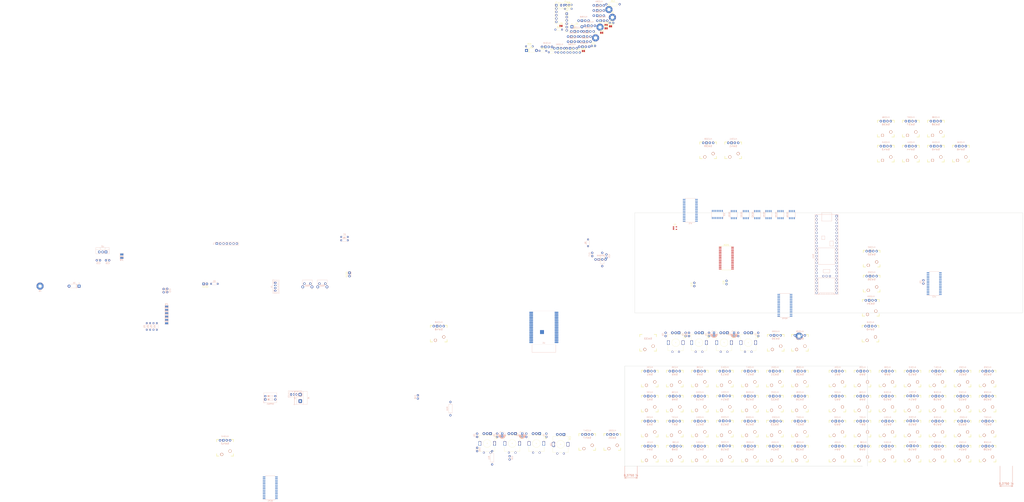
<source format=kicad_pcb>
(kicad_pcb (version 20171130) (host pcbnew 5.0.1+dfsg1-3)
  (layers (0 F.Cu signal) (31 B.Cu signal) (34 B.Paste user) (35 F.Paste user) (36 B.SilkS user) (37 F.SilkS user) (38 B.Mask user) (39 F.Mask user) (44 Edge.Cuts user))
  (net 0 "")
  (net 1 /T_GND)
  (net 2 /RE1A)
  (net 3 /RE1B)
  (net 4 /RE2A)
  (net 5 /RE2B)
  (net 6 /RE3A)
  (net 7 /RE3B)
  (net 8 /T_5V)
  (net 9 /ESP_GND)
  (net 10 /ESP_3V3)
  (net 11 +5V)
  (net 12 GND)
  (net 13 +3V3)
  (net 14 "Net-(D1-Pad2)")
  (net 15 /ESP_RST)
  (net 16 /ESP_D0)
  (net 17 "Net-(HLED1-Pad2)")
  (net 18 "Net-(HLED2-Pad2)")
  (net 19 /T_SDA)
  (net 20 /T_SCL)
  (net 21 /T_RX1)
  (net 22 /T_TX1)
  (net 23 /MEMCARD_CS1)
  (net 24 /MEMCARD_CS2)
  (net 25 /MEMCARD_CS3)
  (net 26 /MEMCARD_CS4)
  (net 27 /MEMCARD_MOSI)
  (net 28 /MEMCARD_MISO)
  (net 29 /MEMCARD_SCK)
  (net 30 /ESP_SCL)
  (net 31 /ESP_SDA)
  (net 32 /ESP_RX0)
  (net 33 /ESP_TX0)
  (net 34 /T_TX4)
  (net 35 /ESP_RX2)
  (net 36 /ESP_TX2)
  (net 37 /T_RX4)
  (net 38 "Net-(R3-Pad1)")
  (net 39 "Net-(RSW1-Pad1)")
  (net 40 /T_PGM)
  (net 41 "Net-(MCP1-Pad28)")
  (net 42 "Net-(MCP1-Pad27)")
  (net 43 "Net-(MCP1-Pad26)")
  (net 44 "Net-(MCP1-Pad25)")
  (net 45 "Net-(MCP1-Pad24)")
  (net 46 "Net-(MCP1-Pad23)")
  (net 47 "Net-(MCP1-Pad22)")
  (net 48 "Net-(MCP1-Pad8)")
  (net 49 "Net-(MCP1-Pad21)")
  (net 50 "Net-(MCP1-Pad7)")
  (net 51 "Net-(MCP1-Pad6)")
  (net 52 "Net-(MCP1-Pad5)")
  (net 53 "Net-(MCP1-Pad4)")
  (net 54 "Net-(MCP1-Pad3)")
  (net 55 "Net-(MCP1-Pad2)")
  (net 56 "Net-(MCP1-Pad1)")
  (net 57 "Net-(MCP2-Pad1)")
  (net 58 "Net-(MCP2-Pad2)")
  (net 59 "Net-(MCP2-Pad3)")
  (net 60 "Net-(MCP2-Pad4)")
  (net 61 "Net-(MCP2-Pad5)")
  (net 62 "Net-(MCP2-Pad6)")
  (net 63 "Net-(MCP2-Pad7)")
  (net 64 "Net-(MCP2-Pad21)")
  (net 65 "Net-(MCP2-Pad8)")
  (net 66 "Net-(MCP2-Pad22)")
  (net 67 "Net-(MCP2-Pad23)")
  (net 68 "Net-(MCP2-Pad24)")
  (net 69 "Net-(MCP2-Pad25)")
  (net 70 "Net-(MCP2-Pad26)")
  (net 71 "Net-(MCP2-Pad27)")
  (net 72 "Net-(MCP2-Pad28)")
  (net 73 "Net-(MCP3-Pad1)")
  (net 74 "Net-(MCP3-Pad2)")
  (net 75 "Net-(MCP3-Pad3)")
  (net 76 "Net-(MCP3-Pad4)")
  (net 77 "Net-(MCP3-Pad5)")
  (net 78 "Net-(MCP3-Pad6)")
  (net 79 "Net-(MCP3-Pad7)")
  (net 80 "Net-(MCP3-Pad21)")
  (net 81 "Net-(MCP3-Pad8)")
  (net 82 "Net-(MCP3-Pad22)")
  (net 83 "Net-(MCP3-Pad23)")
  (net 84 "Net-(MCP3-Pad24)")
  (net 85 "Net-(MCP3-Pad25)")
  (net 86 "Net-(MCP3-Pad26)")
  (net 87 "Net-(MCP3-Pad27)")
  (net 88 "Net-(MCP3-Pad28)")
  (net 89 "Net-(JP3-Pad1)")
  (net 90 "Net-(JP4-Pad1)")
  (net 91 "Net-(R2-Pad1)")
  (net 92 /COM_AD1)
  (net 93 "Net-(D2-Pad1)")
  (net 94 "Net-(J4-Pad2)")
  (net 95 "Net-(J4-Pad1)")
  (net 96 /SDA5)
  (net 97 /SCL5)
  (net 98 "Net-(D3-Pad1)")
  (net 99 "Net-(JP9-Pad1)")
  (net 100 "Net-(JP10-Pad1)")
  (net 101 "Net-(JP11-Pad1)")
  (net 102 "Net-(JP12-Pad1)")
  (net 103 "Net-(JP13-Pad1)")
  (net 104 "Net-(JP14-Pad1)")
  (net 105 /COM_AD2)
  (net 106 "Net-(HT1-Pad3)")
  (net 107 "Net-(HT1-Pad4)")
  (net 108 "Net-(HT1-Pad5)")
  (net 109 "Net-(HT1-Pad6)")
  (net 110 "Net-(HT1-Pad7)")
  (net 111 "Net-(HT1-Pad10)")
  (net 112 "Net-(HT1-Pad11)")
  (net 113 "Net-(HT1-Pad12)")
  (net 114 "Net-(HT1-Pad13)")
  (net 115 "Net-(HT1-Pad14)")
  (net 116 "Net-(HT1-Pad15)")
  (net 117 "Net-(HT1-Pad16)")
  (net 118 "Net-(HT1-Pad17)")
  (net 119 "Net-(HT1-Pad18)")
  (net 120 "Net-(HT1-Pad19)")
  (net 121 "Net-(HT1-Pad20)")
  (net 122 "Net-(HT1-Pad21)")
  (net 123 "Net-(HT1-Pad22)")
  (net 124 "Net-(HT1-Pad23)")
  (net 125 "Net-(HT1-Pad24)")
  (net 126 "Net-(HT1-Pad25)")
  (net 127 "Net-(HT2-Pad25)")
  (net 128 "Net-(HT2-Pad24)")
  (net 129 "Net-(HT2-Pad23)")
  (net 130 "Net-(HT2-Pad22)")
  (net 131 "Net-(HT2-Pad21)")
  (net 132 "Net-(HT2-Pad20)")
  (net 133 "Net-(HT2-Pad19)")
  (net 134 "Net-(HT2-Pad18)")
  (net 135 "Net-(HT2-Pad17)")
  (net 136 "Net-(HT2-Pad16)")
  (net 137 "Net-(HT2-Pad15)")
  (net 138 "Net-(HT2-Pad14)")
  (net 139 "Net-(HT2-Pad13)")
  (net 140 "Net-(HT2-Pad12)")
  (net 141 "Net-(HT2-Pad11)")
  (net 142 "Net-(HT2-Pad10)")
  (net 143 "Net-(HT2-Pad7)")
  (net 144 "Net-(HT2-Pad6)")
  (net 145 "Net-(HT2-Pad5)")
  (net 146 "Net-(HT2-Pad4)")
  (net 147 "Net-(HT2-Pad3)")
  (module Capacitor_THT:C_Disc_D3.0mm_W2.0mm_P2.50mm (layer B.Cu) (at 551.18 129.54 270)
    (fp_text reference C6 (at 1.25 2.25 270) (layer B.SilkS) (effects (justify mirror)))
    (fp_text value C_Small)
    (pad 2 thru_hole circle (at 2.5 0 270) (size 1.6 1.6) (drill 0.8) (layers *.Cu *.Mask) (net 1 /T_GND))
    (pad 1 thru_hole circle (at 0 0 270) (size 1.6 1.6) (drill 0.8) (layers *.Cu *.Mask) (net 13 +3V3))
  )
  (module Rotary_Encoder:RotaryEncoder_Alps_EC11E_Vertical_H20mm (layer F.Cu) (at 561.34 129.54 270)
    (fp_text reference RE3 (at 2.8 -4.7 270) (layer F.SilkS))
    (fp_text value Rotary_Encoder)
    (pad "" thru_hole circle (at 14.5 5 270) (size 1.5 1.5) (drill 1) (layers *.Cu *.Mask))
    (pad "" thru_hole circle (at 14.5 0 270) (size 1.5 1.5) (drill 1) (layers *.Cu *.Mask))
    (pad MP thru_hole rect (at 7.5 8.1 270) (size 3.2 2) (drill oval 2.8 1.5) (layers *.Cu *.Mask))
    (pad MP thru_hole rect (at 7.5 -3.1 270) (size 3.2 2) (drill oval 2.8 1.5) (layers *.Cu *.Mask))
    (pad B thru_hole circle (at 0 5 270) (size 2 2) (drill 1) (layers *.Cu *.Mask) (net 7 /RE3B))
    (pad C thru_hole circle (at 0 2.5 270) (size 2 2) (drill 1) (layers *.Cu *.Mask) (net 1 /T_GND))
    (pad A thru_hole rect (at 0 0 270) (size 2 2) (drill 1) (layers *.Cu *.Mask) (net 6 /RE3A))
  )
  (module Capacitor_THT:C_Disc_D3.0mm_W2.0mm_P2.50mm (layer B.Cu) (at 566.42 129.54 270)
    (fp_text reference C5 (at 1.25 2.25 270) (layer B.SilkS) (effects (justify mirror)))
    (fp_text value C_Small)
    (pad 1 thru_hole circle (at 0 0 270) (size 1.6 1.6) (drill 0.8) (layers *.Cu *.Mask) (net 13 +3V3))
    (pad 2 thru_hole circle (at 2.5 0 270) (size 1.6 1.6) (drill 0.8) (layers *.Cu *.Mask) (net 1 /T_GND))
  )
  (module Capacitor_THT:C_Disc_D3.0mm_W1.6mm_P2.50mm (layer B.Cu) (at 606.425 129.54 270)
    (fp_text reference C2 (at 1.25 2.05 270) (layer B.SilkS) (effects (justify mirror)))
    (fp_text value C)
    (pad 2 thru_hole circle (at 2.5 0 270) (size 1.6 1.6) (drill 0.8) (layers *.Cu *.Mask) (net 9 /ESP_GND))
    (pad 1 thru_hole circle (at 0 0 270) (size 1.6 1.6) (drill 0.8) (layers *.Cu *.Mask) (net 10 /ESP_3V3))
  )
  (module Capacitor_THT:C_Disc_D3.0mm_W1.6mm_P2.50mm (layer B.Cu) (at 621.665 129.54 270)
    (fp_text reference C1 (at 1.25 2.05 270) (layer B.SilkS) (effects (justify mirror)))
    (fp_text value C)
    (pad 1 thru_hole circle (at 0 0 270) (size 1.6 1.6) (drill 0.8) (layers *.Cu *.Mask) (net 10 /ESP_3V3))
    (pad 2 thru_hole circle (at 2.5 0 270) (size 1.6 1.6) (drill 0.8) (layers *.Cu *.Mask) (net 9 /ESP_GND))
  )
  (module Rotary_Encoder:RotaryEncoder_Alps_EC11E_Vertical_H20mm (layer F.Cu) (at 598.17 129.54 270)
    (fp_text reference RE2 (at 2.8 -4.7 270) (layer F.SilkS))
    (fp_text value Rotary_Encoder)
    (pad A thru_hole rect (at 0 0 270) (size 2 2) (drill 1) (layers *.Cu *.Mask) (net 4 /RE2A))
    (pad C thru_hole circle (at 0 2.5 270) (size 2 2) (drill 1) (layers *.Cu *.Mask) (net 1 /T_GND))
    (pad B thru_hole circle (at 0 5 270) (size 2 2) (drill 1) (layers *.Cu *.Mask) (net 5 /RE2B))
    (pad MP thru_hole rect (at 7.5 -3.1 270) (size 3.2 2) (drill oval 2.8 1.5) (layers *.Cu *.Mask))
    (pad MP thru_hole rect (at 7.5 8.1 270) (size 3.2 2) (drill oval 2.8 1.5) (layers *.Cu *.Mask))
    (pad "" thru_hole circle (at 14.5 0 270) (size 1.5 1.5) (drill 1) (layers *.Cu *.Mask))
    (pad "" thru_hole circle (at 14.5 5 270) (size 1.5 1.5) (drill 1) (layers *.Cu *.Mask))
  )
  (module Capacitor_THT:C_Disc_D3.0mm_W2.0mm_P2.50mm (layer B.Cu) (at 584.2 129.54 270)
    (fp_text reference C5 (at 1.25 2.25 270) (layer B.SilkS) (effects (justify mirror)))
    (fp_text value C_Small)
    (pad 2 thru_hole circle (at 2.5 0 270) (size 1.6 1.6) (drill 0.8) (layers *.Cu *.Mask) (net 1 /T_GND))
    (pad 1 thru_hole circle (at 0 0 270) (size 1.6 1.6) (drill 0.8) (layers *.Cu *.Mask) (net 13 +3V3))
  )
  (module Rotary_Encoder:RotaryEncoder_Alps_EC11E_Vertical_H20mm (layer F.Cu) (at 616.585 129.54 270)
    (fp_text reference RE1 (at 2.8 -4.7 270) (layer F.SilkS))
    (fp_text value Rotary_Encoder)
    (pad A thru_hole rect (at 0 0 270) (size 2 2) (drill 1) (layers *.Cu *.Mask) (net 2 /RE1A))
    (pad C thru_hole circle (at 0 2.5 270) (size 2 2) (drill 1) (layers *.Cu *.Mask) (net 1 /T_GND))
    (pad B thru_hole circle (at 0 5 270) (size 2 2) (drill 1) (layers *.Cu *.Mask) (net 3 /RE1B))
    (pad MP thru_hole rect (at 7.5 -3.1 270) (size 3.2 2) (drill oval 2.8 1.5) (layers *.Cu *.Mask))
    (pad MP thru_hole rect (at 7.5 8.1 270) (size 3.2 2) (drill oval 2.8 1.5) (layers *.Cu *.Mask))
    (pad "" thru_hole circle (at 14.5 0 270) (size 1.5 1.5) (drill 1) (layers *.Cu *.Mask))
    (pad "" thru_hole circle (at 14.5 5 270) (size 1.5 1.5) (drill 1) (layers *.Cu *.Mask))
  )
  (module Capacitor_THT:CP_Radial_D5.0mm_P2.00mm (layer B.Cu) (at 588.01 129.54 270)
    (fp_text reference C4 (at 1 3.75 270) (layer B.SilkS) (effects (justify mirror)))
    (fp_text value 100uF)
    (pad 2 thru_hole circle (at 2 0 270) (size 1.6 1.6) (drill 0.8) (layers *.Cu *.Mask) (net 12 GND))
    (pad 1 thru_hole rect (at 0 0 270) (size 1.6 1.6) (drill 0.8) (layers *.Cu *.Mask) (net 13 +3V3))
  )
  (module Rotary_Encoder:RotaryEncoder_Alps_EC11E_Vertical_H20mm (layer F.Cu) (at 579.12 129.54 270)
    (fp_text reference RE3 (at 2.8 -4.7 270) (layer F.SilkS))
    (fp_text value Rotary_Encoder)
    (pad A thru_hole rect (at 0 0 270) (size 2 2) (drill 1) (layers *.Cu *.Mask) (net 6 /RE3A))
    (pad C thru_hole circle (at 0 2.5 270) (size 2 2) (drill 1) (layers *.Cu *.Mask) (net 1 /T_GND))
    (pad B thru_hole circle (at 0 5 270) (size 2 2) (drill 1) (layers *.Cu *.Mask) (net 7 /RE3B))
    (pad MP thru_hole rect (at 7.5 -3.1 270) (size 3.2 2) (drill oval 2.8 1.5) (layers *.Cu *.Mask))
    (pad MP thru_hole rect (at 7.5 8.1 270) (size 3.2 2) (drill oval 2.8 1.5) (layers *.Cu *.Mask))
    (pad "" thru_hole circle (at 14.5 0 270) (size 1.5 1.5) (drill 1) (layers *.Cu *.Mask))
    (pad "" thru_hole circle (at 14.5 5 270) (size 1.5 1.5) (drill 1) (layers *.Cu *.Mask))
  )
  (module Capacitor_THT:C_Disc_D3.0mm_W2.0mm_P2.50mm (layer B.Cu) (at 568.96 129.54 270)
    (fp_text reference C6 (at 1.25 2.25 270) (layer B.SilkS) (effects (justify mirror)))
    (fp_text value C_Small)
    (pad 1 thru_hole circle (at 0 0 270) (size 1.6 1.6) (drill 0.8) (layers *.Cu *.Mask) (net 13 +3V3))
    (pad 2 thru_hole circle (at 2.5 0 270) (size 1.6 1.6) (drill 0.8) (layers *.Cu *.Mask) (net 1 /T_GND))
  )
  (module Capacitor_THT:CP_Radial_D5.0mm_P2.00mm (layer B.Cu) (at 603.25 129.54 270)
    (fp_text reference C3 (at 1 3.75 270) (layer B.SilkS) (effects (justify mirror)))
    (fp_text value 10uF)
    (pad 1 thru_hole rect (at 0 0 270) (size 1.6 1.6) (drill 0.8) (layers *.Cu *.Mask) (net 11 +5V))
    (pad 2 thru_hole circle (at 2 0 270) (size 1.6 1.6) (drill 0.8) (layers *.Cu *.Mask) (net 12 GND))
  )
  (module Capacitor_THT:C_Disc_D3.0mm_W2.0mm_P2.50mm (layer B.Cu) (at 747.395 89.535 270)
    (fp_text reference C5 (at 1.25 2.25 270) (layer B.SilkS) (effects (justify mirror)))
    (fp_text value C_Small)
    (pad 2 thru_hole circle (at 2.5 0 270) (size 1.6 1.6) (drill 0.8) (layers *.Cu *.Mask) (net 1 /T_GND))
    (pad 1 thru_hole circle (at 0 0 270) (size 1.6 1.6) (drill 0.8) (layers *.Cu *.Mask) (net 13 +3V3))
  )
  (module Rotary_Encoder:RotaryEncoder_Alps_EC11E_Vertical_H20mm (layer F.Cu) (at 473.71 207.01 270)
    (fp_text reference RE3 (at 2.8 -4.7 270) (layer F.SilkS))
    (fp_text value Rotary_Encoder)
    (pad A thru_hole rect (at 0 0 270) (size 2 2) (drill 1) (layers *.Cu *.Mask) (net 6 /RE3A))
    (pad C thru_hole circle (at 0 2.5 270) (size 2 2) (drill 1) (layers *.Cu *.Mask) (net 1 /T_GND))
    (pad B thru_hole circle (at 0 5 270) (size 2 2) (drill 1) (layers *.Cu *.Mask) (net 7 /RE3B))
    (pad MP thru_hole rect (at 7.5 -3.1 270) (size 3.2 2) (drill oval 2.8 1.5) (layers *.Cu *.Mask))
    (pad MP thru_hole rect (at 7.5 8.1 270) (size 3.2 2) (drill oval 2.8 1.5) (layers *.Cu *.Mask))
    (pad "" thru_hole circle (at 14.5 0 270) (size 1.5 1.5) (drill 1) (layers *.Cu *.Mask))
    (pad "" thru_hole circle (at 14.5 5 270) (size 1.5 1.5) (drill 1) (layers *.Cu *.Mask))
  )
  (module Capacitor_THT:C_Disc_D3.0mm_W2.0mm_P2.50mm (layer B.Cu) (at 466.09 213.36 270)
    (fp_text reference C6 (at 1.25 2.25 270) (layer B.SilkS) (effects (justify mirror)))
    (fp_text value C_Small)
    (pad 1 thru_hole circle (at 0 0 270) (size 1.6 1.6) (drill 0.8) (layers *.Cu *.Mask) (net 13 +3V3))
    (pad 2 thru_hole circle (at 2.5 0 270) (size 1.6 1.6) (drill 0.8) (layers *.Cu *.Mask) (net 1 /T_GND))
  )
  (module chordboard-footprints:LED_D3.0mm-4 (layer F.Cu) (at 698.5 196.85)
    (fp_text reference KLED7 (at 2.54 -2.96) (layer B.SilkS) (effects (justify mirror)))
    (fp_text value LED_ARGB)
    (pad 3 thru_hole circle (at 6.35 0) (size 1.8 1.8) (drill 0.9) (layers *.Cu *.Mask) (net 147 "Net-(HT2-Pad3)"))
    (pad 1 thru_hole rect (at 1.27 0) (size 1.8 1.8) (drill 0.9) (layers *.Cu *.Mask) (net 133 "Net-(HT2-Pad19)"))
    (pad 2 thru_hole circle (at -1.27 0) (size 1.8 1.8) (drill 0.9) (layers *.Cu *.Mask) (net 146 "Net-(HT2-Pad4)"))
    (pad 4 thru_hole circle (at 3.81 0) (size 1.8 1.8) (drill 0.9) (layers *.Cu *.Mask) (net 92 /COM_AD1))
  )
  (module chordboard-footprints:LED_D3.0mm-4 (layer F.Cu) (at 775.335 196.85)
    (fp_text reference KLED23 (at 2.54 -2.96) (layer B.SilkS) (effects (justify mirror)))
    (fp_text value LED_ARGB)
    (pad 4 thru_hole circle (at 3.81 0) (size 1.8 1.8) (drill 0.9) (layers *.Cu *.Mask) (net 145 "Net-(HT2-Pad5)"))
    (pad 2 thru_hole circle (at -1.27 0) (size 1.8 1.8) (drill 0.9) (layers *.Cu *.Mask) (net 143 "Net-(HT2-Pad7)"))
    (pad 1 thru_hole rect (at 1.27 0) (size 1.8 1.8) (drill 0.9) (layers *.Cu *.Mask) (net 133 "Net-(HT2-Pad19)"))
    (pad 3 thru_hole circle (at 6.35 0) (size 1.8 1.8) (drill 0.9) (layers *.Cu *.Mask) (net 144 "Net-(HT2-Pad6)"))
  )
  (module chordboard-footprints:LED_D3.0mm-4 (layer F.Cu) (at 717.55 196.85)
    (fp_text reference KLED11 (at 2.54 -2.96) (layer B.SilkS) (effects (justify mirror)))
    (fp_text value LED_ARGB)
    (pad 4 thru_hole circle (at 3.81 0) (size 1.8 1.8) (drill 0.9) (layers *.Cu *.Mask) (net 92 /COM_AD1))
    (pad 2 thru_hole circle (at -1.27 0) (size 1.8 1.8) (drill 0.9) (layers *.Cu *.Mask) (net 146 "Net-(HT2-Pad4)"))
    (pad 1 thru_hole rect (at 1.27 0) (size 1.8 1.8) (drill 0.9) (layers *.Cu *.Mask) (net 137 "Net-(HT2-Pad15)"))
    (pad 3 thru_hole circle (at 6.35 0) (size 1.8 1.8) (drill 0.9) (layers *.Cu *.Mask) (net 147 "Net-(HT2-Pad3)"))
  )
  (module chordboard-footprints:CHERRY_PCB_100H (layer F.Cu) (at 720.09 202.565 180)
    (fp_text reference SW11 (at 0 3.175 180) (layer B.SilkS) (effects (font (size 1.27 1.524) (thickness 0.2032)) (justify mirror)))
    (fp_text value SW_Push hide)
    (pad 1 thru_hole circle (at 2.54 -5.08 180) (size 2.286 2.286) (drill 1.4986) (layers *.Cu *.SilkS *.Mask) (net 46 "Net-(MCP1-Pad23)"))
    (pad 2 thru_hole circle (at -3.81 -2.54 180) (size 2.286 2.286) (drill 1.4986) (layers *.Cu *.SilkS *.Mask) (net 1 /T_GND))
    (pad HOLE np_thru_hole circle (at 0 0 180) (size 3.9878 3.9878) (drill 3.9878) (layers *.Cu))
    (pad HOLE np_thru_hole circle (at -5.08 0 180) (size 1.7018 1.7018) (drill 1.7018) (layers *.Cu))
    (pad HOLE np_thru_hole circle (at 5.08 0 180) (size 1.7018 1.7018) (drill 1.7018) (layers *.Cu))
  )
  (module chordboard-footprints:LED_D3.0mm-4 (layer F.Cu) (at 793.75 196.85)
    (fp_text reference KLED27 (at 2.54 -2.96) (layer B.SilkS) (effects (justify mirror)))
    (fp_text value LED_ARGB)
    (pad 4 thru_hole circle (at 3.81 0) (size 1.8 1.8) (drill 0.9) (layers *.Cu *.Mask) (net 145 "Net-(HT2-Pad5)"))
    (pad 2 thru_hole circle (at -1.27 0) (size 1.8 1.8) (drill 0.9) (layers *.Cu *.Mask) (net 143 "Net-(HT2-Pad7)"))
    (pad 1 thru_hole rect (at 1.27 0) (size 1.8 1.8) (drill 0.9) (layers *.Cu *.Mask) (net 137 "Net-(HT2-Pad15)"))
    (pad 3 thru_hole circle (at 6.35 0) (size 1.8 1.8) (drill 0.9) (layers *.Cu *.Mask) (net 144 "Net-(HT2-Pad6)"))
  )
  (module chordboard-footprints:CHERRY_PCB_100H (layer F.Cu) (at 758.19 221.615 180)
    (fp_text reference SW20 (at 0 3.175 180) (layer B.SilkS) (effects (font (size 1.27 1.524) (thickness 0.2032)) (justify mirror)))
    (fp_text value SW_Push hide)
    (pad 1 thru_hole circle (at 2.54 -5.08 180) (size 2.286 2.286) (drill 1.4986) (layers *.Cu *.SilkS *.Mask) (net 60 "Net-(MCP2-Pad4)"))
    (pad 2 thru_hole circle (at -3.81 -2.54 180) (size 2.286 2.286) (drill 1.4986) (layers *.Cu *.SilkS *.Mask) (net 1 /T_GND))
    (pad HOLE np_thru_hole circle (at 0 0 180) (size 3.9878 3.9878) (drill 3.9878) (layers *.Cu))
    (pad HOLE np_thru_hole circle (at -5.08 0 180) (size 1.7018 1.7018) (drill 1.7018) (layers *.Cu))
    (pad HOLE np_thru_hole circle (at 5.08 0 180) (size 1.7018 1.7018) (drill 1.7018) (layers *.Cu))
  )
  (module chordboard-footprints:LED_D3.0mm-4 (layer F.Cu) (at 698.5 177.8)
    (fp_text reference KLED6 (at 2.54 -2.96) (layer B.SilkS) (effects (justify mirror)))
    (fp_text value LED_ARGB)
    (pad 4 thru_hole circle (at 3.81 0) (size 1.8 1.8) (drill 0.9) (layers *.Cu *.Mask) (net 92 /COM_AD1))
    (pad 2 thru_hole circle (at -1.27 0) (size 1.8 1.8) (drill 0.9) (layers *.Cu *.Mask) (net 146 "Net-(HT2-Pad4)"))
    (pad 1 thru_hole rect (at 1.27 0) (size 1.8 1.8) (drill 0.9) (layers *.Cu *.Mask) (net 132 "Net-(HT2-Pad20)"))
    (pad 3 thru_hole circle (at 6.35 0) (size 1.8 1.8) (drill 0.9) (layers *.Cu *.Mask) (net 147 "Net-(HT2-Pad3)"))
  )
  (module chordboard-footprints:LED_D3.0mm-4 (layer F.Cu) (at 736.6 158.75)
    (fp_text reference KLED13 (at 2.54 -2.96) (layer B.SilkS) (effects (justify mirror)))
    (fp_text value LED_ARGB)
    (pad 4 thru_hole circle (at 3.81 0) (size 1.8 1.8) (drill 0.9) (layers *.Cu *.Mask) (net 92 /COM_AD1))
    (pad 2 thru_hole circle (at -1.27 0) (size 1.8 1.8) (drill 0.9) (layers *.Cu *.Mask) (net 146 "Net-(HT2-Pad4)"))
    (pad 1 thru_hole rect (at 1.27 0) (size 1.8 1.8) (drill 0.9) (layers *.Cu *.Mask) (net 139 "Net-(HT2-Pad13)"))
    (pad 3 thru_hole circle (at 6.35 0) (size 1.8 1.8) (drill 0.9) (layers *.Cu *.Mask) (net 147 "Net-(HT2-Pad3)"))
  )
  (module chordboard-footprints:LED_D3.0mm-4 (layer F.Cu) (at 717.55 158.75)
    (fp_text reference KLED9 (at 2.54 -2.96) (layer B.SilkS) (effects (justify mirror)))
    (fp_text value LED_ARGB)
    (pad 4 thru_hole circle (at 3.81 0) (size 1.8 1.8) (drill 0.9) (layers *.Cu *.Mask) (net 92 /COM_AD1))
    (pad 2 thru_hole circle (at -1.27 0) (size 1.8 1.8) (drill 0.9) (layers *.Cu *.Mask) (net 146 "Net-(HT2-Pad4)"))
    (pad 1 thru_hole rect (at 1.27 0) (size 1.8 1.8) (drill 0.9) (layers *.Cu *.Mask) (net 135 "Net-(HT2-Pad17)"))
    (pad 3 thru_hole circle (at 6.35 0) (size 1.8 1.8) (drill 0.9) (layers *.Cu *.Mask) (net 147 "Net-(HT2-Pad3)"))
  )
  (module chordboard-footprints:CHERRY_PCB_100H (layer F.Cu) (at 701.04 221.615 180)
    (fp_text reference SW8 (at 0 3.175 180) (layer B.SilkS) (effects (font (size 1.27 1.524) (thickness 0.2032)) (justify mirror)))
    (fp_text value SW_Push hide)
    (pad 1 thru_hole circle (at 2.54 -5.08 180) (size 2.286 2.286) (drill 1.4986) (layers *.Cu *.SilkS *.Mask) (net 48 "Net-(MCP1-Pad8)"))
    (pad 2 thru_hole circle (at -3.81 -2.54 180) (size 2.286 2.286) (drill 1.4986) (layers *.Cu *.SilkS *.Mask) (net 1 /T_GND))
    (pad HOLE np_thru_hole circle (at 0 0 180) (size 3.9878 3.9878) (drill 3.9878) (layers *.Cu))
    (pad HOLE np_thru_hole circle (at -5.08 0 180) (size 1.7018 1.7018) (drill 1.7018) (layers *.Cu))
    (pad HOLE np_thru_hole circle (at 5.08 0 180) (size 1.7018 1.7018) (drill 1.7018) (layers *.Cu))
  )
  (module chordboard-footprints:LED_D3.0mm-4 (layer F.Cu) (at 736.6 196.723)
    (fp_text reference KLED15 (at 2.54 -2.96) (layer B.SilkS) (effects (justify mirror)))
    (fp_text value LED_ARGB)
    (pad 4 thru_hole circle (at 3.81 0) (size 1.8 1.8) (drill 0.9) (layers *.Cu *.Mask) (net 92 /COM_AD1))
    (pad 2 thru_hole circle (at -1.27 0) (size 1.8 1.8) (drill 0.9) (layers *.Cu *.Mask) (net 146 "Net-(HT2-Pad4)"))
    (pad 1 thru_hole rect (at 1.27 0) (size 1.8 1.8) (drill 0.9) (layers *.Cu *.Mask) (net 141 "Net-(HT2-Pad11)"))
    (pad 3 thru_hole circle (at 6.35 0) (size 1.8 1.8) (drill 0.9) (layers *.Cu *.Mask) (net 147 "Net-(HT2-Pad3)"))
  )
  (module chordboard-footprints:LED_D3.0mm-4 (layer F.Cu) (at 755.65 177.8)
    (fp_text reference KLED18 (at 2.54 -2.96) (layer B.SilkS) (effects (justify mirror)))
    (fp_text value LED_ARGB)
    (pad 4 thru_hole circle (at 3.81 0) (size 1.8 1.8) (drill 0.9) (layers *.Cu *.Mask) (net 145 "Net-(HT2-Pad5)"))
    (pad 2 thru_hole circle (at -1.27 0) (size 1.8 1.8) (drill 0.9) (layers *.Cu *.Mask) (net 143 "Net-(HT2-Pad7)"))
    (pad 1 thru_hole rect (at 1.27 0) (size 1.8 1.8) (drill 0.9) (layers *.Cu *.Mask) (net 128 "Net-(HT2-Pad24)"))
    (pad 3 thru_hole circle (at 6.35 0) (size 1.8 1.8) (drill 0.9) (layers *.Cu *.Mask) (net 144 "Net-(HT2-Pad6)"))
  )
  (module chordboard-footprints:LED_D3.0mm-4 (layer F.Cu) (at 793.75 215.9)
    (fp_text reference KLED28 (at 2.54 -2.96) (layer B.SilkS) (effects (justify mirror)))
    (fp_text value LED_ARGB)
    (pad 3 thru_hole circle (at 6.35 0) (size 1.8 1.8) (drill 0.9) (layers *.Cu *.Mask) (net 144 "Net-(HT2-Pad6)"))
    (pad 1 thru_hole rect (at 1.27 0) (size 1.8 1.8) (drill 0.9) (layers *.Cu *.Mask) (net 138 "Net-(HT2-Pad14)"))
    (pad 2 thru_hole circle (at -1.27 0) (size 1.8 1.8) (drill 0.9) (layers *.Cu *.Mask) (net 143 "Net-(HT2-Pad7)"))
    (pad 4 thru_hole circle (at 3.81 0) (size 1.8 1.8) (drill 0.9) (layers *.Cu *.Mask) (net 145 "Net-(HT2-Pad5)"))
  )
  (module chordboard-footprints:LED_D3.0mm-4 (layer F.Cu) (at 699.135 215.9)
    (fp_text reference KLED8 (at 2.54 -2.96) (layer B.SilkS) (effects (justify mirror)))
    (fp_text value LED_ARGB)
    (pad 4 thru_hole circle (at 3.81 0) (size 1.8 1.8) (drill 0.9) (layers *.Cu *.Mask) (net 92 /COM_AD1))
    (pad 2 thru_hole circle (at -1.27 0) (size 1.8 1.8) (drill 0.9) (layers *.Cu *.Mask) (net 146 "Net-(HT2-Pad4)"))
    (pad 1 thru_hole rect (at 1.27 0) (size 1.8 1.8) (drill 0.9) (layers *.Cu *.Mask) (net 134 "Net-(HT2-Pad18)"))
    (pad 3 thru_hole circle (at 6.35 0) (size 1.8 1.8) (drill 0.9) (layers *.Cu *.Mask) (net 147 "Net-(HT2-Pad3)"))
  )
  (module chordboard-footprints:CHERRY_PCB_100H (layer F.Cu) (at 796.29 183.515 180)
    (fp_text reference SW26 (at 0 3.175 180) (layer B.SilkS) (effects (font (size 1.27 1.524) (thickness 0.2032)) (justify mirror)))
    (fp_text value SW_Push hide)
    (pad 1 thru_hole circle (at 2.54 -5.08 180) (size 2.286 2.286) (drill 1.4986) (layers *.Cu *.SilkS *.Mask) (net 66 "Net-(MCP2-Pad22)"))
    (pad 2 thru_hole circle (at -3.81 -2.54 180) (size 2.286 2.286) (drill 1.4986) (layers *.Cu *.SilkS *.Mask) (net 1 /T_GND))
    (pad HOLE np_thru_hole circle (at 0 0 180) (size 3.9878 3.9878) (drill 3.9878) (layers *.Cu))
    (pad HOLE np_thru_hole circle (at -5.08 0 180) (size 1.7018 1.7018) (drill 1.7018) (layers *.Cu))
    (pad HOLE np_thru_hole circle (at 5.08 0 180) (size 1.7018 1.7018) (drill 1.7018) (layers *.Cu))
  )
  (module chordboard-footprints:CHERRY_PCB_100H (layer F.Cu) (at 681.99 221.615 180)
    (fp_text reference SW4 (at 0 3.175 180) (layer B.SilkS) (effects (font (size 1.27 1.524) (thickness 0.2032)) (justify mirror)))
    (fp_text value SW_Push hide)
    (pad 1 thru_hole circle (at 2.54 -5.08 180) (size 2.286 2.286) (drill 1.4986) (layers *.Cu *.SilkS *.Mask) (net 53 "Net-(MCP1-Pad4)"))
    (pad 2 thru_hole circle (at -3.81 -2.54 180) (size 2.286 2.286) (drill 1.4986) (layers *.Cu *.SilkS *.Mask) (net 1 /T_GND))
    (pad HOLE np_thru_hole circle (at 0 0 180) (size 3.9878 3.9878) (drill 3.9878) (layers *.Cu))
    (pad HOLE np_thru_hole circle (at -5.08 0 180) (size 1.7018 1.7018) (drill 1.7018) (layers *.Cu))
    (pad HOLE np_thru_hole circle (at 5.08 0 180) (size 1.7018 1.7018) (drill 1.7018) (layers *.Cu))
  )
  (module chordboard-footprints:LED_D3.0mm-4 (layer F.Cu) (at 736.6 215.773)
    (fp_text reference KLED16 (at 2.54 -2.96) (layer B.SilkS) (effects (justify mirror)))
    (fp_text value LED_ARGB)
    (pad 3 thru_hole circle (at 6.35 0) (size 1.8 1.8) (drill 0.9) (layers *.Cu *.Mask) (net 147 "Net-(HT2-Pad3)"))
    (pad 1 thru_hole rect (at 1.27 0) (size 1.8 1.8) (drill 0.9) (layers *.Cu *.Mask) (net 142 "Net-(HT2-Pad10)"))
    (pad 2 thru_hole circle (at -1.27 0) (size 1.8 1.8) (drill 0.9) (layers *.Cu *.Mask) (net 146 "Net-(HT2-Pad4)"))
    (pad 4 thru_hole circle (at 3.81 0) (size 1.8 1.8) (drill 0.9) (layers *.Cu *.Mask) (net 92 /COM_AD1))
  )
  (module chordboard-footprints:LED_D3.0mm-4 (layer F.Cu) (at 774.7 158.75)
    (fp_text reference KLED21 (at 2.54 -2.96) (layer B.SilkS) (effects (justify mirror)))
    (fp_text value LED_ARGB)
    (pad 4 thru_hole circle (at 3.81 0) (size 1.8 1.8) (drill 0.9) (layers *.Cu *.Mask) (net 145 "Net-(HT2-Pad5)"))
    (pad 2 thru_hole circle (at -1.27 0) (size 1.8 1.8) (drill 0.9) (layers *.Cu *.Mask) (net 143 "Net-(HT2-Pad7)"))
    (pad 1 thru_hole rect (at 1.27 0) (size 1.8 1.8) (drill 0.9) (layers *.Cu *.Mask) (net 131 "Net-(HT2-Pad21)"))
    (pad 3 thru_hole circle (at 6.35 0) (size 1.8 1.8) (drill 0.9) (layers *.Cu *.Mask) (net 144 "Net-(HT2-Pad6)"))
  )
  (module chordboard-footprints:LED_D3.0mm-4 (layer F.Cu) (at 679.45 196.85)
    (fp_text reference KLED3 (at 2.54 -2.96) (layer B.SilkS) (effects (justify mirror)))
    (fp_text value LED_ARGB)
    (pad 3 thru_hole circle (at 6.35 0) (size 1.8 1.8) (drill 0.9) (layers *.Cu *.Mask) (net 147 "Net-(HT2-Pad3)"))
    (pad 1 thru_hole rect (at 1.27 0) (size 1.8 1.8) (drill 0.9) (layers *.Cu *.Mask) (net 129 "Net-(HT2-Pad23)"))
    (pad 2 thru_hole circle (at -1.27 0) (size 1.8 1.8) (drill 0.9) (layers *.Cu *.Mask) (net 146 "Net-(HT2-Pad4)"))
    (pad 4 thru_hole circle (at 3.81 0) (size 1.8 1.8) (drill 0.9) (layers *.Cu *.Mask) (net 92 /COM_AD1))
  )
  (module chordboard-footprints:LED_D3.0mm-4 (layer F.Cu) (at 774.7 177.8)
    (fp_text reference KLED22 (at 2.54 -2.96) (layer B.SilkS) (effects (justify mirror)))
    (fp_text value LED_ARGB)
    (pad 3 thru_hole circle (at 6.35 0) (size 1.8 1.8) (drill 0.9) (layers *.Cu *.Mask) (net 144 "Net-(HT2-Pad6)"))
    (pad 1 thru_hole rect (at 1.27 0) (size 1.8 1.8) (drill 0.9) (layers *.Cu *.Mask) (net 132 "Net-(HT2-Pad20)"))
    (pad 2 thru_hole circle (at -1.27 0) (size 1.8 1.8) (drill 0.9) (layers *.Cu *.Mask) (net 143 "Net-(HT2-Pad7)"))
    (pad 4 thru_hole circle (at 3.81 0) (size 1.8 1.8) (drill 0.9) (layers *.Cu *.Mask) (net 145 "Net-(HT2-Pad5)"))
  )
  (module chordboard-footprints:CHERRY_PCB_100H (layer F.Cu) (at 739.14 164.465 180)
    (fp_text reference SW13 (at 0 3.175 180) (layer B.SilkS) (effects (font (size 1.27 1.524) (thickness 0.2032)) (justify mirror)))
    (fp_text value SW_Push hide)
    (pad HOLE np_thru_hole circle (at 5.08 0 180) (size 1.7018 1.7018) (drill 1.7018) (layers *.Cu))
    (pad HOLE np_thru_hole circle (at -5.08 0 180) (size 1.7018 1.7018) (drill 1.7018) (layers *.Cu))
    (pad HOLE np_thru_hole circle (at 0 0 180) (size 3.9878 3.9878) (drill 3.9878) (layers *.Cu))
    (pad 2 thru_hole circle (at -3.81 -2.54 180) (size 2.286 2.286) (drill 1.4986) (layers *.Cu *.SilkS *.Mask) (net 1 /T_GND))
    (pad 1 thru_hole circle (at 2.54 -5.08 180) (size 2.286 2.286) (drill 1.4986) (layers *.Cu *.SilkS *.Mask) (net 44 "Net-(MCP1-Pad25)"))
  )
  (module chordboard-footprints:CHERRY_PCB_100H (layer F.Cu) (at 777.24 202.565 180)
    (fp_text reference SW23 (at 0 3.175 180) (layer B.SilkS) (effects (font (size 1.27 1.524) (thickness 0.2032)) (justify mirror)))
    (fp_text value SW_Push hide)
    (pad 1 thru_hole circle (at 2.54 -5.08 180) (size 2.286 2.286) (drill 1.4986) (layers *.Cu *.SilkS *.Mask) (net 63 "Net-(MCP2-Pad7)"))
    (pad 2 thru_hole circle (at -3.81 -2.54 180) (size 2.286 2.286) (drill 1.4986) (layers *.Cu *.SilkS *.Mask) (net 1 /T_GND))
    (pad HOLE np_thru_hole circle (at 0 0 180) (size 3.9878 3.9878) (drill 3.9878) (layers *.Cu))
    (pad HOLE np_thru_hole circle (at -5.08 0 180) (size 1.7018 1.7018) (drill 1.7018) (layers *.Cu))
    (pad HOLE np_thru_hole circle (at 5.08 0 180) (size 1.7018 1.7018) (drill 1.7018) (layers *.Cu))
  )
  (module chordboard-footprints:LED_D3.0mm-4 (layer F.Cu) (at 793.75 158.75)
    (fp_text reference KLED25 (at 2.54 -2.96) (layer B.SilkS) (effects (justify mirror)))
    (fp_text value LED_ARGB)
    (pad 4 thru_hole circle (at 3.81 0) (size 1.8 1.8) (drill 0.9) (layers *.Cu *.Mask) (net 145 "Net-(HT2-Pad5)"))
    (pad 2 thru_hole circle (at -1.27 0) (size 1.8 1.8) (drill 0.9) (layers *.Cu *.Mask) (net 143 "Net-(HT2-Pad7)"))
    (pad 1 thru_hole rect (at 1.27 0) (size 1.8 1.8) (drill 0.9) (layers *.Cu *.Mask) (net 135 "Net-(HT2-Pad17)"))
    (pad 3 thru_hole circle (at 6.35 0) (size 1.8 1.8) (drill 0.9) (layers *.Cu *.Mask) (net 144 "Net-(HT2-Pad6)"))
  )
  (module chordboard-footprints:CHERRY_PCB_100H (layer F.Cu) (at 701.04 202.565 180)
    (fp_text reference SW7 (at 0 3.175 180) (layer B.SilkS) (effects (font (size 1.27 1.524) (thickness 0.2032)) (justify mirror)))
    (fp_text value SW_Push hide)
    (pad HOLE np_thru_hole circle (at 5.08 0 180) (size 1.7018 1.7018) (drill 1.7018) (layers *.Cu))
    (pad HOLE np_thru_hole circle (at -5.08 0 180) (size 1.7018 1.7018) (drill 1.7018) (layers *.Cu))
    (pad HOLE np_thru_hole circle (at 0 0 180) (size 3.9878 3.9878) (drill 3.9878) (layers *.Cu))
    (pad 2 thru_hole circle (at -3.81 -2.54 180) (size 2.286 2.286) (drill 1.4986) (layers *.Cu *.SilkS *.Mask) (net 1 /T_GND))
    (pad 1 thru_hole circle (at 2.54 -5.08 180) (size 2.286 2.286) (drill 1.4986) (layers *.Cu *.SilkS *.Mask) (net 50 "Net-(MCP1-Pad7)"))
  )
  (module chordboard-footprints:CHERRY_PCB_100H (layer F.Cu) (at 681.99 202.565 180)
    (fp_text reference SW3 (at 0 3.175 180) (layer B.SilkS) (effects (font (size 1.27 1.524) (thickness 0.2032)) (justify mirror)))
    (fp_text value SW_Push hide)
    (pad HOLE np_thru_hole circle (at 5.08 0 180) (size 1.7018 1.7018) (drill 1.7018) (layers *.Cu))
    (pad HOLE np_thru_hole circle (at -5.08 0 180) (size 1.7018 1.7018) (drill 1.7018) (layers *.Cu))
    (pad HOLE np_thru_hole circle (at 0 0 180) (size 3.9878 3.9878) (drill 3.9878) (layers *.Cu))
    (pad 2 thru_hole circle (at -3.81 -2.54 180) (size 2.286 2.286) (drill 1.4986) (layers *.Cu *.SilkS *.Mask) (net 1 /T_GND))
    (pad 1 thru_hole circle (at 2.54 -5.08 180) (size 2.286 2.286) (drill 1.4986) (layers *.Cu *.SilkS *.Mask) (net 54 "Net-(MCP1-Pad3)"))
  )
  (module chordboard-footprints:CHERRY_PCB_100H (layer F.Cu) (at 739.14 202.565 180)
    (fp_text reference SW15 (at 0 3.175 180) (layer B.SilkS) (effects (font (size 1.27 1.524) (thickness 0.2032)) (justify mirror)))
    (fp_text value SW_Push hide)
    (pad 1 thru_hole circle (at 2.54 -5.08 180) (size 2.286 2.286) (drill 1.4986) (layers *.Cu *.SilkS *.Mask) (net 42 "Net-(MCP1-Pad27)"))
    (pad 2 thru_hole circle (at -3.81 -2.54 180) (size 2.286 2.286) (drill 1.4986) (layers *.Cu *.SilkS *.Mask) (net 1 /T_GND))
    (pad HOLE np_thru_hole circle (at 0 0 180) (size 3.9878 3.9878) (drill 3.9878) (layers *.Cu))
    (pad HOLE np_thru_hole circle (at -5.08 0 180) (size 1.7018 1.7018) (drill 1.7018) (layers *.Cu))
    (pad HOLE np_thru_hole circle (at 5.08 0 180) (size 1.7018 1.7018) (drill 1.7018) (layers *.Cu))
  )
  (module chordboard-footprints:LED_D3.0mm-4 (layer F.Cu) (at 679.45 215.9)
    (fp_text reference KLED4 (at 2.54 -2.96) (layer B.SilkS) (effects (justify mirror)))
    (fp_text value LED_ARGB)
    (pad 4 thru_hole circle (at 3.81 0) (size 1.8 1.8) (drill 0.9) (layers *.Cu *.Mask) (net 92 /COM_AD1))
    (pad 2 thru_hole circle (at -1.27 0) (size 1.8 1.8) (drill 0.9) (layers *.Cu *.Mask) (net 146 "Net-(HT2-Pad4)"))
    (pad 1 thru_hole rect (at 1.27 0) (size 1.8 1.8) (drill 0.9) (layers *.Cu *.Mask) (net 130 "Net-(HT2-Pad22)"))
    (pad 3 thru_hole circle (at 6.35 0) (size 1.8 1.8) (drill 0.9) (layers *.Cu *.Mask) (net 147 "Net-(HT2-Pad3)"))
  )
  (module chordboard-footprints:CHERRY_PCB_100H (layer F.Cu) (at 796.29 164.465 180)
    (fp_text reference SW25 (at 0 3.175 180) (layer B.SilkS) (effects (font (size 1.27 1.524) (thickness 0.2032)) (justify mirror)))
    (fp_text value SW_Push hide)
    (pad 1 thru_hole circle (at 2.54 -5.08 180) (size 2.286 2.286) (drill 1.4986) (layers *.Cu *.SilkS *.Mask) (net 64 "Net-(MCP2-Pad21)"))
    (pad 2 thru_hole circle (at -3.81 -2.54 180) (size 2.286 2.286) (drill 1.4986) (layers *.Cu *.SilkS *.Mask) (net 1 /T_GND))
    (pad HOLE np_thru_hole circle (at 0 0 180) (size 3.9878 3.9878) (drill 3.9878) (layers *.Cu))
    (pad HOLE np_thru_hole circle (at -5.08 0 180) (size 1.7018 1.7018) (drill 1.7018) (layers *.Cu))
    (pad HOLE np_thru_hole circle (at 5.08 0 180) (size 1.7018 1.7018) (drill 1.7018) (layers *.Cu))
  )
  (module chordboard-footprints:LED_D3.0mm-4 (layer F.Cu) (at 698.5 158.75)
    (fp_text reference KLED5 (at 2.54 -2.96) (layer B.SilkS) (effects (justify mirror)))
    (fp_text value LED_ARGB)
    (pad 3 thru_hole circle (at 6.35 0) (size 1.8 1.8) (drill 0.9) (layers *.Cu *.Mask) (net 147 "Net-(HT2-Pad3)"))
    (pad 1 thru_hole rect (at 1.27 0) (size 1.8 1.8) (drill 0.9) (layers *.Cu *.Mask) (net 131 "Net-(HT2-Pad21)"))
    (pad 2 thru_hole circle (at -1.27 0) (size 1.8 1.8) (drill 0.9) (layers *.Cu *.Mask) (net 146 "Net-(HT2-Pad4)"))
    (pad 4 thru_hole circle (at 3.81 0) (size 1.8 1.8) (drill 0.9) (layers *.Cu *.Mask) (net 92 /COM_AD1))
  )
  (module chordboard-footprints:CHERRY_PCB_100H (layer F.Cu) (at 720.09 183.515 180)
    (fp_text reference SW10 (at 0 3.175 180) (layer B.SilkS) (effects (font (size 1.27 1.524) (thickness 0.2032)) (justify mirror)))
    (fp_text value SW_Push hide)
    (pad HOLE np_thru_hole circle (at 5.08 0 180) (size 1.7018 1.7018) (drill 1.7018) (layers *.Cu))
    (pad HOLE np_thru_hole circle (at -5.08 0 180) (size 1.7018 1.7018) (drill 1.7018) (layers *.Cu))
    (pad HOLE np_thru_hole circle (at 0 0 180) (size 3.9878 3.9878) (drill 3.9878) (layers *.Cu))
    (pad 2 thru_hole circle (at -3.81 -2.54 180) (size 2.286 2.286) (drill 1.4986) (layers *.Cu *.SilkS *.Mask) (net 1 /T_GND))
    (pad 1 thru_hole circle (at 2.54 -5.08 180) (size 2.286 2.286) (drill 1.4986) (layers *.Cu *.SilkS *.Mask) (net 47 "Net-(MCP1-Pad22)"))
  )
  (module chordboard-footprints:CHERRY_PCB_100H (layer F.Cu) (at 720.09 164.465 180)
    (fp_text reference SW9 (at 0 3.175 180) (layer B.SilkS) (effects (font (size 1.27 1.524) (thickness 0.2032)) (justify mirror)))
    (fp_text value SW_Push hide)
    (pad HOLE np_thru_hole circle (at 5.08 0 180) (size 1.7018 1.7018) (drill 1.7018) (layers *.Cu))
    (pad HOLE np_thru_hole circle (at -5.08 0 180) (size 1.7018 1.7018) (drill 1.7018) (layers *.Cu))
    (pad HOLE np_thru_hole circle (at 0 0 180) (size 3.9878 3.9878) (drill 3.9878) (layers *.Cu))
    (pad 2 thru_hole circle (at -3.81 -2.54 180) (size 2.286 2.286) (drill 1.4986) (layers *.Cu *.SilkS *.Mask) (net 1 /T_GND))
    (pad 1 thru_hole circle (at 2.54 -5.08 180) (size 2.286 2.286) (drill 1.4986) (layers *.Cu *.SilkS *.Mask) (net 49 "Net-(MCP1-Pad21)"))
  )
  (module chordboard-footprints:LED_D3.0mm-4 (layer F.Cu) (at 717.55 215.9)
    (fp_text reference KLED12 (at 2.54 -2.96) (layer B.SilkS) (effects (justify mirror)))
    (fp_text value LED_ARGB)
    (pad 3 thru_hole circle (at 6.35 0) (size 1.8 1.8) (drill 0.9) (layers *.Cu *.Mask) (net 147 "Net-(HT2-Pad3)"))
    (pad 1 thru_hole rect (at 1.27 0) (size 1.8 1.8) (drill 0.9) (layers *.Cu *.Mask) (net 138 "Net-(HT2-Pad14)"))
    (pad 2 thru_hole circle (at -1.27 0) (size 1.8 1.8) (drill 0.9) (layers *.Cu *.Mask) (net 146 "Net-(HT2-Pad4)"))
    (pad 4 thru_hole circle (at 3.81 0) (size 1.8 1.8) (drill 0.9) (layers *.Cu *.Mask) (net 92 /COM_AD1))
  )
  (module chordboard-footprints:CHERRY_PCB_100H (layer F.Cu) (at 739.14 221.615 180)
    (fp_text reference SW16 (at 0 3.175 180) (layer B.SilkS) (effects (font (size 1.27 1.524) (thickness 0.2032)) (justify mirror)))
    (fp_text value SW_Push hide)
    (pad 1 thru_hole circle (at 2.54 -5.08 180) (size 2.286 2.286) (drill 1.4986) (layers *.Cu *.SilkS *.Mask) (net 41 "Net-(MCP1-Pad28)"))
    (pad 2 thru_hole circle (at -3.81 -2.54 180) (size 2.286 2.286) (drill 1.4986) (layers *.Cu *.SilkS *.Mask) (net 1 /T_GND))
    (pad HOLE np_thru_hole circle (at 0 0 180) (size 3.9878 3.9878) (drill 3.9878) (layers *.Cu))
    (pad HOLE np_thru_hole circle (at -5.08 0 180) (size 1.7018 1.7018) (drill 1.7018) (layers *.Cu))
    (pad HOLE np_thru_hole circle (at 5.08 0 180) (size 1.7018 1.7018) (drill 1.7018) (layers *.Cu))
  )
  (module chordboard-footprints:CHERRY_PCB_100H (layer F.Cu) (at 681.99 183.515 180)
    (fp_text reference SW2 (at 0 3.175 180) (layer B.SilkS) (effects (font (size 1.27 1.524) (thickness 0.2032)) (justify mirror)))
    (fp_text value SW_Push hide)
    (pad 1 thru_hole circle (at 2.54 -5.08 180) (size 2.286 2.286) (drill 1.4986) (layers *.Cu *.SilkS *.Mask) (net 55 "Net-(MCP1-Pad2)"))
    (pad 2 thru_hole circle (at -3.81 -2.54 180) (size 2.286 2.286) (drill 1.4986) (layers *.Cu *.SilkS *.Mask) (net 1 /T_GND))
    (pad HOLE np_thru_hole circle (at 0 0 180) (size 3.9878 3.9878) (drill 3.9878) (layers *.Cu))
    (pad HOLE np_thru_hole circle (at -5.08 0 180) (size 1.7018 1.7018) (drill 1.7018) (layers *.Cu))
    (pad HOLE np_thru_hole circle (at 5.08 0 180) (size 1.7018 1.7018) (drill 1.7018) (layers *.Cu))
  )
  (module chordboard-footprints:CHERRY_PCB_100H (layer F.Cu) (at 777.24 164.465 180)
    (fp_text reference SW21 (at 0 3.175 180) (layer B.SilkS) (effects (font (size 1.27 1.524) (thickness 0.2032)) (justify mirror)))
    (fp_text value SW_Push hide)
    (pad HOLE np_thru_hole circle (at 5.08 0 180) (size 1.7018 1.7018) (drill 1.7018) (layers *.Cu))
    (pad HOLE np_thru_hole circle (at -5.08 0 180) (size 1.7018 1.7018) (drill 1.7018) (layers *.Cu))
    (pad HOLE np_thru_hole circle (at 0 0 180) (size 3.9878 3.9878) (drill 3.9878) (layers *.Cu))
    (pad 2 thru_hole circle (at -3.81 -2.54 180) (size 2.286 2.286) (drill 1.4986) (layers *.Cu *.SilkS *.Mask) (net 1 /T_GND))
    (pad 1 thru_hole circle (at 2.54 -5.08 180) (size 2.286 2.286) (drill 1.4986) (layers *.Cu *.SilkS *.Mask) (net 61 "Net-(MCP2-Pad5)"))
  )
  (module chordboard-footprints:LED_D3.0mm-4 (layer F.Cu) (at 793.75 177.8)
    (fp_text reference KLED26 (at 2.54 -2.96) (layer B.SilkS) (effects (justify mirror)))
    (fp_text value LED_ARGB)
    (pad 3 thru_hole circle (at 6.35 0) (size 1.8 1.8) (drill 0.9) (layers *.Cu *.Mask) (net 144 "Net-(HT2-Pad6)"))
    (pad 1 thru_hole rect (at 1.27 0) (size 1.8 1.8) (drill 0.9) (layers *.Cu *.Mask) (net 136 "Net-(HT2-Pad16)"))
    (pad 2 thru_hole circle (at -1.27 0) (size 1.8 1.8) (drill 0.9) (layers *.Cu *.Mask) (net 143 "Net-(HT2-Pad7)"))
    (pad 4 thru_hole circle (at 3.81 0) (size 1.8 1.8) (drill 0.9) (layers *.Cu *.Mask) (net 145 "Net-(HT2-Pad5)"))
  )
  (module chordboard-footprints:LED_D3.0mm-4 (layer F.Cu) (at 717.55 177.8)
    (fp_text reference KLED10 (at 2.54 -2.96) (layer B.SilkS) (effects (justify mirror)))
    (fp_text value LED_ARGB)
    (pad 3 thru_hole circle (at 6.35 0) (size 1.8 1.8) (drill 0.9) (layers *.Cu *.Mask) (net 147 "Net-(HT2-Pad3)"))
    (pad 1 thru_hole rect (at 1.27 0) (size 1.8 1.8) (drill 0.9) (layers *.Cu *.Mask) (net 136 "Net-(HT2-Pad16)"))
    (pad 2 thru_hole circle (at -1.27 0) (size 1.8 1.8) (drill 0.9) (layers *.Cu *.Mask) (net 146 "Net-(HT2-Pad4)"))
    (pad 4 thru_hole circle (at 3.81 0) (size 1.8 1.8) (drill 0.9) (layers *.Cu *.Mask) (net 92 /COM_AD1))
  )
  (module chordboard-footprints:LED_D3.0mm-4 (layer F.Cu) (at 679.45 158.75)
    (fp_text reference KLED1 (at 2.54 -2.96) (layer B.SilkS) (effects (justify mirror)))
    (fp_text value LED_ARGB)
    (pad 3 thru_hole circle (at 6.35 0) (size 1.8 1.8) (drill 0.9) (layers *.Cu *.Mask) (net 147 "Net-(HT2-Pad3)"))
    (pad 1 thru_hole rect (at 1.27 0) (size 1.8 1.8) (drill 0.9) (layers *.Cu *.Mask) (net 127 "Net-(HT2-Pad25)"))
    (pad 2 thru_hole circle (at -1.27 0) (size 1.8 1.8) (drill 0.9) (layers *.Cu *.Mask) (net 146 "Net-(HT2-Pad4)"))
    (pad 4 thru_hole circle (at 3.81 0) (size 1.8 1.8) (drill 0.9) (layers *.Cu *.Mask) (net 92 /COM_AD1))
  )
  (module chordboard-footprints:CHERRY_PCB_100H (layer F.Cu) (at 758.19 202.565 180)
    (fp_text reference SW19 (at 0 3.175 180) (layer B.SilkS) (effects (font (size 1.27 1.524) (thickness 0.2032)) (justify mirror)))
    (fp_text value SW_Push hide)
    (pad HOLE np_thru_hole circle (at 5.08 0 180) (size 1.7018 1.7018) (drill 1.7018) (layers *.Cu))
    (pad HOLE np_thru_hole circle (at -5.08 0 180) (size 1.7018 1.7018) (drill 1.7018) (layers *.Cu))
    (pad HOLE np_thru_hole circle (at 0 0 180) (size 3.9878 3.9878) (drill 3.9878) (layers *.Cu))
    (pad 2 thru_hole circle (at -3.81 -2.54 180) (size 2.286 2.286) (drill 1.4986) (layers *.Cu *.SilkS *.Mask) (net 1 /T_GND))
    (pad 1 thru_hole circle (at 2.54 -5.08 180) (size 2.286 2.286) (drill 1.4986) (layers *.Cu *.SilkS *.Mask) (net 59 "Net-(MCP2-Pad3)"))
  )
  (module chordboard-footprints:LED_D3.0mm-4 (layer F.Cu) (at 755.65 196.85)
    (fp_text reference KLED19 (at 2.54 -2.96) (layer B.SilkS) (effects (justify mirror)))
    (fp_text value LED_ARGB)
    (pad 3 thru_hole circle (at 6.35 0) (size 1.8 1.8) (drill 0.9) (layers *.Cu *.Mask) (net 144 "Net-(HT2-Pad6)"))
    (pad 1 thru_hole rect (at 1.27 0) (size 1.8 1.8) (drill 0.9) (layers *.Cu *.Mask) (net 129 "Net-(HT2-Pad23)"))
    (pad 2 thru_hole circle (at -1.27 0) (size 1.8 1.8) (drill 0.9) (layers *.Cu *.Mask) (net 143 "Net-(HT2-Pad7)"))
    (pad 4 thru_hole circle (at 3.81 0) (size 1.8 1.8) (drill 0.9) (layers *.Cu *.Mask) (net 145 "Net-(HT2-Pad5)"))
  )
  (module chordboard-footprints:CHERRY_PCB_100H (layer F.Cu) (at 796.29 202.565 180)
    (fp_text reference SW27 (at 0 3.175 180) (layer B.SilkS) (effects (font (size 1.27 1.524) (thickness 0.2032)) (justify mirror)))
    (fp_text value SW_Push hide)
    (pad 1 thru_hole circle (at 2.54 -5.08 180) (size 2.286 2.286) (drill 1.4986) (layers *.Cu *.SilkS *.Mask) (net 67 "Net-(MCP2-Pad23)"))
    (pad 2 thru_hole circle (at -3.81 -2.54 180) (size 2.286 2.286) (drill 1.4986) (layers *.Cu *.SilkS *.Mask) (net 1 /T_GND))
    (pad HOLE np_thru_hole circle (at 0 0 180) (size 3.9878 3.9878) (drill 3.9878) (layers *.Cu))
    (pad HOLE np_thru_hole circle (at -5.08 0 180) (size 1.7018 1.7018) (drill 1.7018) (layers *.Cu))
    (pad HOLE np_thru_hole circle (at 5.08 0 180) (size 1.7018 1.7018) (drill 1.7018) (layers *.Cu))
  )
  (module chordboard-footprints:LED_D3.0mm-4 (layer F.Cu) (at 755.65 215.9)
    (fp_text reference KLED20 (at 2.54 -2.96) (layer B.SilkS) (effects (justify mirror)))
    (fp_text value LED_ARGB)
    (pad 4 thru_hole circle (at 3.81 0) (size 1.8 1.8) (drill 0.9) (layers *.Cu *.Mask) (net 145 "Net-(HT2-Pad5)"))
    (pad 2 thru_hole circle (at -1.27 0) (size 1.8 1.8) (drill 0.9) (layers *.Cu *.Mask) (net 143 "Net-(HT2-Pad7)"))
    (pad 1 thru_hole rect (at 1.27 0) (size 1.8 1.8) (drill 0.9) (layers *.Cu *.Mask) (net 130 "Net-(HT2-Pad22)"))
    (pad 3 thru_hole circle (at 6.35 0) (size 1.8 1.8) (drill 0.9) (layers *.Cu *.Mask) (net 144 "Net-(HT2-Pad6)"))
  )
  (module chordboard-footprints:CHERRY_PCB_100H (layer F.Cu) (at 777.24 221.615 180)
    (fp_text reference SW24 (at 0 3.175 180) (layer B.SilkS) (effects (font (size 1.27 1.524) (thickness 0.2032)) (justify mirror)))
    (fp_text value SW_Push hide)
    (pad HOLE np_thru_hole circle (at 5.08 0 180) (size 1.7018 1.7018) (drill 1.7018) (layers *.Cu))
    (pad HOLE np_thru_hole circle (at -5.08 0 180) (size 1.7018 1.7018) (drill 1.7018) (layers *.Cu))
    (pad HOLE np_thru_hole circle (at 0 0 180) (size 3.9878 3.9878) (drill 3.9878) (layers *.Cu))
    (pad 2 thru_hole circle (at -3.81 -2.54 180) (size 2.286 2.286) (drill 1.4986) (layers *.Cu *.SilkS *.Mask) (net 1 /T_GND))
    (pad 1 thru_hole circle (at 2.54 -5.08 180) (size 2.286 2.286) (drill 1.4986) (layers *.Cu *.SilkS *.Mask) (net 65 "Net-(MCP2-Pad8)"))
  )
  (module chordboard-footprints:LED_D3.0mm-4 (layer F.Cu) (at 679.45 177.8)
    (fp_text reference KLED2 (at 2.54 -2.96) (layer B.SilkS) (effects (justify mirror)))
    (fp_text value LED_ARGB)
    (pad 4 thru_hole circle (at 3.81 0) (size 1.8 1.8) (drill 0.9) (layers *.Cu *.Mask) (net 92 /COM_AD1))
    (pad 2 thru_hole circle (at -1.27 0) (size 1.8 1.8) (drill 0.9) (layers *.Cu *.Mask) (net 146 "Net-(HT2-Pad4)"))
    (pad 1 thru_hole rect (at 1.27 0) (size 1.8 1.8) (drill 0.9) (layers *.Cu *.Mask) (net 128 "Net-(HT2-Pad24)"))
    (pad 3 thru_hole circle (at 6.35 0) (size 1.8 1.8) (drill 0.9) (layers *.Cu *.Mask) (net 147 "Net-(HT2-Pad3)"))
  )
  (module chordboard-footprints:CHERRY_PCB_100H (layer F.Cu) (at 701.04 183.515 180)
    (fp_text reference SW6 (at 0 3.175 180) (layer B.SilkS) (effects (font (size 1.27 1.524) (thickness 0.2032)) (justify mirror)))
    (fp_text value SW_Push hide)
    (pad 1 thru_hole circle (at 2.54 -5.08 180) (size 2.286 2.286) (drill 1.4986) (layers *.Cu *.SilkS *.Mask) (net 51 "Net-(MCP1-Pad6)"))
    (pad 2 thru_hole circle (at -3.81 -2.54 180) (size 2.286 2.286) (drill 1.4986) (layers *.Cu *.SilkS *.Mask) (net 1 /T_GND))
    (pad HOLE np_thru_hole circle (at 0 0 180) (size 3.9878 3.9878) (drill 3.9878) (layers *.Cu))
    (pad HOLE np_thru_hole circle (at -5.08 0 180) (size 1.7018 1.7018) (drill 1.7018) (layers *.Cu))
    (pad HOLE np_thru_hole circle (at 5.08 0 180) (size 1.7018 1.7018) (drill 1.7018) (layers *.Cu))
  )
  (module chordboard-footprints:CHERRY_PCB_100H (layer F.Cu) (at 777.24 183.515 180)
    (fp_text reference SW22 (at 0 3.175 180) (layer B.SilkS) (effects (font (size 1.27 1.524) (thickness 0.2032)) (justify mirror)))
    (fp_text value SW_Push hide)
    (pad HOLE np_thru_hole circle (at 5.08 0 180) (size 1.7018 1.7018) (drill 1.7018) (layers *.Cu))
    (pad HOLE np_thru_hole circle (at -5.08 0 180) (size 1.7018 1.7018) (drill 1.7018) (layers *.Cu))
    (pad HOLE np_thru_hole circle (at 0 0 180) (size 3.9878 3.9878) (drill 3.9878) (layers *.Cu))
    (pad 2 thru_hole circle (at -3.81 -2.54 180) (size 2.286 2.286) (drill 1.4986) (layers *.Cu *.SilkS *.Mask) (net 1 /T_GND))
    (pad 1 thru_hole circle (at 2.54 -5.08 180) (size 2.286 2.286) (drill 1.4986) (layers *.Cu *.SilkS *.Mask) (net 62 "Net-(MCP2-Pad6)"))
  )
  (module chordboard-footprints:LED_D3.0mm-4 (layer F.Cu) (at 774.7 215.9)
    (fp_text reference KLED24 (at 2.54 -2.96) (layer B.SilkS) (effects (justify mirror)))
    (fp_text value LED_ARGB)
    (pad 3 thru_hole circle (at 6.35 0) (size 1.8 1.8) (drill 0.9) (layers *.Cu *.Mask) (net 144 "Net-(HT2-Pad6)"))
    (pad 1 thru_hole rect (at 1.27 0) (size 1.8 1.8) (drill 0.9) (layers *.Cu *.Mask) (net 134 "Net-(HT2-Pad18)"))
    (pad 2 thru_hole circle (at -1.27 0) (size 1.8 1.8) (drill 0.9) (layers *.Cu *.Mask) (net 143 "Net-(HT2-Pad7)"))
    (pad 4 thru_hole circle (at 3.81 0) (size 1.8 1.8) (drill 0.9) (layers *.Cu *.Mask) (net 145 "Net-(HT2-Pad5)"))
  )
  (module chordboard-footprints:CHERRY_PCB_100H (layer F.Cu) (at 720.09 221.615 180)
    (fp_text reference SW12 (at 0 3.175 180) (layer B.SilkS) (effects (font (size 1.27 1.524) (thickness 0.2032)) (justify mirror)))
    (fp_text value SW_Push hide)
    (pad HOLE np_thru_hole circle (at 5.08 0 180) (size 1.7018 1.7018) (drill 1.7018) (layers *.Cu))
    (pad HOLE np_thru_hole circle (at -5.08 0 180) (size 1.7018 1.7018) (drill 1.7018) (layers *.Cu))
    (pad HOLE np_thru_hole circle (at 0 0 180) (size 3.9878 3.9878) (drill 3.9878) (layers *.Cu))
    (pad 2 thru_hole circle (at -3.81 -2.54 180) (size 2.286 2.286) (drill 1.4986) (layers *.Cu *.SilkS *.Mask) (net 1 /T_GND))
    (pad 1 thru_hole circle (at 2.54 -5.08 180) (size 2.286 2.286) (drill 1.4986) (layers *.Cu *.SilkS *.Mask) (net 45 "Net-(MCP1-Pad24)"))
  )
  (module chordboard-footprints:CHERRY_PCB_100H (layer F.Cu) (at 796.29 221.615 180)
    (fp_text reference SW28 (at 0 3.175 180) (layer B.SilkS) (effects (font (size 1.27 1.524) (thickness 0.2032)) (justify mirror)))
    (fp_text value SW_Push hide)
    (pad HOLE np_thru_hole circle (at 5.08 0 180) (size 1.7018 1.7018) (drill 1.7018) (layers *.Cu))
    (pad HOLE np_thru_hole circle (at -5.08 0 180) (size 1.7018 1.7018) (drill 1.7018) (layers *.Cu))
    (pad HOLE np_thru_hole circle (at 0 0 180) (size 3.9878 3.9878) (drill 3.9878) (layers *.Cu))
    (pad 2 thru_hole circle (at -3.81 -2.54 180) (size 2.286 2.286) (drill 1.4986) (layers *.Cu *.SilkS *.Mask) (net 1 /T_GND))
    (pad 1 thru_hole circle (at 2.54 -5.08 180) (size 2.286 2.286) (drill 1.4986) (layers *.Cu *.SilkS *.Mask) (net 68 "Net-(MCP2-Pad24)"))
  )
  (module chordboard-footprints:CHERRY_PCB_100H (layer F.Cu) (at 758.19 183.515 180)
    (fp_text reference SW18 (at 0 3.175 180) (layer B.SilkS) (effects (font (size 1.27 1.524) (thickness 0.2032)) (justify mirror)))
    (fp_text value SW_Push hide)
    (pad HOLE np_thru_hole circle (at 5.08 0 180) (size 1.7018 1.7018) (drill 1.7018) (layers *.Cu))
    (pad HOLE np_thru_hole circle (at -5.08 0 180) (size 1.7018 1.7018) (drill 1.7018) (layers *.Cu))
    (pad HOLE np_thru_hole circle (at 0 0 180) (size 3.9878 3.9878) (drill 3.9878) (layers *.Cu))
    (pad 2 thru_hole circle (at -3.81 -2.54 180) (size 2.286 2.286) (drill 1.4986) (layers *.Cu *.SilkS *.Mask) (net 1 /T_GND))
    (pad 1 thru_hole circle (at 2.54 -5.08 180) (size 2.286 2.286) (drill 1.4986) (layers *.Cu *.SilkS *.Mask) (net 58 "Net-(MCP2-Pad2)"))
  )
  (module chordboard-footprints:CHERRY_PCB_100H (layer F.Cu) (at 758.19 164.465 180)
    (fp_text reference SW17 (at 0 3.175 180) (layer B.SilkS) (effects (font (size 1.27 1.524) (thickness 0.2032)) (justify mirror)))
    (fp_text value SW_Push hide)
    (pad 1 thru_hole circle (at 2.54 -5.08 180) (size 2.286 2.286) (drill 1.4986) (layers *.Cu *.SilkS *.Mask) (net 57 "Net-(MCP2-Pad1)"))
    (pad 2 thru_hole circle (at -3.81 -2.54 180) (size 2.286 2.286) (drill 1.4986) (layers *.Cu *.SilkS *.Mask) (net 1 /T_GND))
    (pad HOLE np_thru_hole circle (at 0 0 180) (size 3.9878 3.9878) (drill 3.9878) (layers *.Cu))
    (pad HOLE np_thru_hole circle (at -5.08 0 180) (size 1.7018 1.7018) (drill 1.7018) (layers *.Cu))
    (pad HOLE np_thru_hole circle (at 5.08 0 180) (size 1.7018 1.7018) (drill 1.7018) (layers *.Cu))
  )
  (module chordboard-footprints:LED_D3.0mm-4 (layer F.Cu) (at 755.65 158.75)
    (fp_text reference KLED17 (at 2.54 -2.96) (layer B.SilkS) (effects (justify mirror)))
    (fp_text value LED_ARGB)
    (pad 3 thru_hole circle (at 6.35 0) (size 1.8 1.8) (drill 0.9) (layers *.Cu *.Mask) (net 144 "Net-(HT2-Pad6)"))
    (pad 1 thru_hole rect (at 1.27 0) (size 1.8 1.8) (drill 0.9) (layers *.Cu *.Mask) (net 127 "Net-(HT2-Pad25)"))
    (pad 2 thru_hole circle (at -1.27 0) (size 1.8 1.8) (drill 0.9) (layers *.Cu *.Mask) (net 143 "Net-(HT2-Pad7)"))
    (pad 4 thru_hole circle (at 3.81 0) (size 1.8 1.8) (drill 0.9) (layers *.Cu *.Mask) (net 145 "Net-(HT2-Pad5)"))
  )
  (module chordboard-footprints:CHERRY_PCB_100H (layer F.Cu) (at 739.14 183.515 180)
    (fp_text reference SW14 (at 0 3.175 180) (layer B.SilkS) (effects (font (size 1.27 1.524) (thickness 0.2032)) (justify mirror)))
    (fp_text value SW_Push hide)
    (pad HOLE np_thru_hole circle (at 5.08 0 180) (size 1.7018 1.7018) (drill 1.7018) (layers *.Cu))
    (pad HOLE np_thru_hole circle (at -5.08 0 180) (size 1.7018 1.7018) (drill 1.7018) (layers *.Cu))
    (pad HOLE np_thru_hole circle (at 0 0 180) (size 3.9878 3.9878) (drill 3.9878) (layers *.Cu))
    (pad 2 thru_hole circle (at -3.81 -2.54 180) (size 2.286 2.286) (drill 1.4986) (layers *.Cu *.SilkS *.Mask) (net 1 /T_GND))
    (pad 1 thru_hole circle (at 2.54 -5.08 180) (size 2.286 2.286) (drill 1.4986) (layers *.Cu *.SilkS *.Mask) (net 43 "Net-(MCP1-Pad26)"))
  )
  (module chordboard-footprints:LED_D3.0mm-4 (layer F.Cu) (at 736.6 177.673)
    (fp_text reference KLED14 (at 2.54 -2.96) (layer B.SilkS) (effects (justify mirror)))
    (fp_text value LED_ARGB)
    (pad 3 thru_hole circle (at 6.35 0) (size 1.8 1.8) (drill 0.9) (layers *.Cu *.Mask) (net 147 "Net-(HT2-Pad3)"))
    (pad 1 thru_hole rect (at 1.27 0) (size 1.8 1.8) (drill 0.9) (layers *.Cu *.Mask) (net 140 "Net-(HT2-Pad12)"))
    (pad 2 thru_hole circle (at -1.27 0) (size 1.8 1.8) (drill 0.9) (layers *.Cu *.Mask) (net 146 "Net-(HT2-Pad4)"))
    (pad 4 thru_hole circle (at 3.81 0) (size 1.8 1.8) (drill 0.9) (layers *.Cu *.Mask) (net 92 /COM_AD1))
  )
  (module chordboard-footprints:CHERRY_PCB_100H (layer F.Cu) (at 701.04 164.465 180)
    (fp_text reference SW5 (at 0 3.175 180) (layer B.SilkS) (effects (font (size 1.27 1.524) (thickness 0.2032)) (justify mirror)))
    (fp_text value SW_Push hide)
    (pad HOLE np_thru_hole circle (at 5.08 0 180) (size 1.7018 1.7018) (drill 1.7018) (layers *.Cu))
    (pad HOLE np_thru_hole circle (at -5.08 0 180) (size 1.7018 1.7018) (drill 1.7018) (layers *.Cu))
    (pad HOLE np_thru_hole circle (at 0 0 180) (size 3.9878 3.9878) (drill 3.9878) (layers *.Cu))
    (pad 2 thru_hole circle (at -3.81 -2.54 180) (size 2.286 2.286) (drill 1.4986) (layers *.Cu *.SilkS *.Mask) (net 1 /T_GND))
    (pad 1 thru_hole circle (at 2.54 -5.08 180) (size 2.286 2.286) (drill 1.4986) (layers *.Cu *.SilkS *.Mask) (net 52 "Net-(MCP1-Pad5)"))
  )
  (module chordboard-footprints:CHERRY_PCB_100H (layer F.Cu) (at 681.99 164.465 180)
    (fp_text reference SW1 (at 0 3.175 180) (layer B.SilkS) (effects (font (size 1.27 1.524) (thickness 0.2032)) (justify mirror)))
    (fp_text value SW_Push hide)
    (pad 1 thru_hole circle (at 2.54 -5.08 180) (size 2.286 2.286) (drill 1.4986) (layers *.Cu *.SilkS *.Mask) (net 56 "Net-(MCP1-Pad1)"))
    (pad 2 thru_hole circle (at -3.81 -2.54 180) (size 2.286 2.286) (drill 1.4986) (layers *.Cu *.SilkS *.Mask) (net 1 /T_GND))
    (pad HOLE np_thru_hole circle (at 0 0 180) (size 3.9878 3.9878) (drill 3.9878) (layers *.Cu))
    (pad HOLE np_thru_hole circle (at -5.08 0 180) (size 1.7018 1.7018) (drill 1.7018) (layers *.Cu))
    (pad HOLE np_thru_hole circle (at 5.08 0 180) (size 1.7018 1.7018) (drill 1.7018) (layers *.Cu))
  )
  (module Resistor_THT:R_Axial_DIN0204_L3.6mm_D1.6mm_P5.08mm_Horizontal (layer B.Cu) (at 156.21 122.174 270)
    (fp_text reference R5 (at 2.54 1.92 270) (layer B.SilkS) (effects (justify mirror)))
    (fp_text value 4.7K)
    (pad 1 thru_hole circle (at 0 0 270) (size 1.4 1.4) (drill 0.7) (layers *.Cu *.Mask) (net 31 /ESP_SDA))
    (pad 2 thru_hole oval (at 5.08 0 270) (size 1.4 1.4) (drill 0.7) (layers *.Cu *.Mask) (net 10 /ESP_3V3))
  )
  (module Button_Switch_THT:SW_Tactile_SPST_Angled_PTS645Vx58-2LFS (layer B.Cu) (at 280.67 92.075 180)
    (fp_text reference RSW1 (at 2.25 -1.68 180) (layer B.SilkS) (effects (justify mirror)))
    (fp_text value E_PGM)
    (pad "" thru_hole circle (at -1.25 -2.49 180) (size 2.1 2.1) (drill 1.3) (layers *.Cu *.Mask))
    (pad 1 thru_hole circle (at 0 0 180) (size 1.75 1.75) (drill 0.99) (layers *.Cu *.Mask) (net 39 "Net-(RSW1-Pad1)"))
    (pad 2 thru_hole circle (at 4.5 0 180) (size 1.75 1.75) (drill 0.99) (layers *.Cu *.Mask) (net 1 /T_GND))
    (pad "" thru_hole circle (at 5.76 -2.49 180) (size 2.1 2.1) (drill 1.3) (layers *.Cu *.Mask))
  )
  (module Button_Switch_THT:SW_Tactile_SPST_Angled_PTS645Vx58-2LFS (layer B.Cu) (at 292.1 92.075 180)
    (fp_text reference RSW2 (at 2.25 -1.68 180) (layer B.SilkS) (effects (justify mirror)))
    (fp_text value T_PGM)
    (pad "" thru_hole circle (at 5.76 -2.49 180) (size 2.1 2.1) (drill 1.3) (layers *.Cu *.Mask))
    (pad 2 thru_hole circle (at 4.5 0 180) (size 1.75 1.75) (drill 0.99) (layers *.Cu *.Mask) (net 40 /T_PGM))
    (pad 1 thru_hole circle (at 0 0 180) (size 1.75 1.75) (drill 0.99) (layers *.Cu *.Mask) (net 1 /T_GND))
    (pad "" thru_hole circle (at -1.25 -2.49 180) (size 2.1 2.1) (drill 1.3) (layers *.Cu *.Mask))
  )
  (module teensy36-footprint:teensy36 (layer B.Cu) (at 673.735 71.12 270)
    (fp_text reference TEE1 (at 0 10.16 270) (layer B.SilkS) (effects (justify mirror)))
    (fp_text value Teensy3.6)
    (pad 17 thru_hole circle (at 10.16 -7.62 270) (size 1.6 1.6) (drill 1.1) (layers *.Cu *.Mask) (net 89 "Net-(JP3-Pad1)"))
    (pad 18 thru_hole circle (at 12.7 -7.62 270) (size 1.6 1.6) (drill 1.1) (layers *.Cu *.Mask) (net 90 "Net-(JP4-Pad1)"))
    (pad 19 thru_hole circle (at 15.24 -7.62 270) (size 1.6 1.6) (drill 1.1) (layers *.Cu *.Mask))
    (pad 20 thru_hole circle (at 17.78 -7.62 270) (size 1.6 1.6) (drill 1.1) (layers *.Cu *.Mask))
    (pad 16 thru_hole circle (at 7.62 -7.62 270) (size 1.6 1.6) (drill 1.1) (layers *.Cu *.Mask) (net 39 "Net-(RSW1-Pad1)"))
    (pad 15 thru_hole circle (at 5.08 -7.62 270) (size 1.6 1.6) (drill 1.1) (layers *.Cu *.Mask) (net 13 +3V3))
    (pad 14 thru_hole circle (at 2.54 -7.62 270) (size 1.6 1.6) (drill 1.1) (layers *.Cu *.Mask) (net 28 /MEMCARD_MISO))
    (pad 21 thru_hole circle (at 20.32 -7.62 270) (size 1.6 1.6) (drill 1.1) (layers *.Cu *.Mask))
    (pad 22 thru_hole circle (at 22.86 -7.62 270) (size 1.6 1.6) (drill 1.1) (layers *.Cu *.Mask))
    (pad 23 thru_hole circle (at 25.4 -7.62 270) (size 1.6 1.6) (drill 1.1) (layers *.Cu *.Mask) (net 37 /T_RX4))
    (pad 24 thru_hole circle (at 27.94 -7.62 270) (size 1.6 1.6) (drill 1.1) (layers *.Cu *.Mask) (net 34 /T_TX4))
    (pad 25 thru_hole circle (at 27.94 7.62 180) (size 1.6 1.6) (drill 1.1) (layers *.Cu *.Mask) (net 94 "Net-(J4-Pad2)"))
    (pad 26 thru_hole circle (at 25.4 7.62 180) (size 1.6 1.6) (drill 1.1) (layers *.Cu *.Mask) (net 95 "Net-(J4-Pad1)"))
    (pad 27 thru_hole circle (at 22.86 7.62 180) (size 1.6 1.6) (drill 1.1) (layers *.Cu *.Mask) (net 5 /RE2B))
    (pad 28 thru_hole circle (at 20.32 7.62 180) (size 1.6 1.6) (drill 1.1) (layers *.Cu *.Mask) (net 4 /RE2A))
    (pad 29 thru_hole circle (at 17.78 7.62 180) (size 1.6 1.6) (drill 1.1) (layers *.Cu *.Mask) (net 3 /RE1B))
    (pad 30 thru_hole circle (at 15.24 7.62 270) (size 1.6 1.6) (drill 1.1) (layers *.Cu *.Mask) (net 2 /RE1A))
    (pad 31 thru_hole circle (at 12.7 7.62 270) (size 1.6 1.6) (drill 1.1) (layers *.Cu *.Mask))
    (pad 32 thru_hole circle (at 10.16 7.62 270) (size 1.6 1.6) (drill 1.1) (layers *.Cu *.Mask))
    (pad 33 thru_hole circle (at 7.62 7.62 270) (size 1.6 1.6) (drill 1.1) (layers *.Cu *.Mask))
    (pad 34 thru_hole circle (at 5.08 7.62 270) (size 1.6 1.6) (drill 1.1) (layers *.Cu *.Mask))
    (pad 35 thru_hole circle (at 2.54 7.62 270) (size 1.6 1.6) (drill 1.1) (layers *.Cu *.Mask))
    (pad 36 thru_hole circle (at 0 7.62 270) (size 1.6 1.6) (drill 1.1) (layers *.Cu *.Mask) (net 29 /MEMCARD_SCK))
    (pad 37 thru_hole circle (at -2.54 7.62 270) (size 1.6 1.6) (drill 1.1) (layers *.Cu *.Mask))
    (pad 13 thru_hole circle (at 0 -7.62 270) (size 1.6 1.6) (drill 1.1) (layers *.Cu *.Mask))
    (pad 12 thru_hole circle (at -2.54 -7.62 270) (size 1.6 1.6) (drill 1.1) (layers *.Cu *.Mask))
    (pad 11 thru_hole circle (at -5.08 -7.62 270) (size 1.6 1.6) (drill 1.1) (layers *.Cu *.Mask))
    (pad 10 thru_hole circle (at -7.62 -7.62 270) (size 1.6 1.6) (drill 1.1) (layers *.Cu *.Mask))
    (pad 9 thru_hole circle (at -10.16 -7.62 270) (size 1.6 1.6) (drill 1.1) (layers *.Cu *.Mask) (net 27 /MEMCARD_MOSI))
    (pad 8 thru_hole circle (at -12.7 -7.62 270) (size 1.6 1.6) (drill 1.1) (layers *.Cu *.Mask))
    (pad 7 thru_hole circle (at -15.24 -7.62 270) (size 1.6 1.6) (drill 1.1) (layers *.Cu *.Mask) (net 26 /MEMCARD_CS4))
    (pad 6 thru_hole circle (at -17.78 -7.62 270) (size 1.6 1.6) (drill 1.1) (layers *.Cu *.Mask) (net 25 /MEMCARD_CS3))
    (pad 5 thru_hole circle (at -20.32 -7.62 270) (size 1.6 1.6) (drill 1.1) (layers *.Cu *.Mask) (net 24 /MEMCARD_CS2))
    (pad 4 thru_hole circle (at -22.86 -7.62 270) (size 1.6 1.6) (drill 1.1) (layers *.Cu *.Mask) (net 23 /MEMCARD_CS1))
    (pad 3 thru_hole circle (at -25.4 -7.62 270) (size 1.6 1.6) (drill 1.1) (layers *.Cu *.Mask) (net 22 /T_TX1))
    (pad 2 thru_hole circle (at -27.94 -7.62 270) (size 1.6 1.6) (drill 1.1) (layers *.Cu *.Mask) (net 21 /T_RX1))
    (pad 1 thru_hole rect (at -30.48 -7.62 270) (size 1.6 1.6) (drill 1.1) (layers *.Cu *.Mask) (net 1 /T_GND))
    (pad 38 thru_hole circle (at -5.08 7.62 270) (size 1.6 1.6) (drill 1.1) (layers *.Cu *.Mask) (net 7 /RE3B))
    (pad 39 thru_hole circle (at -7.62 7.62 270) (size 1.6 1.6) (drill 1.1) (layers *.Cu *.Mask) (net 6 /RE3A))
    (pad 40 thru_hole circle (at -10.16 7.62 270) (size 1.6 1.6) (drill 1.1) (layers *.Cu *.Mask) (net 19 /T_SDA))
    (pad 41 thru_hole circle (at -12.7 7.62 270) (size 1.6 1.6) (drill 1.1) (layers *.Cu *.Mask) (net 20 /T_SCL))
    (pad 42 thru_hole circle (at -15.24 7.62 270) (size 1.6 1.6) (drill 1.1) (layers *.Cu *.Mask))
    (pad 43 thru_hole circle (at -17.78 7.62 270) (size 1.6 1.6) (drill 1.1) (layers *.Cu *.Mask) (net 38 "Net-(R3-Pad1)"))
    (pad 44 thru_hole circle (at -20.32 7.62 270) (size 1.6 1.6) (drill 1.1) (layers *.Cu *.Mask))
    (pad 45 thru_hole circle (at -22.86 7.62 270) (size 1.6 1.6) (drill 1.1) (layers *.Cu *.Mask))
    (pad 46 thru_hole circle (at -25.4 7.62 270) (size 1.6 1.6) (drill 1.1) (layers *.Cu *.Mask))
    (pad 47 thru_hole circle (at -27.94 7.62 270) (size 1.6 1.6) (drill 1.1) (layers *.Cu *.Mask))
    (pad 48 thru_hole circle (at -30.48 7.62 270) (size 1.6 1.6) (drill 1.1) (layers *.Cu *.Mask) (net 8 /T_5V))
    (pad 49 thru_hole circle (at 15.24 -2.54) (size 1.6 1.6) (drill 1.1) (layers *.Cu *.Mask))
    (pad 50 thru_hole circle (at 15.24 0) (size 1.6 1.6) (drill 1.1) (layers *.Cu *.Mask))
    (pad 51 thru_hole circle (at 15.24 2.54) (size 1.6 1.6) (drill 1.1) (layers *.Cu *.Mask) (net 40 /T_PGM))
  )
  (module Jumper:SolderJumper-2_P1.3mm_Bridged2Bar_Pad1.0x1.5mm (layer B.Cu) (at 137.16 72.39)
    (fp_text reference JP8 (at 0 1.8) (layer B.SilkS) (effects (justify mirror)))
    (fp_text value J_PWR_GND)
    (pad 2 smd rect (at 0.65 0) (size 1 1.5) (layers B.Cu B.Mask) (net 1 /T_GND))
    (pad 1 smd custom (at -0.65 0) (size 1 1.5) (layers B.Cu B.Mask) (net 12 GND) (options (clearance outline) (anchor rect)) (primitives (gr_poly (pts (xy 0.4 -0.2) (xy 0.9 -0.2) (xy 0.9 -0.6) (xy 0.4 -0.6)) (width 0)) (gr_poly (pts (xy 0.4 0.6) (xy 0.9 0.6) (xy 0.9 0.2) (xy 0.4 0.2)) (width 0))))
  )
  (module Resistor_THT:R_Axial_DIN0204_L3.6mm_D1.6mm_P5.08mm_Horizontal (layer B.Cu) (at 163.83 122.174 270)
    (fp_text reference R2 (at 2.54 1.92 270) (layer B.SilkS) (effects (justify mirror)))
    (fp_text value 200)
    (pad 2 thru_hole oval (at 5.08 0 270) (size 1.4 1.4) (drill 0.7) (layers *.Cu *.Mask) (net 17 "Net-(HLED1-Pad2)"))
    (pad 1 thru_hole circle (at 0 0 270) (size 1.4 1.4) (drill 0.7) (layers *.Cu *.Mask) (net 91 "Net-(R2-Pad1)"))
  )
  (module Jumper:SolderJumper-2_P1.3mm_Bridged2Bar_Pad1.0x1.5mm (layer B.Cu) (at 137.16 69.85)
    (fp_text reference JP7 (at 0 1.8) (layer B.SilkS) (effects (justify mirror)))
    (fp_text value J_PWR_3V3)
    (pad 2 smd rect (at 0.65 0) (size 1 1.5) (layers B.Cu B.Mask) (net 13 +3V3))
    (pad 1 smd custom (at -0.65 0) (size 1 1.5) (layers B.Cu B.Mask) (net 13 +3V3) (options (clearance outline) (anchor rect)) (primitives (gr_poly (pts (xy 0.4 -0.2) (xy 0.9 -0.2) (xy 0.9 -0.6) (xy 0.4 -0.6)) (width 0)) (gr_poly (pts (xy 0.4 0.6) (xy 0.9 0.6) (xy 0.9 0.2) (xy 0.4 0.2)) (width 0))))
  )
  (module Jumper:SolderJumper-2_P1.3mm_Bridged2Bar_Pad1.0x1.5mm (layer B.Cu) (at 171.323 109.601 180)
    (fp_text reference JP6 (at 0 1.8 180) (layer B.SilkS) (effects (justify mirror)))
    (fp_text value Jumper_2_Bridged)
    (pad 1 smd custom (at -0.65 0 180) (size 1 1.5) (layers B.Cu B.Mask) (net 1 /T_GND) (options (clearance outline) (anchor rect)) (primitives (gr_poly (pts (xy 0.4 -0.2) (xy 0.9 -0.2) (xy 0.9 -0.6) (xy 0.4 -0.6)) (width 0)) (gr_poly (pts (xy 0.4 0.6) (xy 0.9 0.6) (xy 0.9 0.2) (xy 0.4 0.2)) (width 0))))
    (pad 2 smd rect (at 0.65 0 180) (size 1 1.5) (layers B.Cu B.Mask) (net 9 /ESP_GND))
  )
  (module Jumper:SolderJumper-2_P1.3mm_Bridged2Bar_Pad1.0x1.5mm (layer B.Cu) (at 171.323 112.141 180)
    (fp_text reference JP5 (at 0 1.8 180) (layer B.SilkS) (effects (justify mirror)))
    (fp_text value J_ESP_3V3)
    (pad 1 smd custom (at -0.65 0 180) (size 1 1.5) (layers B.Cu B.Mask) (net 13 +3V3) (options (clearance outline) (anchor rect)) (primitives (gr_poly (pts (xy 0.4 -0.2) (xy 0.9 -0.2) (xy 0.9 -0.6) (xy 0.4 -0.6)) (width 0)) (gr_poly (pts (xy 0.4 0.6) (xy 0.9 0.6) (xy 0.9 0.2) (xy 0.4 0.2)) (width 0))))
    (pad 2 smd rect (at 0.65 0 180) (size 1 1.5) (layers B.Cu B.Mask) (net 10 /ESP_3V3))
  )
  (module Resistor_THT:R_Axial_DIN0204_L3.6mm_D1.6mm_P5.08mm_Horizontal (layer B.Cu) (at 161.29 122.174 270)
    (fp_text reference R1 (at 2.54 1.92 270) (layer B.SilkS) (effects (justify mirror)))
    (fp_text value 10K)
    (pad 2 thru_hole oval (at 5.08 0 270) (size 1.4 1.4) (drill 0.7) (layers *.Cu *.Mask) (net 10 /ESP_3V3))
    (pad 1 thru_hole circle (at 0 0 270) (size 1.4 1.4) (drill 0.7) (layers *.Cu *.Mask) (net 15 /ESP_RST))
  )
  (module Jumper:SolderJumper-2_P1.3mm_Bridged2Bar_Pad1.0x1.5mm (layer B.Cu) (at 171.323 122.301 180)
    (fp_text reference JP4 (at 0 1.8 180) (layer B.SilkS) (effects (justify mirror)))
    (fp_text value J_ESP_D0)
    (pad 2 smd rect (at 0.65 0 180) (size 1 1.5) (layers B.Cu B.Mask) (net 16 /ESP_D0))
    (pad 1 smd custom (at -0.65 0 180) (size 1 1.5) (layers B.Cu B.Mask) (net 90 "Net-(JP4-Pad1)") (options (clearance outline) (anchor rect)) (primitives (gr_poly (pts (xy 0.4 -0.2) (xy 0.9 -0.2) (xy 0.9 -0.6) (xy 0.4 -0.6)) (width 0)) (gr_poly (pts (xy 0.4 0.6) (xy 0.9 0.6) (xy 0.9 0.2) (xy 0.4 0.2)) (width 0))))
  )
  (module Jumper:SolderJumper-2_P1.3mm_Bridged2Bar_Pad1.0x1.5mm (layer B.Cu) (at 171.323 119.761 180)
    (fp_text reference JP3 (at 0 1.8 180) (layer B.SilkS) (effects (justify mirror)))
    (fp_text value J_ESP_RST)
    (pad 1 smd custom (at -0.65 0 180) (size 1 1.5) (layers B.Cu B.Mask) (net 89 "Net-(JP3-Pad1)") (options (clearance outline) (anchor rect)) (primitives (gr_poly (pts (xy 0.4 -0.2) (xy 0.9 -0.2) (xy 0.9 -0.6) (xy 0.4 -0.6)) (width 0)) (gr_poly (pts (xy 0.4 0.6) (xy 0.9 0.6) (xy 0.9 0.2) (xy 0.4 0.2)) (width 0))))
    (pad 2 smd rect (at 0.65 0 180) (size 1 1.5) (layers B.Cu B.Mask) (net 15 /ESP_RST))
  )
  (module Jumper:SolderJumper-2_P1.3mm_Bridged2Bar_Pad1.0x1.5mm (layer B.Cu) (at 171.338 114.681 180)
    (fp_text reference JP2 (at 0 1.8 180) (layer B.SilkS) (effects (justify mirror)))
    (fp_text value J_ESP_TX2)
    (pad 2 smd rect (at 0.65 0 180) (size 1 1.5) (layers B.Cu B.Mask) (net 36 /ESP_TX2))
    (pad 1 smd custom (at -0.65 0 180) (size 1 1.5) (layers B.Cu B.Mask) (net 37 /T_RX4) (options (clearance outline) (anchor rect)) (primitives (gr_poly (pts (xy 0.4 -0.2) (xy 0.9 -0.2) (xy 0.9 -0.6) (xy 0.4 -0.6)) (width 0)) (gr_poly (pts (xy 0.4 0.6) (xy 0.9 0.6) (xy 0.9 0.2) (xy 0.4 0.2)) (width 0))))
  )
  (module Jumper:SolderJumper-2_P1.3mm_Bridged2Bar_Pad1.0x1.5mm (layer B.Cu) (at 171.323 117.221 180)
    (fp_text reference JP1 (at 0 1.8 180) (layer B.SilkS) (effects (justify mirror)))
    (fp_text value J_ESP_RX2)
    (pad 2 smd rect (at 0.65 0 180) (size 1 1.5) (layers B.Cu B.Mask) (net 35 /ESP_RX2))
    (pad 1 smd custom (at -0.65 0 180) (size 1 1.5) (layers B.Cu B.Mask) (net 34 /T_TX4) (options (clearance outline) (anchor rect)) (primitives (gr_poly (pts (xy 0.4 -0.2) (xy 0.9 -0.2) (xy 0.9 -0.6) (xy 0.4 -0.6)) (width 0)) (gr_poly (pts (xy 0.4 0.6) (xy 0.9 0.6) (xy 0.9 0.2) (xy 0.4 0.2)) (width 0))))
  )
  (module Resistor_THT:R_Axial_DIN0204_L3.6mm_D1.6mm_P5.08mm_Horizontal (layer B.Cu) (at 210.220513 92.242778 180)
    (fp_text reference R3 (at 2.54 1.92 180) (layer B.SilkS) (effects (justify mirror)))
    (fp_text value 200)
    (pad 2 thru_hole oval (at 5.08 0 180) (size 1.4 1.4) (drill 0.7) (layers *.Cu *.Mask) (net 18 "Net-(HLED2-Pad2)"))
    (pad 1 thru_hole circle (at 0 0 180) (size 1.4 1.4) (drill 0.7) (layers *.Cu *.Mask) (net 38 "Net-(R3-Pad1)"))
  )
  (module Resistor_THT:R_Axial_DIN0204_L3.6mm_D1.6mm_P5.08mm_Horizontal (layer B.Cu) (at 492.125 58.42 270)
    (fp_text reference R6 (at 2.54 1.92 270) (layer B.SilkS) (effects (justify mirror)))
    (fp_text value 10K)
    (pad 1 thru_hole circle (at 0 0 270) (size 1.4 1.4) (drill 0.7) (layers *.Cu *.Mask) (net 10 /ESP_3V3))
    (pad 2 thru_hole oval (at 5.08 0 270) (size 1.4 1.4) (drill 0.7) (layers *.Cu *.Mask) (net 16 /ESP_D0))
  )
  (module Resistor_THT:R_Axial_DIN0204_L3.6mm_D1.6mm_P5.08mm_Horizontal (layer B.Cu) (at 309.245 56.515 180)
    (fp_text reference R7 (at 2.54 1.92 180) (layer B.SilkS) (effects (justify mirror)))
    (fp_text value 4.7K)
    (pad 1 thru_hole circle (at 0 0 180) (size 1.4 1.4) (drill 0.7) (layers *.Cu *.Mask) (net 20 /T_SCL))
    (pad 2 thru_hole oval (at 5.08 0 180) (size 1.4 1.4) (drill 0.7) (layers *.Cu *.Mask) (net 13 +3V3))
  )
  (module Resistor_THT:R_Axial_DIN0204_L3.6mm_D1.6mm_P5.08mm_Horizontal (layer B.Cu) (at 309.245 59.055 180)
    (fp_text reference R8 (at 2.54 1.92 180) (layer B.SilkS) (effects (justify mirror)))
    (fp_text value 4.7K)
    (pad 1 thru_hole circle (at 0 0 180) (size 1.4 1.4) (drill 0.7) (layers *.Cu *.Mask) (net 19 /T_SDA))
    (pad 2 thru_hole oval (at 5.08 0 180) (size 1.4 1.4) (drill 0.7) (layers *.Cu *.Mask) (net 13 +3V3))
  )
  (module LED_THT:LED_D1.8mm_W3.3mm_H2.4mm (layer B.Cu) (at 199.425513 92.242778)
    (fp_text reference HLED2 (at 1.27 2.26) (layer F.SilkS))
    (fp_text value T_HEARTBEAT)
    (pad 1 thru_hole rect (at 0 0) (size 1.8 1.8) (drill 0.9) (layers *.Cu *.Mask) (net 1 /T_GND))
    (pad 2 thru_hole circle (at 2.54 0) (size 1.8 1.8) (drill 0.9) (layers *.Cu *.Mask) (net 18 "Net-(HLED2-Pad2)"))
  )
  (module LED_THT:LED_D1.8mm_W3.3mm_H2.4mm (layer B.Cu) (at 310.515 83.82 270)
    (fp_text reference HLED1 (at 1.27 2.26 270) (layer F.SilkS))
    (fp_text value E_HEARTBEAT)
    (pad 2 thru_hole circle (at 2.54 0 270) (size 1.8 1.8) (drill 0.9) (layers *.Cu *.Mask) (net 17 "Net-(HLED1-Pad2)"))
    (pad 1 thru_hole rect (at 0 0 270) (size 1.8 1.8) (drill 0.9) (layers *.Cu *.Mask) (net 9 /ESP_GND))
  )
  (module MountingHole:MountingHole_2.7mm_M2.5_Pad_Via (layer B.Cu) (at 652.78 132.08)
    (fp_text reference H6 (at 0 3.7) (layer B.SilkS) (effects (justify mirror)))
    (fp_text value MountingHole)
    (pad 1 thru_hole circle (at 0 0) (size 5.4 5.4) (drill 2.7) (layers *.Cu *.Mask))
    (pad 1 thru_hole circle (at 2.025 0) (size 0.8 0.8) (drill 0.5) (layers *.Cu *.Mask))
    (pad 1 thru_hole circle (at 1.431891 -1.431891) (size 0.8 0.8) (drill 0.5) (layers *.Cu *.Mask))
    (pad 1 thru_hole circle (at 0 -2.025) (size 0.8 0.8) (drill 0.5) (layers *.Cu *.Mask))
    (pad 1 thru_hole circle (at -1.431891 -1.431891) (size 0.8 0.8) (drill 0.5) (layers *.Cu *.Mask))
    (pad 1 thru_hole circle (at -2.025 0) (size 0.8 0.8) (drill 0.5) (layers *.Cu *.Mask))
    (pad 1 thru_hole circle (at -1.431891 1.431891) (size 0.8 0.8) (drill 0.5) (layers *.Cu *.Mask))
    (pad 1 thru_hole circle (at 0 2.025) (size 0.8 0.8) (drill 0.5) (layers *.Cu *.Mask))
    (pad 1 thru_hole circle (at 1.431891 1.431891) (size 0.8 0.8) (drill 0.5) (layers *.Cu *.Mask))
  )
  (module MountingHole:MountingHole_2.7mm_M2.5_Pad_Via (layer B.Cu) (at 74.93 93.98)
    (fp_text reference H5 (at 0 3.7) (layer B.SilkS) (effects (justify mirror)))
    (fp_text value MountingHole)
    (pad 1 thru_hole circle (at 1.431891 1.431891) (size 0.8 0.8) (drill 0.5) (layers *.Cu *.Mask))
    (pad 1 thru_hole circle (at 0 2.025) (size 0.8 0.8) (drill 0.5) (layers *.Cu *.Mask))
    (pad 1 thru_hole circle (at -1.431891 1.431891) (size 0.8 0.8) (drill 0.5) (layers *.Cu *.Mask))
    (pad 1 thru_hole circle (at -2.025 0) (size 0.8 0.8) (drill 0.5) (layers *.Cu *.Mask))
    (pad 1 thru_hole circle (at -1.431891 -1.431891) (size 0.8 0.8) (drill 0.5) (layers *.Cu *.Mask))
    (pad 1 thru_hole circle (at 0 -2.025) (size 0.8 0.8) (drill 0.5) (layers *.Cu *.Mask))
    (pad 1 thru_hole circle (at 1.431891 -1.431891) (size 0.8 0.8) (drill 0.5) (layers *.Cu *.Mask))
    (pad 1 thru_hole circle (at 2.025 0) (size 0.8 0.8) (drill 0.5) (layers *.Cu *.Mask))
    (pad 1 thru_hole circle (at 0 0) (size 5.4 5.4) (drill 2.7) (layers *.Cu *.Mask))
  )
  (module Button_Switch_THT:SW_DIP_SPSTx02_Slide_9.78x7.26mm_W7.62mm_P2.54mm (layer B.Cu) (at 246.38 180.34)
    (fp_text reference DIPSW1 (at 3.81 3.42) (layer B.SilkS) (effects (justify mirror)))
    (fp_text value E_BOOTOPTS)
    (pad 1 thru_hole rect (at 0 0) (size 1.6 1.6) (drill 0.8) (layers *.Cu *.Mask) (net 15 /ESP_RST))
    (pad 3 thru_hole oval (at 7.62 -2.54) (size 1.6 1.6) (drill 0.8) (layers *.Cu *.Mask) (net 9 /ESP_GND))
    (pad 2 thru_hole oval (at 0 -2.54) (size 1.6 1.6) (drill 0.8) (layers *.Cu *.Mask) (net 16 /ESP_D0))
    (pad 4 thru_hole oval (at 7.62 0) (size 1.6 1.6) (drill 0.8) (layers *.Cu *.Mask) (net 9 /ESP_GND))
  )
  (module Diode_THT:D_DO-41_SOD81_P7.62mm_Horizontal (layer B.Cu) (at 104.648 93.98 180)
    (fp_text reference D1 (at 3.81 2.47 180) (layer B.SilkS) (effects (justify mirror)))
    (fp_text value D)
    (fp_text user K (at 0 2.1 180) (layer B.SilkS) (effects (justify mirror)))
    (pad 2 thru_hole oval (at 7.62 0 180) (size 2.2 2.2) (drill 1.1) (layers *.Cu *.Mask) (net 14 "Net-(D1-Pad2)"))
    (pad 1 thru_hole rect (at 0 0 180) (size 2.2 2.2) (drill 1.1) (layers *.Cu *.Mask) (net 11 +5V))
  )
  (module Resistor_THT:R_Axial_DIN0204_L3.6mm_D1.6mm_P5.08mm_Horizontal (layer B.Cu) (at 158.75 122.174 270)
    (fp_text reference R4 (at 2.54 1.92 270) (layer B.SilkS) (effects (justify mirror)))
    (fp_text value 4.7K)
    (pad 2 thru_hole oval (at 5.08 0 270) (size 1.4 1.4) (drill 0.7) (layers *.Cu *.Mask) (net 10 /ESP_3V3))
    (pad 1 thru_hole circle (at 0 0 270) (size 1.4 1.4) (drill 0.7) (layers *.Cu *.Mask) (net 30 /ESP_SCL))
  )
  (module Connector_JST:JST_PH_B4B-PH-K_1x04_P2.00mm_Vertical (layer B.Cu) (at 266.065 176.53)
    (fp_text reference J5 (at 3 2.9) (layer B.SilkS) (effects (justify mirror)))
    (fp_text value T_I2C0)
    (pad 4 thru_hole oval (at 6 0) (size 1.2 1.75) (drill 0.75) (layers *.Cu *.Mask) (net 1 /T_GND))
    (pad 3 thru_hole oval (at 4 0) (size 1.2 1.75) (drill 0.75) (layers *.Cu *.Mask) (net 13 +3V3))
    (pad 2 thru_hole oval (at 2 0) (size 1.2 1.75) (drill 0.75) (layers *.Cu *.Mask) (net 19 /T_SDA))
    (pad 1 thru_hole roundrect (at 0 0) (size 1.2 1.75) (drill 0.75) (layers *.Cu *.Mask) (roundrect_rratio 0.208333) (net 20 /T_SCL))
  )
  (module esp32-wrover:ESP32-WROVER (layer B.Cu) (at 458.47 137.795)
    (fp_text reference U1 (at -0.1 -0.62) (layer B.SilkS) (effects (justify mirror)))
    (fp_text value ESP32-WROVER hide)
    (pad 39 smd rect (at -1.4 -8.82) (size 3 3) (layers B.Cu B.Paste B.Mask))
    (pad 1 smd oval (at -9.635 -0.91) (size 3 0.9) (layers B.Cu B.Paste B.Mask) (net 9 /ESP_GND))
    (pad 2 smd oval (at -9.635 -2.18) (size 3 0.9) (layers B.Cu B.Paste B.Mask) (net 10 /ESP_3V3))
    (pad 3 smd oval (at -9.635 -3.45) (size 3 0.9) (layers B.Cu B.Paste B.Mask) (net 15 /ESP_RST))
    (pad 4 smd oval (at -9.635 -4.72) (size 3 0.9) (layers B.Cu B.Paste B.Mask))
    (pad 5 smd oval (at -9.635 -5.99) (size 3 0.9) (layers B.Cu B.Paste B.Mask))
    (pad 6 smd oval (at -9.635 -7.26) (size 3 0.9) (layers B.Cu B.Paste B.Mask))
    (pad 7 smd oval (at -9.635 -8.53) (size 3 0.9) (layers B.Cu B.Paste B.Mask))
    (pad 8 smd oval (at -9.635 -9.8) (size 3 0.9) (layers B.Cu B.Paste B.Mask))
    (pad 9 smd oval (at -9.635 -11.07) (size 3 0.9) (layers B.Cu B.Paste B.Mask))
    (pad 10 smd oval (at -9.635 -12.34) (size 3 0.9) (layers B.Cu B.Paste B.Mask))
    (pad 11 smd oval (at -9.635 -13.61) (size 3 0.9) (layers B.Cu B.Paste B.Mask))
    (pad 12 smd oval (at -9.635 -14.88) (size 3 0.9) (layers B.Cu B.Paste B.Mask))
    (pad 13 smd oval (at -9.635 -16.15) (size 3 0.9) (layers B.Cu B.Paste B.Mask) (net 91 "Net-(R2-Pad1)"))
    (pad 14 smd oval (at -9.635 -17.42) (size 3 0.9) (layers B.Cu B.Paste B.Mask) (net 35 /ESP_RX2))
    (pad 15 smd oval (at -9.635 -18.72) (size 3 0.9) (layers B.Cu B.Paste B.Mask) (net 9 /ESP_GND))
    (pad 16 smd oval (at -9.635 -19.99) (size 3 0.9) (layers B.Cu B.Paste B.Mask) (net 36 /ESP_TX2))
    (pad 17 smd oval (at -9.635 -21.26) (size 3 0.9) (layers B.Cu B.Paste B.Mask))
    (pad 18 smd oval (at -9.635 -22.53) (size 3 0.9) (layers B.Cu B.Paste B.Mask))
    (pad 19 smd oval (at -9.635 -23.8) (size 3 0.9) (layers B.Cu B.Paste B.Mask))
    (pad 20 smd oval (at 9.635 -23.8) (size 3 0.9) (layers B.Cu B.Paste B.Mask))
    (pad 21 smd oval (at 9.635 -22.53) (size 3 0.9) (layers B.Cu B.Paste B.Mask))
    (pad 22 smd oval (at 9.635 -21.26) (size 3 0.9) (layers B.Cu B.Paste B.Mask))
    (pad 23 smd oval (at 9.635 -19.99) (size 3 0.9) (layers B.Cu B.Paste B.Mask))
    (pad 24 smd oval (at 9.635 -18.72) (size 3 0.9) (layers B.Cu B.Paste B.Mask))
    (pad 25 smd oval (at 9.665 -17.42) (size 3 0.9) (layers B.Cu B.Paste B.Mask) (net 16 /ESP_D0))
    (pad 26 smd oval (at 9.665 -16.15) (size 3 0.9) (layers B.Cu B.Paste B.Mask))
    (pad 27 smd oval (at 9.665 -14.88) (size 3 0.9) (layers B.Cu B.Paste B.Mask))
    (pad 28 smd oval (at 9.665 -13.61) (size 3 0.9) (layers B.Cu B.Paste B.Mask))
    (pad 29 smd oval (at 9.665 -12.34) (size 3 0.9) (layers B.Cu B.Paste B.Mask))
    (pad 30 smd oval (at 9.665 -11.07) (size 3 0.9) (layers B.Cu B.Paste B.Mask))
    (pad 31 smd oval (at 9.665 -9.8) (size 3 0.9) (layers B.Cu B.Paste B.Mask))
    (pad 32 smd oval (at 9.665 -8.53) (size 3 0.9) (layers B.Cu B.Paste B.Mask))
    (pad 33 smd oval (at 9.665 -7.26) (size 3 0.9) (layers B.Cu B.Paste B.Mask) (net 31 /ESP_SDA))
    (pad 34 smd oval (at 9.665 -5.99) (size 3 0.9) (layers B.Cu B.Paste B.Mask) (net 32 /ESP_RX0))
    (pad 35 smd oval (at 9.665 -4.72) (size 3 0.9) (layers B.Cu B.Paste B.Mask) (net 33 /ESP_TX0))
    (pad 36 smd oval (at 9.665 -3.45) (size 3 0.9) (layers B.Cu B.Paste B.Mask) (net 30 /ESP_SCL))
    (pad 37 smd oval (at 9.665 -2.18) (size 3 0.9) (layers B.Cu B.Paste B.Mask))
    (pad 38 smd oval (at 9.665 -0.91) (size 3 0.9) (layers B.Cu B.Paste B.Mask) (net 9 /ESP_GND))
  )
  (module chordboard-footprints:LED_D3.0mm-4 (layer F.Cu) (at 574.675 215.9)
    (fp_text reference KLED12 (at 2.54 -2.96) (layer B.SilkS) (effects (justify mirror)))
    (fp_text value LED_ARGB)
    (pad 4 thru_hole circle (at 3.81 0) (size 1.8 1.8) (drill 0.9) (layers *.Cu *.Mask) (net 92 /COM_AD1))
    (pad 2 thru_hole circle (at -1.27 0) (size 1.8 1.8) (drill 0.9) (layers *.Cu *.Mask) (net 146 "Net-(HT2-Pad4)"))
    (pad 1 thru_hole rect (at 1.27 0) (size 1.8 1.8) (drill 0.9) (layers *.Cu *.Mask) (net 138 "Net-(HT2-Pad14)"))
    (pad 3 thru_hole circle (at 6.35 0) (size 1.8 1.8) (drill 0.9) (layers *.Cu *.Mask) (net 147 "Net-(HT2-Pad3)"))
  )
  (module chordboard-footprints:LED_D3.0mm-4 (layer F.Cu) (at 555.625 177.8)
    (fp_text reference KLED6 (at 2.54 -2.96) (layer B.SilkS) (effects (justify mirror)))
    (fp_text value LED_ARGB)
    (pad 3 thru_hole circle (at 6.35 0) (size 1.8 1.8) (drill 0.9) (layers *.Cu *.Mask) (net 147 "Net-(HT2-Pad3)"))
    (pad 1 thru_hole rect (at 1.27 0) (size 1.8 1.8) (drill 0.9) (layers *.Cu *.Mask) (net 132 "Net-(HT2-Pad20)"))
    (pad 2 thru_hole circle (at -1.27 0) (size 1.8 1.8) (drill 0.9) (layers *.Cu *.Mask) (net 146 "Net-(HT2-Pad4)"))
    (pad 4 thru_hole circle (at 3.81 0) (size 1.8 1.8) (drill 0.9) (layers *.Cu *.Mask) (net 92 /COM_AD1))
  )
  (module chordboard-footprints:CHERRY_PCB_100H (layer F.Cu) (at 596.265 164.465 180)
    (fp_text reference SW13 (at 0 3.175 180) (layer B.SilkS) (effects (font (size 1.27 1.524) (thickness 0.2032)) (justify mirror)))
    (fp_text value SW_Push hide)
    (pad 1 thru_hole circle (at 2.54 -5.08 180) (size 2.286 2.286) (drill 1.4986) (layers *.Cu *.SilkS *.Mask) (net 44 "Net-(MCP1-Pad25)"))
    (pad 2 thru_hole circle (at -3.81 -2.54 180) (size 2.286 2.286) (drill 1.4986) (layers *.Cu *.SilkS *.Mask) (net 1 /T_GND))
    (pad HOLE np_thru_hole circle (at 0 0 180) (size 3.9878 3.9878) (drill 3.9878) (layers *.Cu))
    (pad HOLE np_thru_hole circle (at -5.08 0 180) (size 1.7018 1.7018) (drill 1.7018) (layers *.Cu))
    (pad HOLE np_thru_hole circle (at 5.08 0 180) (size 1.7018 1.7018) (drill 1.7018) (layers *.Cu))
  )
  (module chordboard-footprints:CHERRY_PCB_100H (layer F.Cu) (at 583.565 -9.525 180)
    (fp_text reference SW39 (at 0 3.175 180) (layer B.SilkS) (effects (font (size 1.27 1.524) (thickness 0.2032)) (justify mirror)))
    (fp_text value SW_Push hide)
    (pad HOLE np_thru_hole circle (at 5.08 0 180) (size 1.7018 1.7018) (drill 1.7018) (layers *.Cu))
    (pad HOLE np_thru_hole circle (at -5.08 0 180) (size 1.7018 1.7018) (drill 1.7018) (layers *.Cu))
    (pad HOLE np_thru_hole circle (at 0 0 180) (size 3.9878 3.9878) (drill 3.9878) (layers *.Cu))
    (pad 2 thru_hole circle (at -3.81 -2.54 180) (size 2.286 2.286) (drill 1.4986) (layers *.Cu *.SilkS *.Mask) (net 1 /T_GND))
    (pad 1 thru_hole circle (at 2.54 -5.08 180) (size 2.286 2.286) (drill 1.4986) (layers *.Cu *.SilkS *.Mask) (net 79 "Net-(MCP3-Pad7)"))
  )
  (module chordboard-footprints:CHERRY_PCB_100H (layer F.Cu) (at 558.165 183.515 180)
    (fp_text reference SW6 (at 0 3.175 180) (layer B.SilkS) (effects (font (size 1.27 1.524) (thickness 0.2032)) (justify mirror)))
    (fp_text value SW_Push hide)
    (pad HOLE np_thru_hole circle (at 5.08 0 180) (size 1.7018 1.7018) (drill 1.7018) (layers *.Cu))
    (pad HOLE np_thru_hole circle (at -5.08 0 180) (size 1.7018 1.7018) (drill 1.7018) (layers *.Cu))
    (pad HOLE np_thru_hole circle (at 0 0 180) (size 3.9878 3.9878) (drill 3.9878) (layers *.Cu))
    (pad 2 thru_hole circle (at -3.81 -2.54 180) (size 2.286 2.286) (drill 1.4986) (layers *.Cu *.SilkS *.Mask) (net 1 /T_GND))
    (pad 1 thru_hole circle (at 2.54 -5.08 180) (size 2.286 2.286) (drill 1.4986) (layers *.Cu *.SilkS *.Mask) (net 51 "Net-(MCP1-Pad6)"))
  )
  (module chordboard-footprints:LED_D3.0mm-4 (layer F.Cu) (at 574.675 177.8)
    (fp_text reference KLED10 (at 2.54 -2.96) (layer B.SilkS) (effects (justify mirror)))
    (fp_text value LED_ARGB)
    (pad 4 thru_hole circle (at 3.81 0) (size 1.8 1.8) (drill 0.9) (layers *.Cu *.Mask) (net 92 /COM_AD1))
    (pad 2 thru_hole circle (at -1.27 0) (size 1.8 1.8) (drill 0.9) (layers *.Cu *.Mask) (net 146 "Net-(HT2-Pad4)"))
    (pad 1 thru_hole rect (at 1.27 0) (size 1.8 1.8) (drill 0.9) (layers *.Cu *.Mask) (net 136 "Net-(HT2-Pad16)"))
    (pad 3 thru_hole circle (at 6.35 0) (size 1.8 1.8) (drill 0.9) (layers *.Cu *.Mask) (net 147 "Net-(HT2-Pad3)"))
  )
  (module chordboard-footprints:CHERRY_PCB_100H (layer F.Cu) (at 653.415 164.465 180)
    (fp_text reference SW25 (at 0 3.175 180) (layer B.SilkS) (effects (font (size 1.27 1.524) (thickness 0.2032)) (justify mirror)))
    (fp_text value SW_Push hide)
    (pad HOLE np_thru_hole circle (at 5.08 0 180) (size 1.7018 1.7018) (drill 1.7018) (layers *.Cu))
    (pad HOLE np_thru_hole circle (at -5.08 0 180) (size 1.7018 1.7018) (drill 1.7018) (layers *.Cu))
    (pad HOLE np_thru_hole circle (at 0 0 180) (size 3.9878 3.9878) (drill 3.9878) (layers *.Cu))
    (pad 2 thru_hole circle (at -3.81 -2.54 180) (size 2.286 2.286) (drill 1.4986) (layers *.Cu *.SilkS *.Mask) (net 1 /T_GND))
    (pad 1 thru_hole circle (at 2.54 -5.08 180) (size 2.286 2.286) (drill 1.4986) (layers *.Cu *.SilkS *.Mask) (net 64 "Net-(MCP2-Pad21)"))
  )
  (module chordboard-footprints:LED_D3.0mm-4 (layer F.Cu) (at 650.875 215.9)
    (fp_text reference KLED28 (at 2.54 -2.96) (layer B.SilkS) (effects (justify mirror)))
    (fp_text value LED_ARGB)
    (pad 4 thru_hole circle (at 3.81 0) (size 1.8 1.8) (drill 0.9) (layers *.Cu *.Mask) (net 145 "Net-(HT2-Pad5)"))
    (pad 2 thru_hole circle (at -1.27 0) (size 1.8 1.8) (drill 0.9) (layers *.Cu *.Mask) (net 143 "Net-(HT2-Pad7)"))
    (pad 1 thru_hole rect (at 1.27 0) (size 1.8 1.8) (drill 0.9) (layers *.Cu *.Mask) (net 138 "Net-(HT2-Pad14)"))
    (pad 3 thru_hole circle (at 6.35 0) (size 1.8 1.8) (drill 0.9) (layers *.Cu *.Mask) (net 144 "Net-(HT2-Pad6)"))
  )
  (module chordboard-footprints:CHERRY_PCB_100H (layer F.Cu) (at 634.365 221.615 180)
    (fp_text reference SW24 (at 0 3.175 180) (layer B.SilkS) (effects (font (size 1.27 1.524) (thickness 0.2032)) (justify mirror)))
    (fp_text value SW_Push hide)
    (pad 1 thru_hole circle (at 2.54 -5.08 180) (size 2.286 2.286) (drill 1.4986) (layers *.Cu *.SilkS *.Mask) (net 65 "Net-(MCP2-Pad8)"))
    (pad 2 thru_hole circle (at -3.81 -2.54 180) (size 2.286 2.286) (drill 1.4986) (layers *.Cu *.SilkS *.Mask) (net 1 /T_GND))
    (pad HOLE np_thru_hole circle (at 0 0 180) (size 3.9878 3.9878) (drill 3.9878) (layers *.Cu))
    (pad HOLE np_thru_hole circle (at -5.08 0 180) (size 1.7018 1.7018) (drill 1.7018) (layers *.Cu))
    (pad HOLE np_thru_hole circle (at 5.08 0 180) (size 1.7018 1.7018) (drill 1.7018) (layers *.Cu))
  )
  (module chordboard-footprints:LED_D3.0mm-4 (layer F.Cu) (at 600.075 -15.24)
    (fp_text reference KLED41 (at 2.54 -2.96) (layer B.SilkS) (effects (justify mirror)))
    (fp_text value LED_ARGB)
    (pad 4 thru_hole circle (at 3.81 0) (size 1.8 1.8) (drill 0.9) (layers *.Cu *.Mask) (net 105 /COM_AD2))
    (pad 2 thru_hole circle (at -1.27 0) (size 1.8 1.8) (drill 0.9) (layers *.Cu *.Mask) (net 107 "Net-(HT1-Pad4)"))
    (pad 1 thru_hole rect (at 1.27 0) (size 1.8 1.8) (drill 0.9) (layers *.Cu *.Mask) (net 118 "Net-(HT1-Pad17)"))
    (pad 3 thru_hole circle (at 6.35 0) (size 1.8 1.8) (drill 0.9) (layers *.Cu *.Mask) (net 106 "Net-(HT1-Pad3)"))
  )
  (module chordboard-footprints:LED_D3.0mm-4 (layer F.Cu) (at 735.33 -12.7)
    (fp_text reference KLED44 (at 2.54 -2.96) (layer B.SilkS) (effects (justify mirror)))
    (fp_text value LED_ARGB)
    (pad 3 thru_hole circle (at 6.35 0) (size 1.8 1.8) (drill 0.9) (layers *.Cu *.Mask) (net 106 "Net-(HT1-Pad3)"))
    (pad 1 thru_hole rect (at 1.27 0) (size 1.8 1.8) (drill 0.9) (layers *.Cu *.Mask) (net 115 "Net-(HT1-Pad14)"))
    (pad 2 thru_hole circle (at -1.27 0) (size 1.8 1.8) (drill 0.9) (layers *.Cu *.Mask) (net 107 "Net-(HT1-Pad4)"))
    (pad 4 thru_hole circle (at 3.81 0) (size 1.8 1.8) (drill 0.9) (layers *.Cu *.Mask) (net 105 /COM_AD2))
  )
  (module chordboard-footprints:CHERRY_PCB_100H (layer F.Cu) (at 215.773 217.17 180)
    (fp_text reference SW42 (at 0 3.175 180) (layer B.SilkS) (effects (font (size 1.27 1.524) (thickness 0.2032)) (justify mirror)))
    (fp_text value SW_Push hide)
    (pad 1 thru_hole circle (at 2.54 -5.08 180) (size 2.286 2.286) (drill 1.4986) (layers *.Cu *.SilkS *.Mask) (net 82 "Net-(MCP3-Pad22)"))
    (pad 2 thru_hole circle (at -3.81 -2.54 180) (size 2.286 2.286) (drill 1.4986) (layers *.Cu *.SilkS *.Mask) (net 1 /T_GND))
    (pad HOLE np_thru_hole circle (at 0 0 180) (size 3.9878 3.9878) (drill 3.9878) (layers *.Cu))
    (pad HOLE np_thru_hole circle (at -5.08 0 180) (size 1.7018 1.7018) (drill 1.7018) (layers *.Cu))
    (pad HOLE np_thru_hole circle (at 5.08 0 180) (size 1.7018 1.7018) (drill 1.7018) (layers *.Cu))
  )
  (module chordboard-footprints:LED_D3.0mm-4 (layer F.Cu) (at 499.11 73.66)
    (fp_text reference KLED33 (at 2.54 -2.96) (layer B.SilkS) (effects (justify mirror)))
    (fp_text value LED_ARGB)
    (pad 4 thru_hole circle (at 3.81 0) (size 1.8 1.8) (drill 0.9) (layers *.Cu *.Mask) (net 105 /COM_AD2))
    (pad 2 thru_hole circle (at -1.27 0) (size 1.8 1.8) (drill 0.9) (layers *.Cu *.Mask) (net 107 "Net-(HT1-Pad4)"))
    (pad 1 thru_hole rect (at 1.27 0) (size 1.8 1.8) (drill 0.9) (layers *.Cu *.Mask) (net 126 "Net-(HT1-Pad25)"))
    (pad 3 thru_hole circle (at 6.35 0) (size 1.8 1.8) (drill 0.9) (layers *.Cu *.Mask) (net 106 "Net-(HT1-Pad3)"))
  )
  (module chordboard-footprints:LED_D3.0mm-4 (layer F.Cu) (at 555.625 196.85)
    (fp_text reference KLED7 (at 2.54 -2.96) (layer B.SilkS) (effects (justify mirror)))
    (fp_text value LED_ARGB)
    (pad 4 thru_hole circle (at 3.81 0) (size 1.8 1.8) (drill 0.9) (layers *.Cu *.Mask) (net 92 /COM_AD1))
    (pad 2 thru_hole circle (at -1.27 0) (size 1.8 1.8) (drill 0.9) (layers *.Cu *.Mask) (net 146 "Net-(HT2-Pad4)"))
    (pad 1 thru_hole rect (at 1.27 0) (size 1.8 1.8) (drill 0.9) (layers *.Cu *.Mask) (net 133 "Net-(HT2-Pad19)"))
    (pad 3 thru_hole circle (at 6.35 0) (size 1.8 1.8) (drill 0.9) (layers *.Cu *.Mask) (net 147 "Net-(HT2-Pad3)"))
  )
  (module Rotary_Encoder:RotaryEncoder_Alps_EC11E_Vertical_H20mm (layer F.Cu) (at 455.295 206.375 270)
    (fp_text reference RE1 (at 2.8 -4.7 270) (layer F.SilkS))
    (fp_text value Rotary_Encoder)
    (pad "" thru_hole circle (at 14.5 5 270) (size 1.5 1.5) (drill 1) (layers *.Cu *.Mask))
    (pad "" thru_hole circle (at 14.5 0 270) (size 1.5 1.5) (drill 1) (layers *.Cu *.Mask))
    (pad MP thru_hole rect (at 7.5 8.1 270) (size 3.2 2) (drill oval 2.8 1.5) (layers *.Cu *.Mask))
    (pad MP thru_hole rect (at 7.5 -3.1 270) (size 3.2 2) (drill oval 2.8 1.5) (layers *.Cu *.Mask))
    (pad B thru_hole circle (at 0 5 270) (size 2 2) (drill 1) (layers *.Cu *.Mask) (net 3 /RE1B))
    (pad C thru_hole circle (at 0 2.5 270) (size 2 2) (drill 1) (layers *.Cu *.Mask) (net 1 /T_GND))
    (pad A thru_hole rect (at 0 0 270) (size 2 2) (drill 1) (layers *.Cu *.Mask) (net 2 /RE1A))
  )
  (module chordboard-footprints:CHERRY_PCB_100H (layer F.Cu) (at 615.315 164.465 180)
    (fp_text reference SW17 (at 0 3.175 180) (layer B.SilkS) (effects (font (size 1.27 1.524) (thickness 0.2032)) (justify mirror)))
    (fp_text value SW_Push hide)
    (pad HOLE np_thru_hole circle (at 5.08 0 180) (size 1.7018 1.7018) (drill 1.7018) (layers *.Cu))
    (pad HOLE np_thru_hole circle (at -5.08 0 180) (size 1.7018 1.7018) (drill 1.7018) (layers *.Cu))
    (pad HOLE np_thru_hole circle (at 0 0 180) (size 3.9878 3.9878) (drill 3.9878) (layers *.Cu))
    (pad 2 thru_hole circle (at -3.81 -2.54 180) (size 2.286 2.286) (drill 1.4986) (layers *.Cu *.SilkS *.Mask) (net 1 /T_GND))
    (pad 1 thru_hole circle (at 2.54 -5.08 180) (size 2.286 2.286) (drill 1.4986) (layers *.Cu *.SilkS *.Mask) (net 57 "Net-(MCP2-Pad1)"))
  )
  (module chordboard-footprints:CHERRY_PCB_100H (layer F.Cu) (at 718.82 -26.035 180)
    (fp_text reference SW36 (at 0 3.175 180) (layer B.SilkS) (effects (font (size 1.27 1.524) (thickness 0.2032)) (justify mirror)))
    (fp_text value SW_Push hide)
    (pad 1 thru_hole circle (at 2.54 -5.08 180) (size 2.286 2.286) (drill 1.4986) (layers *.Cu *.SilkS *.Mask) (net 76 "Net-(MCP3-Pad4)"))
    (pad 2 thru_hole circle (at -3.81 -2.54 180) (size 2.286 2.286) (drill 1.4986) (layers *.Cu *.SilkS *.Mask) (net 1 /T_GND))
    (pad HOLE np_thru_hole circle (at 0 0 180) (size 3.9878 3.9878) (drill 3.9878) (layers *.Cu))
    (pad HOLE np_thru_hole circle (at -5.08 0 180) (size 1.7018 1.7018) (drill 1.7018) (layers *.Cu))
    (pad HOLE np_thru_hole circle (at 5.08 0 180) (size 1.7018 1.7018) (drill 1.7018) (layers *.Cu))
  )
  (module chordboard-footprints:CHERRY_PCB_100H (layer F.Cu) (at 577.215 164.465 180)
    (fp_text reference SW9 (at 0 3.175 180) (layer B.SilkS) (effects (font (size 1.27 1.524) (thickness 0.2032)) (justify mirror)))
    (fp_text value SW_Push hide)
    (pad 1 thru_hole circle (at 2.54 -5.08 180) (size 2.286 2.286) (drill 1.4986) (layers *.Cu *.SilkS *.Mask) (net 49 "Net-(MCP1-Pad21)"))
    (pad 2 thru_hole circle (at -3.81 -2.54 180) (size 2.286 2.286) (drill 1.4986) (layers *.Cu *.SilkS *.Mask) (net 1 /T_GND))
    (pad HOLE np_thru_hole circle (at 0 0 180) (size 3.9878 3.9878) (drill 3.9878) (layers *.Cu))
    (pad HOLE np_thru_hole circle (at -5.08 0 180) (size 1.7018 1.7018) (drill 1.7018) (layers *.Cu))
    (pad HOLE np_thru_hole circle (at 5.08 0 180) (size 1.7018 1.7018) (drill 1.7018) (layers *.Cu))
  )
  (module chordboard-footprints:LED_D3.0mm-4 (layer F.Cu) (at 704.85 104.775)
    (fp_text reference KLED34 (at 2.54 -2.96) (layer B.SilkS) (effects (justify mirror)))
    (fp_text value LED_ARGB)
    (pad 3 thru_hole circle (at 6.35 0) (size 1.8 1.8) (drill 0.9) (layers *.Cu *.Mask) (net 106 "Net-(HT1-Pad3)"))
    (pad 1 thru_hole rect (at 1.27 0) (size 1.8 1.8) (drill 0.9) (layers *.Cu *.Mask) (net 125 "Net-(HT1-Pad24)"))
    (pad 2 thru_hole circle (at -1.27 0) (size 1.8 1.8) (drill 0.9) (layers *.Cu *.Mask) (net 107 "Net-(HT1-Pad4)"))
    (pad 4 thru_hole circle (at 3.81 0) (size 1.8 1.8) (drill 0.9) (layers *.Cu *.Mask) (net 105 /COM_AD2))
  )
  (module chordboard-footprints:LED_D3.0mm-4 (layer F.Cu) (at 650.875 131.445)
    (fp_text reference KLED29 (at 2.54 -2.96) (layer B.SilkS) (effects (justify mirror)))
    (fp_text value LED_ARGB)
    (pad 3 thru_hole circle (at 6.35 0) (size 1.8 1.8) (drill 0.9) (layers *.Cu *.Mask) (net 144 "Net-(HT2-Pad6)"))
    (pad 1 thru_hole rect (at 1.27 0) (size 1.8 1.8) (drill 0.9) (layers *.Cu *.Mask) (net 139 "Net-(HT2-Pad13)"))
    (pad 2 thru_hole circle (at -1.27 0) (size 1.8 1.8) (drill 0.9) (layers *.Cu *.Mask) (net 143 "Net-(HT2-Pad7)"))
    (pad 4 thru_hole circle (at 3.81 0) (size 1.8 1.8) (drill 0.9) (layers *.Cu *.Mask) (net 145 "Net-(HT2-Pad5)"))
  )
  (module chordboard-footprints:LED_D3.0mm-4 (layer F.Cu) (at 632.46 131.445)
    (fp_text reference KLED30 (at 2.54 -2.96) (layer B.SilkS) (effects (justify mirror)))
    (fp_text value LED_ARGB)
    (pad 3 thru_hole circle (at 6.35 0) (size 1.8 1.8) (drill 0.9) (layers *.Cu *.Mask) (net 144 "Net-(HT2-Pad6)"))
    (pad 1 thru_hole rect (at 1.27 0) (size 1.8 1.8) (drill 0.9) (layers *.Cu *.Mask) (net 140 "Net-(HT2-Pad12)"))
    (pad 2 thru_hole circle (at -1.27 0) (size 1.8 1.8) (drill 0.9) (layers *.Cu *.Mask) (net 143 "Net-(HT2-Pad7)"))
    (pad 4 thru_hole circle (at 3.81 0) (size 1.8 1.8) (drill 0.9) (layers *.Cu *.Mask) (net 145 "Net-(HT2-Pad5)"))
  )
  (module chordboard-footprints:LED_D3.0mm-4 (layer F.Cu) (at 650.875 158.75)
    (fp_text reference KLED25 (at 2.54 -2.96) (layer B.SilkS) (effects (justify mirror)))
    (fp_text value LED_ARGB)
    (pad 3 thru_hole circle (at 6.35 0) (size 1.8 1.8) (drill 0.9) (layers *.Cu *.Mask) (net 144 "Net-(HT2-Pad6)"))
    (pad 1 thru_hole rect (at 1.27 0) (size 1.8 1.8) (drill 0.9) (layers *.Cu *.Mask) (net 135 "Net-(HT2-Pad17)"))
    (pad 2 thru_hole circle (at -1.27 0) (size 1.8 1.8) (drill 0.9) (layers *.Cu *.Mask) (net 143 "Net-(HT2-Pad7)"))
    (pad 4 thru_hole circle (at 3.81 0) (size 1.8 1.8) (drill 0.9) (layers *.Cu *.Mask) (net 145 "Net-(HT2-Pad5)"))
  )
  (module chordboard-footprints:CHERRY_PCB_100H (layer F.Cu) (at 558.165 202.565 180)
    (fp_text reference SW7 (at 0 3.175 180) (layer B.SilkS) (effects (font (size 1.27 1.524) (thickness 0.2032)) (justify mirror)))
    (fp_text value SW_Push hide)
    (pad 1 thru_hole circle (at 2.54 -5.08 180) (size 2.286 2.286) (drill 1.4986) (layers *.Cu *.SilkS *.Mask) (net 50 "Net-(MCP1-Pad7)"))
    (pad 2 thru_hole circle (at -3.81 -2.54 180) (size 2.286 2.286) (drill 1.4986) (layers *.Cu *.SilkS *.Mask) (net 1 /T_GND))
    (pad HOLE np_thru_hole circle (at 0 0 180) (size 3.9878 3.9878) (drill 3.9878) (layers *.Cu))
    (pad HOLE np_thru_hole circle (at -5.08 0 180) (size 1.7018 1.7018) (drill 1.7018) (layers *.Cu))
    (pad HOLE np_thru_hole circle (at 5.08 0 180) (size 1.7018 1.7018) (drill 1.7018) (layers *.Cu))
  )
  (module chordboard-footprints:LED_D3.0mm-4 (layer F.Cu) (at 574.675 158.75)
    (fp_text reference KLED9 (at 2.54 -2.96) (layer B.SilkS) (effects (justify mirror)))
    (fp_text value LED_ARGB)
    (pad 3 thru_hole circle (at 6.35 0) (size 1.8 1.8) (drill 0.9) (layers *.Cu *.Mask) (net 147 "Net-(HT2-Pad3)"))
    (pad 1 thru_hole rect (at 1.27 0) (size 1.8 1.8) (drill 0.9) (layers *.Cu *.Mask) (net 135 "Net-(HT2-Pad17)"))
    (pad 2 thru_hole circle (at -1.27 0) (size 1.8 1.8) (drill 0.9) (layers *.Cu *.Mask) (net 146 "Net-(HT2-Pad4)"))
    (pad 4 thru_hole circle (at 3.81 0) (size 1.8 1.8) (drill 0.9) (layers *.Cu *.Mask) (net 92 /COM_AD1))
  )
  (module chordboard-footprints:LED_D3.0mm-4 (layer F.Cu) (at 754.38 -12.7)
    (fp_text reference KLED45 (at 2.54 -2.96) (layer B.SilkS) (effects (justify mirror)))
    (fp_text value LED_ARGB)
    (pad 4 thru_hole circle (at 3.81 0) (size 1.8 1.8) (drill 0.9) (layers *.Cu *.Mask) (net 105 /COM_AD2))
    (pad 2 thru_hole circle (at -1.27 0) (size 1.8 1.8) (drill 0.9) (layers *.Cu *.Mask) (net 107 "Net-(HT1-Pad4)"))
    (pad 1 thru_hole rect (at 1.27 0) (size 1.8 1.8) (drill 0.9) (layers *.Cu *.Mask) (net 114 "Net-(HT1-Pad13)"))
    (pad 3 thru_hole circle (at 6.35 0) (size 1.8 1.8) (drill 0.9) (layers *.Cu *.Mask) (net 106 "Net-(HT1-Pad3)"))
  )
  (module chordboard-footprints:CHERRY_PCB_100H (layer F.Cu) (at 653.415 183.515 180)
    (fp_text reference SW26 (at 0 3.175 180) (layer B.SilkS) (effects (font (size 1.27 1.524) (thickness 0.2032)) (justify mirror)))
    (fp_text value SW_Push hide)
    (pad HOLE np_thru_hole circle (at 5.08 0 180) (size 1.7018 1.7018) (drill 1.7018) (layers *.Cu))
    (pad HOLE np_thru_hole circle (at -5.08 0 180) (size 1.7018 1.7018) (drill 1.7018) (layers *.Cu))
    (pad HOLE np_thru_hole circle (at 0 0 180) (size 3.9878 3.9878) (drill 3.9878) (layers *.Cu))
    (pad 2 thru_hole circle (at -3.81 -2.54 180) (size 2.286 2.286) (drill 1.4986) (layers *.Cu *.SilkS *.Mask) (net 1 /T_GND))
    (pad 1 thru_hole circle (at 2.54 -5.08 180) (size 2.286 2.286) (drill 1.4986) (layers *.Cu *.SilkS *.Mask) (net 66 "Net-(MCP2-Pad22)"))
  )
  (module chordboard-footprints:LED_D3.0mm-4 (layer F.Cu) (at 555.625 158.75)
    (fp_text reference KLED5 (at 2.54 -2.96) (layer B.SilkS) (effects (justify mirror)))
    (fp_text value LED_ARGB)
    (pad 4 thru_hole circle (at 3.81 0) (size 1.8 1.8) (drill 0.9) (layers *.Cu *.Mask) (net 92 /COM_AD1))
    (pad 2 thru_hole circle (at -1.27 0) (size 1.8 1.8) (drill 0.9) (layers *.Cu *.Mask) (net 146 "Net-(HT2-Pad4)"))
    (pad 1 thru_hole rect (at 1.27 0) (size 1.8 1.8) (drill 0.9) (layers *.Cu *.Mask) (net 131 "Net-(HT2-Pad21)"))
    (pad 3 thru_hole circle (at 6.35 0) (size 1.8 1.8) (drill 0.9) (layers *.Cu *.Mask) (net 147 "Net-(HT2-Pad3)"))
  )
  (module chordboard-footprints:LED_D3.0mm-4 (layer F.Cu) (at 508 207.01)
    (fp_text reference KLED31 (at 2.54 -2.96) (layer B.SilkS) (effects (justify mirror)))
    (fp_text value LED_ARGB)
    (pad 3 thru_hole circle (at 6.35 0) (size 1.8 1.8) (drill 0.9) (layers *.Cu *.Mask) (net 144 "Net-(HT2-Pad6)"))
    (pad 1 thru_hole rect (at 1.27 0) (size 1.8 1.8) (drill 0.9) (layers *.Cu *.Mask) (net 141 "Net-(HT2-Pad11)"))
    (pad 2 thru_hole circle (at -1.27 0) (size 1.8 1.8) (drill 0.9) (layers *.Cu *.Mask) (net 143 "Net-(HT2-Pad7)"))
    (pad 4 thru_hole circle (at 3.81 0) (size 1.8 1.8) (drill 0.9) (layers *.Cu *.Mask) (net 145 "Net-(HT2-Pad5)"))
  )
  (module chordboard-footprints:LED_D3.0mm-4 (layer F.Cu) (at 773.43 -12.7)
    (fp_text reference KLED46 (at 2.54 -2.96) (layer B.SilkS) (effects (justify mirror)))
    (fp_text value LED_ARGB)
    (pad 3 thru_hole circle (at 6.35 0) (size 1.8 1.8) (drill 0.9) (layers *.Cu *.Mask) (net 106 "Net-(HT1-Pad3)"))
    (pad 1 thru_hole rect (at 1.27 0) (size 1.8 1.8) (drill 0.9) (layers *.Cu *.Mask) (net 113 "Net-(HT1-Pad12)"))
    (pad 2 thru_hole circle (at -1.27 0) (size 1.8 1.8) (drill 0.9) (layers *.Cu *.Mask) (net 107 "Net-(HT1-Pad4)"))
    (pad 4 thru_hole circle (at 3.81 0) (size 1.8 1.8) (drill 0.9) (layers *.Cu *.Mask) (net 105 /COM_AD2))
  )
  (module chordboard-footprints:LED_D3.0mm-4 (layer F.Cu) (at 632.46 196.85)
    (fp_text reference KLED23 (at 2.54 -2.96) (layer B.SilkS) (effects (justify mirror)))
    (fp_text value LED_ARGB)
    (pad 3 thru_hole circle (at 6.35 0) (size 1.8 1.8) (drill 0.9) (layers *.Cu *.Mask) (net 144 "Net-(HT2-Pad6)"))
    (pad 1 thru_hole rect (at 1.27 0) (size 1.8 1.8) (drill 0.9) (layers *.Cu *.Mask) (net 133 "Net-(HT2-Pad19)"))
    (pad 2 thru_hole circle (at -1.27 0) (size 1.8 1.8) (drill 0.9) (layers *.Cu *.Mask) (net 143 "Net-(HT2-Pad7)"))
    (pad 4 thru_hole circle (at 3.81 0) (size 1.8 1.8) (drill 0.9) (layers *.Cu *.Mask) (net 145 "Net-(HT2-Pad5)"))
  )
  (module chordboard-footprints:CHERRY_PCB_100H (layer F.Cu) (at 707.136 130.175 180)
    (fp_text reference SW40 (at 0 3.175 180) (layer B.SilkS) (effects (font (size 1.27 1.524) (thickness 0.2032)) (justify mirror)))
    (fp_text value SW_Push hide)
    (pad 1 thru_hole circle (at 2.54 -5.08 180) (size 2.286 2.286) (drill 1.4986) (layers *.Cu *.SilkS *.Mask) (net 81 "Net-(MCP3-Pad8)"))
    (pad 2 thru_hole circle (at -3.81 -2.54 180) (size 2.286 2.286) (drill 1.4986) (layers *.Cu *.SilkS *.Mask) (net 1 /T_GND))
    (pad HOLE np_thru_hole circle (at 0 0 180) (size 3.9878 3.9878) (drill 3.9878) (layers *.Cu))
    (pad HOLE np_thru_hole circle (at -5.08 0 180) (size 1.7018 1.7018) (drill 1.7018) (layers *.Cu))
    (pad HOLE np_thru_hole circle (at 5.08 0 180) (size 1.7018 1.7018) (drill 1.7018) (layers *.Cu))
  )
  (module chordboard-footprints:LED_D3.0mm-4 (layer F.Cu) (at 375.92 124.46)
    (fp_text reference KLED48 (at 2.54 -2.96) (layer B.SilkS) (effects (justify mirror)))
    (fp_text value LED_ARGB)
    (pad 3 thru_hole circle (at 6.35 0) (size 1.8 1.8) (drill 0.9) (layers *.Cu *.Mask) (net 106 "Net-(HT1-Pad3)"))
    (pad 1 thru_hole rect (at 1.27 0) (size 1.8 1.8) (drill 0.9) (layers *.Cu *.Mask) (net 111 "Net-(HT1-Pad10)"))
    (pad 2 thru_hole circle (at -1.27 0) (size 1.8 1.8) (drill 0.9) (layers *.Cu *.Mask) (net 107 "Net-(HT1-Pad4)"))
    (pad 4 thru_hole circle (at 3.81 0) (size 1.8 1.8) (drill 0.9) (layers *.Cu *.Mask) (net 105 /COM_AD2))
  )
  (module chordboard-footprints:CHERRY_PCB_100H (layer F.Cu) (at 510.54 212.725 180)
    (fp_text reference SW31 (at 0 3.175 180) (layer B.SilkS) (effects (font (size 1.27 1.524) (thickness 0.2032)) (justify mirror)))
    (fp_text value SW_Push hide)
    (pad HOLE np_thru_hole circle (at 5.08 0 180) (size 1.7018 1.7018) (drill 1.7018) (layers *.Cu))
    (pad HOLE np_thru_hole circle (at -5.08 0 180) (size 1.7018 1.7018) (drill 1.7018) (layers *.Cu))
    (pad HOLE np_thru_hole circle (at 0 0 180) (size 3.9878 3.9878) (drill 3.9878) (layers *.Cu))
    (pad 2 thru_hole circle (at -3.81 -2.54 180) (size 2.286 2.286) (drill 1.4986) (layers *.Cu *.SilkS *.Mask) (net 1 /T_GND))
    (pad 1 thru_hole circle (at 2.54 -5.08 180) (size 2.286 2.286) (drill 1.4986) (layers *.Cu *.SilkS *.Mask) (net 71 "Net-(MCP2-Pad27)"))
  )
  (module chordboard-footprints:LED_D3.0mm-4 (layer F.Cu) (at 536.575 215.9)
    (fp_text reference KLED4 (at 2.54 -2.96) (layer B.SilkS) (effects (justify mirror)))
    (fp_text value LED_ARGB)
    (pad 3 thru_hole circle (at 6.35 0) (size 1.8 1.8) (drill 0.9) (layers *.Cu *.Mask) (net 147 "Net-(HT2-Pad3)"))
    (pad 1 thru_hole rect (at 1.27 0) (size 1.8 1.8) (drill 0.9) (layers *.Cu *.Mask) (net 130 "Net-(HT2-Pad22)"))
    (pad 2 thru_hole circle (at -1.27 0) (size 1.8 1.8) (drill 0.9) (layers *.Cu *.Mask) (net 146 "Net-(HT2-Pad4)"))
    (pad 4 thru_hole circle (at 3.81 0) (size 1.8 1.8) (drill 0.9) (layers *.Cu *.Mask) (net 92 /COM_AD1))
  )
  (module chordboard-footprints:LED_D3.0mm-4 (layer F.Cu) (at 705.485 67.31)
    (fp_text reference KLED32 (at 2.54 -2.96) (layer B.SilkS) (effects (justify mirror)))
    (fp_text value LED_ARGB)
    (pad 4 thru_hole circle (at 3.81 0) (size 1.8 1.8) (drill 0.9) (layers *.Cu *.Mask) (net 145 "Net-(HT2-Pad5)"))
    (pad 2 thru_hole circle (at -1.27 0) (size 1.8 1.8) (drill 0.9) (layers *.Cu *.Mask) (net 143 "Net-(HT2-Pad7)"))
    (pad 1 thru_hole rect (at 1.27 0) (size 1.8 1.8) (drill 0.9) (layers *.Cu *.Mask) (net 142 "Net-(HT2-Pad10)"))
    (pad 3 thru_hole circle (at 6.35 0) (size 1.8 1.8) (drill 0.9) (layers *.Cu *.Mask) (net 144 "Net-(HT2-Pad6)"))
  )
  (module chordboard-footprints:LED_D3.0mm-4 (layer F.Cu) (at 716.28 -31.75)
    (fp_text reference KLED36 (at 2.54 -2.96) (layer B.SilkS) (effects (justify mirror)))
    (fp_text value LED_ARGB)
    (pad 3 thru_hole circle (at 6.35 0) (size 1.8 1.8) (drill 0.9) (layers *.Cu *.Mask) (net 106 "Net-(HT1-Pad3)"))
    (pad 1 thru_hole rect (at 1.27 0) (size 1.8 1.8) (drill 0.9) (layers *.Cu *.Mask) (net 123 "Net-(HT1-Pad22)"))
    (pad 2 thru_hole circle (at -1.27 0) (size 1.8 1.8) (drill 0.9) (layers *.Cu *.Mask) (net 107 "Net-(HT1-Pad4)"))
    (pad 4 thru_hole circle (at 3.81 0) (size 1.8 1.8) (drill 0.9) (layers *.Cu *.Mask) (net 105 /COM_AD2))
  )
  (module chordboard-footprints:LED_D3.0mm-4 (layer F.Cu) (at 705.485 86.36)
    (fp_text reference KLED35 (at 2.54 -2.96) (layer B.SilkS) (effects (justify mirror)))
    (fp_text value LED_ARGB)
    (pad 4 thru_hole circle (at 3.81 0) (size 1.8 1.8) (drill 0.9) (layers *.Cu *.Mask) (net 105 /COM_AD2))
    (pad 2 thru_hole circle (at -1.27 0) (size 1.8 1.8) (drill 0.9) (layers *.Cu *.Mask) (net 107 "Net-(HT1-Pad4)"))
    (pad 1 thru_hole rect (at 1.27 0) (size 1.8 1.8) (drill 0.9) (layers *.Cu *.Mask) (net 124 "Net-(HT1-Pad23)"))
    (pad 3 thru_hole circle (at 6.35 0) (size 1.8 1.8) (drill 0.9) (layers *.Cu *.Mask) (net 106 "Net-(HT1-Pad3)"))
  )
  (module chordboard-footprints:CHERRY_PCB_100H (layer F.Cu) (at 558.165 221.615 180)
    (fp_text reference SW8 (at 0 3.175 180) (layer B.SilkS) (effects (font (size 1.27 1.524) (thickness 0.2032)) (justify mirror)))
    (fp_text value SW_Push hide)
    (pad HOLE np_thru_hole circle (at 5.08 0 180) (size 1.7018 1.7018) (drill 1.7018) (layers *.Cu))
    (pad HOLE np_thru_hole circle (at -5.08 0 180) (size 1.7018 1.7018) (drill 1.7018) (layers *.Cu))
    (pad HOLE np_thru_hole circle (at 0 0 180) (size 3.9878 3.9878) (drill 3.9878) (layers *.Cu))
    (pad 2 thru_hole circle (at -3.81 -2.54 180) (size 2.286 2.286) (drill 1.4986) (layers *.Cu *.SilkS *.Mask) (net 1 /T_GND))
    (pad 1 thru_hole circle (at 2.54 -5.08 180) (size 2.286 2.286) (drill 1.4986) (layers *.Cu *.SilkS *.Mask) (net 48 "Net-(MCP1-Pad8)"))
  )
  (module chordboard-footprints:CHERRY_PCB_100H (layer F.Cu) (at 634.365 202.565 180)
    (fp_text reference SW23 (at 0 3.175 180) (layer B.SilkS) (effects (font (size 1.27 1.524) (thickness 0.2032)) (justify mirror)))
    (fp_text value SW_Push hide)
    (pad HOLE np_thru_hole circle (at 5.08 0 180) (size 1.7018 1.7018) (drill 1.7018) (layers *.Cu))
    (pad HOLE np_thru_hole circle (at -5.08 0 180) (size 1.7018 1.7018) (drill 1.7018) (layers *.Cu))
    (pad HOLE np_thru_hole circle (at 0 0 180) (size 3.9878 3.9878) (drill 3.9878) (layers *.Cu))
    (pad 2 thru_hole circle (at -3.81 -2.54 180) (size 2.286 2.286) (drill 1.4986) (layers *.Cu *.SilkS *.Mask) (net 1 /T_GND))
    (pad 1 thru_hole circle (at 2.54 -5.08 180) (size 2.286 2.286) (drill 1.4986) (layers *.Cu *.SilkS *.Mask) (net 63 "Net-(MCP2-Pad7)"))
  )
  (module chordboard-footprints:LED_D3.0mm-4 (layer F.Cu) (at 574.675 196.85)
    (fp_text reference KLED11 (at 2.54 -2.96) (layer B.SilkS) (effects (justify mirror)))
    (fp_text value LED_ARGB)
    (pad 3 thru_hole circle (at 6.35 0) (size 1.8 1.8) (drill 0.9) (layers *.Cu *.Mask) (net 147 "Net-(HT2-Pad3)"))
    (pad 1 thru_hole rect (at 1.27 0) (size 1.8 1.8) (drill 0.9) (layers *.Cu *.Mask) (net 137 "Net-(HT2-Pad15)"))
    (pad 2 thru_hole circle (at -1.27 0) (size 1.8 1.8) (drill 0.9) (layers *.Cu *.Mask) (net 146 "Net-(HT2-Pad4)"))
    (pad 4 thru_hole circle (at 3.81 0) (size 1.8 1.8) (drill 0.9) (layers *.Cu *.Mask) (net 92 /COM_AD1))
  )
  (module chordboard-footprints:LED_D3.0mm-4 (layer F.Cu) (at 650.875 196.85)
    (fp_text reference KLED27 (at 2.54 -2.96) (layer B.SilkS) (effects (justify mirror)))
    (fp_text value LED_ARGB)
    (pad 3 thru_hole circle (at 6.35 0) (size 1.8 1.8) (drill 0.9) (layers *.Cu *.Mask) (net 144 "Net-(HT2-Pad6)"))
    (pad 1 thru_hole rect (at 1.27 0) (size 1.8 1.8) (drill 0.9) (layers *.Cu *.Mask) (net 137 "Net-(HT2-Pad15)"))
    (pad 2 thru_hole circle (at -1.27 0) (size 1.8 1.8) (drill 0.9) (layers *.Cu *.Mask) (net 143 "Net-(HT2-Pad7)"))
    (pad 4 thru_hole circle (at 3.81 0) (size 1.8 1.8) (drill 0.9) (layers *.Cu *.Mask) (net 145 "Net-(HT2-Pad5)"))
  )
  (module chordboard-footprints:CHERRY_PCB_100H (layer F.Cu) (at 577.215 183.515 180)
    (fp_text reference SW10 (at 0 3.175 180) (layer B.SilkS) (effects (font (size 1.27 1.524) (thickness 0.2032)) (justify mirror)))
    (fp_text value SW_Push hide)
    (pad 1 thru_hole circle (at 2.54 -5.08 180) (size 2.286 2.286) (drill 1.4986) (layers *.Cu *.SilkS *.Mask) (net 47 "Net-(MCP1-Pad22)"))
    (pad 2 thru_hole circle (at -3.81 -2.54 180) (size 2.286 2.286) (drill 1.4986) (layers *.Cu *.SilkS *.Mask) (net 1 /T_GND))
    (pad HOLE np_thru_hole circle (at 0 0 180) (size 3.9878 3.9878) (drill 3.9878) (layers *.Cu))
    (pad HOLE np_thru_hole circle (at -5.08 0 180) (size 1.7018 1.7018) (drill 1.7018) (layers *.Cu))
    (pad HOLE np_thru_hole circle (at 5.08 0 180) (size 1.7018 1.7018) (drill 1.7018) (layers *.Cu))
  )
  (module chordboard-footprints:LED_D3.0mm-4 (layer F.Cu) (at 612.775 196.85)
    (fp_text reference KLED19 (at 2.54 -2.96) (layer B.SilkS) (effects (justify mirror)))
    (fp_text value LED_ARGB)
    (pad 4 thru_hole circle (at 3.81 0) (size 1.8 1.8) (drill 0.9) (layers *.Cu *.Mask) (net 145 "Net-(HT2-Pad5)"))
    (pad 2 thru_hole circle (at -1.27 0) (size 1.8 1.8) (drill 0.9) (layers *.Cu *.Mask) (net 143 "Net-(HT2-Pad7)"))
    (pad 1 thru_hole rect (at 1.27 0) (size 1.8 1.8) (drill 0.9) (layers *.Cu *.Mask) (net 129 "Net-(HT2-Pad23)"))
    (pad 3 thru_hole circle (at 6.35 0) (size 1.8 1.8) (drill 0.9) (layers *.Cu *.Mask) (net 144 "Net-(HT2-Pad6)"))
  )
  (module chordboard-footprints:LED_D3.0mm-4 (layer F.Cu) (at 612.775 215.9)
    (fp_text reference KLED20 (at 2.54 -2.96) (layer B.SilkS) (effects (justify mirror)))
    (fp_text value LED_ARGB)
    (pad 3 thru_hole circle (at 6.35 0) (size 1.8 1.8) (drill 0.9) (layers *.Cu *.Mask) (net 144 "Net-(HT2-Pad6)"))
    (pad 1 thru_hole rect (at 1.27 0) (size 1.8 1.8) (drill 0.9) (layers *.Cu *.Mask) (net 130 "Net-(HT2-Pad22)"))
    (pad 2 thru_hole circle (at -1.27 0) (size 1.8 1.8) (drill 0.9) (layers *.Cu *.Mask) (net 143 "Net-(HT2-Pad7)"))
    (pad 4 thru_hole circle (at 3.81 0) (size 1.8 1.8) (drill 0.9) (layers *.Cu *.Mask) (net 145 "Net-(HT2-Pad5)"))
  )
  (module chordboard-footprints:CHERRY_PCB_100H (layer F.Cu) (at 635 137.16 180)
    (fp_text reference SW30 (at 0 3.175 180) (layer B.SilkS) (effects (font (size 1.27 1.524) (thickness 0.2032)) (justify mirror)))
    (fp_text value SW_Push hide)
    (pad HOLE np_thru_hole circle (at 5.08 0 180) (size 1.7018 1.7018) (drill 1.7018) (layers *.Cu))
    (pad HOLE np_thru_hole circle (at -5.08 0 180) (size 1.7018 1.7018) (drill 1.7018) (layers *.Cu))
    (pad HOLE np_thru_hole circle (at 0 0 180) (size 3.9878 3.9878) (drill 3.9878) (layers *.Cu))
    (pad 2 thru_hole circle (at -3.81 -2.54 180) (size 2.286 2.286) (drill 1.4986) (layers *.Cu *.SilkS *.Mask) (net 1 /T_GND))
    (pad 1 thru_hole circle (at 2.54 -5.08 180) (size 2.286 2.286) (drill 1.4986) (layers *.Cu *.SilkS *.Mask) (net 70 "Net-(MCP2-Pad26)"))
  )
  (module chordboard-footprints:CHERRY_PCB_100H (layer F.Cu) (at 577.215 202.565 180)
    (fp_text reference SW11 (at 0 3.175 180) (layer B.SilkS) (effects (font (size 1.27 1.524) (thickness 0.2032)) (justify mirror)))
    (fp_text value SW_Push hide)
    (pad HOLE np_thru_hole circle (at 5.08 0 180) (size 1.7018 1.7018) (drill 1.7018) (layers *.Cu))
    (pad HOLE np_thru_hole circle (at -5.08 0 180) (size 1.7018 1.7018) (drill 1.7018) (layers *.Cu))
    (pad HOLE np_thru_hole circle (at 0 0 180) (size 3.9878 3.9878) (drill 3.9878) (layers *.Cu))
    (pad 2 thru_hole circle (at -3.81 -2.54 180) (size 2.286 2.286) (drill 1.4986) (layers *.Cu *.SilkS *.Mask) (net 1 /T_GND))
    (pad 1 thru_hole circle (at 2.54 -5.08 180) (size 2.286 2.286) (drill 1.4986) (layers *.Cu *.SilkS *.Mask) (net 46 "Net-(MCP1-Pad23)"))
  )
  (module chordboard-footprints:CHERRY_PCB_100H (layer F.Cu) (at 708.025 73.025 180)
    (fp_text reference SW32 (at 0 3.175 180) (layer B.SilkS) (effects (font (size 1.27 1.524) (thickness 0.2032)) (justify mirror)))
    (fp_text value SW_Push hide)
    (pad 1 thru_hole circle (at 2.54 -5.08 180) (size 2.286 2.286) (drill 1.4986) (layers *.Cu *.SilkS *.Mask) (net 72 "Net-(MCP2-Pad28)"))
    (pad 2 thru_hole circle (at -3.81 -2.54 180) (size 2.286 2.286) (drill 1.4986) (layers *.Cu *.SilkS *.Mask) (net 1 /T_GND))
    (pad HOLE np_thru_hole circle (at 0 0 180) (size 3.9878 3.9878) (drill 3.9878) (layers *.Cu))
    (pad HOLE np_thru_hole circle (at -5.08 0 180) (size 1.7018 1.7018) (drill 1.7018) (layers *.Cu))
    (pad HOLE np_thru_hole circle (at 5.08 0 180) (size 1.7018 1.7018) (drill 1.7018) (layers *.Cu))
  )
  (module chordboard-footprints:LED_D3.0mm-4 (layer F.Cu) (at 556.26 215.9)
    (fp_text reference KLED8 (at 2.54 -2.96) (layer B.SilkS) (effects (justify mirror)))
    (fp_text value LED_ARGB)
    (pad 3 thru_hole circle (at 6.35 0) (size 1.8 1.8) (drill 0.9) (layers *.Cu *.Mask) (net 147 "Net-(HT2-Pad3)"))
    (pad 1 thru_hole rect (at 1.27 0) (size 1.8 1.8) (drill 0.9) (layers *.Cu *.Mask) (net 134 "Net-(HT2-Pad18)"))
    (pad 2 thru_hole circle (at -1.27 0) (size 1.8 1.8) (drill 0.9) (layers *.Cu *.Mask) (net 146 "Net-(HT2-Pad4)"))
    (pad 4 thru_hole circle (at 3.81 0) (size 1.8 1.8) (drill 0.9) (layers *.Cu *.Mask) (net 92 /COM_AD1))
  )
  (module chordboard-footprints:LED_D3.0mm-4 (layer F.Cu) (at 631.825 158.75)
    (fp_text reference KLED21 (at 2.54 -2.96) (layer B.SilkS) (effects (justify mirror)))
    (fp_text value LED_ARGB)
    (pad 3 thru_hole circle (at 6.35 0) (size 1.8 1.8) (drill 0.9) (layers *.Cu *.Mask) (net 144 "Net-(HT2-Pad6)"))
    (pad 1 thru_hole rect (at 1.27 0) (size 1.8 1.8) (drill 0.9) (layers *.Cu *.Mask) (net 131 "Net-(HT2-Pad21)"))
    (pad 2 thru_hole circle (at -1.27 0) (size 1.8 1.8) (drill 0.9) (layers *.Cu *.Mask) (net 143 "Net-(HT2-Pad7)"))
    (pad 4 thru_hole circle (at 3.81 0) (size 1.8 1.8) (drill 0.9) (layers *.Cu *.Mask) (net 145 "Net-(HT2-Pad5)"))
  )
  (module chordboard-footprints:LED_D3.0mm-4 (layer F.Cu) (at 631.825 177.8)
    (fp_text reference KLED22 (at 2.54 -2.96) (layer B.SilkS) (effects (justify mirror)))
    (fp_text value LED_ARGB)
    (pad 4 thru_hole circle (at 3.81 0) (size 1.8 1.8) (drill 0.9) (layers *.Cu *.Mask) (net 145 "Net-(HT2-Pad5)"))
    (pad 2 thru_hole circle (at -1.27 0) (size 1.8 1.8) (drill 0.9) (layers *.Cu *.Mask) (net 143 "Net-(HT2-Pad7)"))
    (pad 1 thru_hole rect (at 1.27 0) (size 1.8 1.8) (drill 0.9) (layers *.Cu *.Mask) (net 132 "Net-(HT2-Pad20)"))
    (pad 3 thru_hole circle (at 6.35 0) (size 1.8 1.8) (drill 0.9) (layers *.Cu *.Mask) (net 144 "Net-(HT2-Pad6)"))
  )
  (module chordboard-footprints:CHERRY_PCB_100H (layer F.Cu) (at 756.92 -26.035 180)
    (fp_text reference SW38 (at 0 3.175 180) (layer B.SilkS) (effects (font (size 1.27 1.524) (thickness 0.2032)) (justify mirror)))
    (fp_text value SW_Push hide)
    (pad 1 thru_hole circle (at 2.54 -5.08 180) (size 2.286 2.286) (drill 1.4986) (layers *.Cu *.SilkS *.Mask) (net 78 "Net-(MCP3-Pad6)"))
    (pad 2 thru_hole circle (at -3.81 -2.54 180) (size 2.286 2.286) (drill 1.4986) (layers *.Cu *.SilkS *.Mask) (net 1 /T_GND))
    (pad HOLE np_thru_hole circle (at 0 0 180) (size 3.9878 3.9878) (drill 3.9878) (layers *.Cu))
    (pad HOLE np_thru_hole circle (at -5.08 0 180) (size 1.7018 1.7018) (drill 1.7018) (layers *.Cu))
    (pad HOLE np_thru_hole circle (at 5.08 0 180) (size 1.7018 1.7018) (drill 1.7018) (layers *.Cu))
  )
  (module chordboard-footprints:LED_D3.0mm-4 (layer F.Cu) (at 650.875 177.8)
    (fp_text reference KLED26 (at 2.54 -2.96) (layer B.SilkS) (effects (justify mirror)))
    (fp_text value LED_ARGB)
    (pad 4 thru_hole circle (at 3.81 0) (size 1.8 1.8) (drill 0.9) (layers *.Cu *.Mask) (net 145 "Net-(HT2-Pad5)"))
    (pad 2 thru_hole circle (at -1.27 0) (size 1.8 1.8) (drill 0.9) (layers *.Cu *.Mask) (net 143 "Net-(HT2-Pad7)"))
    (pad 1 thru_hole rect (at 1.27 0) (size 1.8 1.8) (drill 0.9) (layers *.Cu *.Mask) (net 136 "Net-(HT2-Pad16)"))
    (pad 3 thru_hole circle (at 6.35 0) (size 1.8 1.8) (drill 0.9) (layers *.Cu *.Mask) (net 144 "Net-(HT2-Pad6)"))
  )
  (module chordboard-footprints:CHERRY_PCB_100H (layer F.Cu) (at 615.315 183.515 180)
    (fp_text reference SW18 (at 0 3.175 180) (layer B.SilkS) (effects (font (size 1.27 1.524) (thickness 0.2032)) (justify mirror)))
    (fp_text value SW_Push hide)
    (pad 1 thru_hole circle (at 2.54 -5.08 180) (size 2.286 2.286) (drill 1.4986) (layers *.Cu *.SilkS *.Mask) (net 58 "Net-(MCP2-Pad2)"))
    (pad 2 thru_hole circle (at -3.81 -2.54 180) (size 2.286 2.286) (drill 1.4986) (layers *.Cu *.SilkS *.Mask) (net 1 /T_GND))
    (pad HOLE np_thru_hole circle (at 0 0 180) (size 3.9878 3.9878) (drill 3.9878) (layers *.Cu))
    (pad HOLE np_thru_hole circle (at -5.08 0 180) (size 1.7018 1.7018) (drill 1.7018) (layers *.Cu))
    (pad HOLE np_thru_hole circle (at 5.08 0 180) (size 1.7018 1.7018) (drill 1.7018) (layers *.Cu))
  )
  (module chordboard-footprints:LED_D3.0mm-4 (layer F.Cu) (at 581.025 -15.24)
    (fp_text reference KLED39 (at 2.54 -2.96) (layer B.SilkS) (effects (justify mirror)))
    (fp_text value LED_ARGB)
    (pad 4 thru_hole circle (at 3.81 0) (size 1.8 1.8) (drill 0.9) (layers *.Cu *.Mask) (net 105 /COM_AD2))
    (pad 2 thru_hole circle (at -1.27 0) (size 1.8 1.8) (drill 0.9) (layers *.Cu *.Mask) (net 107 "Net-(HT1-Pad4)"))
    (pad 1 thru_hole rect (at 1.27 0) (size 1.8 1.8) (drill 0.9) (layers *.Cu *.Mask) (net 120 "Net-(HT1-Pad19)"))
    (pad 3 thru_hole circle (at 6.35 0) (size 1.8 1.8) (drill 0.9) (layers *.Cu *.Mask) (net 106 "Net-(HT1-Pad3)"))
  )
  (module chordboard-footprints:LED_D3.0mm-4 (layer F.Cu) (at 754.38 -31.75)
    (fp_text reference KLED38 (at 2.54 -2.96) (layer B.SilkS) (effects (justify mirror)))
    (fp_text value LED_ARGB)
    (pad 3 thru_hole circle (at 6.35 0) (size 1.8 1.8) (drill 0.9) (layers *.Cu *.Mask) (net 106 "Net-(HT1-Pad3)"))
    (pad 1 thru_hole rect (at 1.27 0) (size 1.8 1.8) (drill 0.9) (layers *.Cu *.Mask) (net 121 "Net-(HT1-Pad20)"))
    (pad 2 thru_hole circle (at -1.27 0) (size 1.8 1.8) (drill 0.9) (layers *.Cu *.Mask) (net 107 "Net-(HT1-Pad4)"))
    (pad 4 thru_hole circle (at 3.81 0) (size 1.8 1.8) (drill 0.9) (layers *.Cu *.Mask) (net 105 /COM_AD2))
  )
  (module chordboard-footprints:LED_D3.0mm-4 (layer F.Cu) (at 704.596 124.46)
    (fp_text reference KLED40 (at 2.54 -2.96) (layer B.SilkS) (effects (justify mirror)))
    (fp_text value LED_ARGB)
    (pad 3 thru_hole circle (at 6.35 0) (size 1.8 1.8) (drill 0.9) (layers *.Cu *.Mask) (net 106 "Net-(HT1-Pad3)"))
    (pad 1 thru_hole rect (at 1.27 0) (size 1.8 1.8) (drill 0.9) (layers *.Cu *.Mask) (net 119 "Net-(HT1-Pad18)"))
    (pad 2 thru_hole circle (at -1.27 0) (size 1.8 1.8) (drill 0.9) (layers *.Cu *.Mask) (net 107 "Net-(HT1-Pad4)"))
    (pad 4 thru_hole circle (at 3.81 0) (size 1.8 1.8) (drill 0.9) (layers *.Cu *.Mask) (net 105 /COM_AD2))
  )
  (module chordboard-footprints:LED_D3.0mm-4 (layer F.Cu) (at 735.33 -31.75)
    (fp_text reference KLED37 (at 2.54 -2.96) (layer B.SilkS) (effects (justify mirror)))
    (fp_text value LED_ARGB)
    (pad 4 thru_hole circle (at 3.81 0) (size 1.8 1.8) (drill 0.9) (layers *.Cu *.Mask) (net 105 /COM_AD2))
    (pad 2 thru_hole circle (at -1.27 0) (size 1.8 1.8) (drill 0.9) (layers *.Cu *.Mask) (net 107 "Net-(HT1-Pad4)"))
    (pad 1 thru_hole rect (at 1.27 0) (size 1.8 1.8) (drill 0.9) (layers *.Cu *.Mask) (net 122 "Net-(HT1-Pad21)"))
    (pad 3 thru_hole circle (at 6.35 0) (size 1.8 1.8) (drill 0.9) (layers *.Cu *.Mask) (net 106 "Net-(HT1-Pad3)"))
  )
  (module chordboard-footprints:CHERRY_PCB_100H (layer F.Cu) (at 737.87 -26.035 180)
    (fp_text reference SW37 (at 0 3.175 180) (layer B.SilkS) (effects (font (size 1.27 1.524) (thickness 0.2032)) (justify mirror)))
    (fp_text value SW_Push hide)
    (pad 1 thru_hole circle (at 2.54 -5.08 180) (size 2.286 2.286) (drill 1.4986) (layers *.Cu *.SilkS *.Mask) (net 77 "Net-(MCP3-Pad5)"))
    (pad 2 thru_hole circle (at -3.81 -2.54 180) (size 2.286 2.286) (drill 1.4986) (layers *.Cu *.SilkS *.Mask) (net 1 /T_GND))
    (pad HOLE np_thru_hole circle (at 0 0 180) (size 3.9878 3.9878) (drill 3.9878) (layers *.Cu))
    (pad HOLE np_thru_hole circle (at -5.08 0 180) (size 1.7018 1.7018) (drill 1.7018) (layers *.Cu))
    (pad HOLE np_thru_hole circle (at 5.08 0 180) (size 1.7018 1.7018) (drill 1.7018) (layers *.Cu))
  )
  (module chordboard-footprints:LED_D3.0mm-4 (layer F.Cu) (at 213.233 211.455)
    (fp_text reference KLED42 (at 2.54 -2.96) (layer B.SilkS) (effects (justify mirror)))
    (fp_text value LED_ARGB)
    (pad 3 thru_hole circle (at 6.35 0) (size 1.8 1.8) (drill 0.9) (layers *.Cu *.Mask) (net 106 "Net-(HT1-Pad3)"))
    (pad 1 thru_hole rect (at 1.27 0) (size 1.8 1.8) (drill 0.9) (layers *.Cu *.Mask) (net 117 "Net-(HT1-Pad16)"))
    (pad 2 thru_hole circle (at -1.27 0) (size 1.8 1.8) (drill 0.9) (layers *.Cu *.Mask) (net 107 "Net-(HT1-Pad4)"))
    (pad 4 thru_hole circle (at 3.81 0) (size 1.8 1.8) (drill 0.9) (layers *.Cu *.Mask) (net 105 /COM_AD2))
  )
  (module chordboard-footprints:CHERRY_PCB_100H (layer F.Cu) (at 707.39 110.49 180)
    (fp_text reference SW34 (at 0 3.175 180) (layer B.SilkS) (effects (font (size 1.27 1.524) (thickness 0.2032)) (justify mirror)))
    (fp_text value SW_Push hide)
    (pad 1 thru_hole circle (at 2.54 -5.08 180) (size 2.286 2.286) (drill 1.4986) (layers *.Cu *.SilkS *.Mask) (net 74 "Net-(MCP3-Pad2)"))
    (pad 2 thru_hole circle (at -3.81 -2.54 180) (size 2.286 2.286) (drill 1.4986) (layers *.Cu *.SilkS *.Mask) (net 1 /T_GND))
    (pad HOLE np_thru_hole circle (at 0 0 180) (size 3.9878 3.9878) (drill 3.9878) (layers *.Cu))
    (pad HOLE np_thru_hole circle (at -5.08 0 180) (size 1.7018 1.7018) (drill 1.7018) (layers *.Cu))
    (pad HOLE np_thru_hole circle (at 5.08 0 180) (size 1.7018 1.7018) (drill 1.7018) (layers *.Cu))
  )
  (module chordboard-footprints:CHERRY_PCB_100H (layer F.Cu) (at 577.215 221.615 180)
    (fp_text reference SW12 (at 0 3.175 180) (layer B.SilkS) (effects (font (size 1.27 1.524) (thickness 0.2032)) (justify mirror)))
    (fp_text value SW_Push hide)
    (pad 1 thru_hole circle (at 2.54 -5.08 180) (size 2.286 2.286) (drill 1.4986) (layers *.Cu *.SilkS *.Mask) (net 45 "Net-(MCP1-Pad24)"))
    (pad 2 thru_hole circle (at -3.81 -2.54 180) (size 2.286 2.286) (drill 1.4986) (layers *.Cu *.SilkS *.Mask) (net 1 /T_GND))
    (pad HOLE np_thru_hole circle (at 0 0 180) (size 3.9878 3.9878) (drill 3.9878) (layers *.Cu))
    (pad HOLE np_thru_hole circle (at -5.08 0 180) (size 1.7018 1.7018) (drill 1.7018) (layers *.Cu))
    (pad HOLE np_thru_hole circle (at 5.08 0 180) (size 1.7018 1.7018) (drill 1.7018) (layers *.Cu))
  )
  (module chordboard-footprints:LED_D3.0mm-4 (layer F.Cu) (at 612.775 177.8)
    (fp_text reference KLED18 (at 2.54 -2.96) (layer B.SilkS) (effects (justify mirror)))
    (fp_text value LED_ARGB)
    (pad 3 thru_hole circle (at 6.35 0) (size 1.8 1.8) (drill 0.9) (layers *.Cu *.Mask) (net 144 "Net-(HT2-Pad6)"))
    (pad 1 thru_hole rect (at 1.27 0) (size 1.8 1.8) (drill 0.9) (layers *.Cu *.Mask) (net 128 "Net-(HT2-Pad24)"))
    (pad 2 thru_hole circle (at -1.27 0) (size 1.8 1.8) (drill 0.9) (layers *.Cu *.Mask) (net 143 "Net-(HT2-Pad7)"))
    (pad 4 thru_hole circle (at 3.81 0) (size 1.8 1.8) (drill 0.9) (layers *.Cu *.Mask) (net 145 "Net-(HT2-Pad5)"))
  )
  (module chordboard-footprints:LED_D3.0mm-4 (layer F.Cu) (at 593.725 196.723)
    (fp_text reference KLED15 (at 2.54 -2.96) (layer B.SilkS) (effects (justify mirror)))
    (fp_text value LED_ARGB)
    (pad 3 thru_hole circle (at 6.35 0) (size 1.8 1.8) (drill 0.9) (layers *.Cu *.Mask) (net 147 "Net-(HT2-Pad3)"))
    (pad 1 thru_hole rect (at 1.27 0) (size 1.8 1.8) (drill 0.9) (layers *.Cu *.Mask) (net 141 "Net-(HT2-Pad11)"))
    (pad 2 thru_hole circle (at -1.27 0) (size 1.8 1.8) (drill 0.9) (layers *.Cu *.Mask) (net 146 "Net-(HT2-Pad4)"))
    (pad 4 thru_hole circle (at 3.81 0) (size 1.8 1.8) (drill 0.9) (layers *.Cu *.Mask) (net 92 /COM_AD1))
  )
  (module chordboard-footprints:LED_D3.0mm-4 (layer F.Cu) (at 593.725 215.773)
    (fp_text reference KLED16 (at 2.54 -2.96) (layer B.SilkS) (effects (justify mirror)))
    (fp_text value LED_ARGB)
    (pad 4 thru_hole circle (at 3.81 0) (size 1.8 1.8) (drill 0.9) (layers *.Cu *.Mask) (net 92 /COM_AD1))
    (pad 2 thru_hole circle (at -1.27 0) (size 1.8 1.8) (drill 0.9) (layers *.Cu *.Mask) (net 146 "Net-(HT2-Pad4)"))
    (pad 1 thru_hole rect (at 1.27 0) (size 1.8 1.8) (drill 0.9) (layers *.Cu *.Mask) (net 142 "Net-(HT2-Pad10)"))
    (pad 3 thru_hole circle (at 6.35 0) (size 1.8 1.8) (drill 0.9) (layers *.Cu *.Mask) (net 147 "Net-(HT2-Pad3)"))
  )
  (module chordboard-footprints:LED_D3.0mm-4 (layer F.Cu) (at 536.575 196.85)
    (fp_text reference KLED3 (at 2.54 -2.96) (layer B.SilkS) (effects (justify mirror)))
    (fp_text value LED_ARGB)
    (pad 4 thru_hole circle (at 3.81 0) (size 1.8 1.8) (drill 0.9) (layers *.Cu *.Mask) (net 92 /COM_AD1))
    (pad 2 thru_hole circle (at -1.27 0) (size 1.8 1.8) (drill 0.9) (layers *.Cu *.Mask) (net 146 "Net-(HT2-Pad4)"))
    (pad 1 thru_hole rect (at 1.27 0) (size 1.8 1.8) (drill 0.9) (layers *.Cu *.Mask) (net 129 "Net-(HT2-Pad23)"))
    (pad 3 thru_hole circle (at 6.35 0) (size 1.8 1.8) (drill 0.9) (layers *.Cu *.Mask) (net 147 "Net-(HT2-Pad3)"))
  )
  (module chordboard-footprints:CHERRY_PCB_100H (layer F.Cu) (at 539.115 202.565 180)
    (fp_text reference SW3 (at 0 3.175 180) (layer B.SilkS) (effects (font (size 1.27 1.524) (thickness 0.2032)) (justify mirror)))
    (fp_text value SW_Push hide)
    (pad 1 thru_hole circle (at 2.54 -5.08 180) (size 2.286 2.286) (drill 1.4986) (layers *.Cu *.SilkS *.Mask) (net 54 "Net-(MCP1-Pad3)"))
    (pad 2 thru_hole circle (at -3.81 -2.54 180) (size 2.286 2.286) (drill 1.4986) (layers *.Cu *.SilkS *.Mask) (net 1 /T_GND))
    (pad HOLE np_thru_hole circle (at 0 0 180) (size 3.9878 3.9878) (drill 3.9878) (layers *.Cu))
    (pad HOLE np_thru_hole circle (at -5.08 0 180) (size 1.7018 1.7018) (drill 1.7018) (layers *.Cu))
    (pad HOLE np_thru_hole circle (at 5.08 0 180) (size 1.7018 1.7018) (drill 1.7018) (layers *.Cu))
  )
  (module chordboard-footprints:CHERRY_PCB_100H (layer F.Cu) (at 596.265 202.565 180)
    (fp_text reference SW15 (at 0 3.175 180) (layer B.SilkS) (effects (font (size 1.27 1.524) (thickness 0.2032)) (justify mirror)))
    (fp_text value SW_Push hide)
    (pad HOLE np_thru_hole circle (at 5.08 0 180) (size 1.7018 1.7018) (drill 1.7018) (layers *.Cu))
    (pad HOLE np_thru_hole circle (at -5.08 0 180) (size 1.7018 1.7018) (drill 1.7018) (layers *.Cu))
    (pad HOLE np_thru_hole circle (at 0 0 180) (size 3.9878 3.9878) (drill 3.9878) (layers *.Cu))
    (pad 2 thru_hole circle (at -3.81 -2.54 180) (size 2.286 2.286) (drill 1.4986) (layers *.Cu *.SilkS *.Mask) (net 1 /T_GND))
    (pad 1 thru_hole circle (at 2.54 -5.08 180) (size 2.286 2.286) (drill 1.4986) (layers *.Cu *.SilkS *.Mask) (net 42 "Net-(MCP1-Pad27)"))
  )
  (module Rotary_Encoder:RotaryEncoder_Alps_EC11E_Vertical_H20mm (layer F.Cu) (at 436.88 206.375 270)
    (fp_text reference RE2 (at 2.8 -4.7 270) (layer F.SilkS))
    (fp_text value Rotary_Encoder)
    (pad "" thru_hole circle (at 14.5 5 270) (size 1.5 1.5) (drill 1) (layers *.Cu *.Mask))
    (pad "" thru_hole circle (at 14.5 0 270) (size 1.5 1.5) (drill 1) (layers *.Cu *.Mask))
    (pad MP thru_hole rect (at 7.5 8.1 270) (size 3.2 2) (drill oval 2.8 1.5) (layers *.Cu *.Mask))
    (pad MP thru_hole rect (at 7.5 -3.1 270) (size 3.2 2) (drill oval 2.8 1.5) (layers *.Cu *.Mask))
    (pad B thru_hole circle (at 0 5 270) (size 2 2) (drill 1) (layers *.Cu *.Mask) (net 5 /RE2B))
    (pad C thru_hole circle (at 0 2.5 270) (size 2 2) (drill 1) (layers *.Cu *.Mask) (net 1 /T_GND))
    (pad A thru_hole rect (at 0 0 270) (size 2 2) (drill 1) (layers *.Cu *.Mask) (net 4 /RE2A))
  )
  (module chordboard-footprints:LED_D3.0mm-4 (layer F.Cu) (at 593.725 177.673)
    (fp_text reference KLED14 (at 2.54 -2.96) (layer B.SilkS) (effects (justify mirror)))
    (fp_text value LED_ARGB)
    (pad 4 thru_hole circle (at 3.81 0) (size 1.8 1.8) (drill 0.9) (layers *.Cu *.Mask) (net 92 /COM_AD1))
    (pad 2 thru_hole circle (at -1.27 0) (size 1.8 1.8) (drill 0.9) (layers *.Cu *.Mask) (net 146 "Net-(HT2-Pad4)"))
    (pad 1 thru_hole rect (at 1.27 0) (size 1.8 1.8) (drill 0.9) (layers *.Cu *.Mask) (net 140 "Net-(HT2-Pad12)"))
    (pad 3 thru_hole circle (at 6.35 0) (size 1.8 1.8) (drill 0.9) (layers *.Cu *.Mask) (net 147 "Net-(HT2-Pad3)"))
  )
  (module chordboard-footprints:CHERRY_PCB_100H (layer F.Cu) (at 539.115 164.465 180)
    (fp_text reference SW1 (at 0 3.175 180) (layer B.SilkS) (effects (font (size 1.27 1.524) (thickness 0.2032)) (justify mirror)))
    (fp_text value SW_Push hide)
    (pad HOLE np_thru_hole circle (at 5.08 0 180) (size 1.7018 1.7018) (drill 1.7018) (layers *.Cu))
    (pad HOLE np_thru_hole circle (at -5.08 0 180) (size 1.7018 1.7018) (drill 1.7018) (layers *.Cu))
    (pad HOLE np_thru_hole circle (at 0 0 180) (size 3.9878 3.9878) (drill 3.9878) (layers *.Cu))
    (pad 2 thru_hole circle (at -3.81 -2.54 180) (size 2.286 2.286) (drill 1.4986) (layers *.Cu *.SilkS *.Mask) (net 1 /T_GND))
    (pad 1 thru_hole circle (at 2.54 -5.08 180) (size 2.286 2.286) (drill 1.4986) (layers *.Cu *.SilkS *.Mask) (net 56 "Net-(MCP1-Pad1)"))
  )
  (module chordboard-footprints:CHERRY_PCB_100H (layer F.Cu) (at 737.87 -6.985 180)
    (fp_text reference SW44 (at 0 3.175 180) (layer B.SilkS) (effects (font (size 1.27 1.524) (thickness 0.2032)) (justify mirror)))
    (fp_text value SW_Push hide)
    (pad 1 thru_hole circle (at 2.54 -5.08 180) (size 2.286 2.286) (drill 1.4986) (layers *.Cu *.SilkS *.Mask) (net 84 "Net-(MCP3-Pad24)"))
    (pad 2 thru_hole circle (at -3.81 -2.54 180) (size 2.286 2.286) (drill 1.4986) (layers *.Cu *.SilkS *.Mask) (net 1 /T_GND))
    (pad HOLE np_thru_hole circle (at 0 0 180) (size 3.9878 3.9878) (drill 3.9878) (layers *.Cu))
    (pad HOLE np_thru_hole circle (at -5.08 0 180) (size 1.7018 1.7018) (drill 1.7018) (layers *.Cu))
    (pad HOLE np_thru_hole circle (at 5.08 0 180) (size 1.7018 1.7018) (drill 1.7018) (layers *.Cu))
  )
  (module chordboard-footprints:CHERRY_PCB_100H (layer F.Cu) (at 708.025 92.075 180)
    (fp_text reference SW35 (at 0 3.175 180) (layer B.SilkS) (effects (font (size 1.27 1.524) (thickness 0.2032)) (justify mirror)))
    (fp_text value SW_Push hide)
    (pad HOLE np_thru_hole circle (at 5.08 0 180) (size 1.7018 1.7018) (drill 1.7018) (layers *.Cu))
    (pad HOLE np_thru_hole circle (at -5.08 0 180) (size 1.7018 1.7018) (drill 1.7018) (layers *.Cu))
    (pad HOLE np_thru_hole circle (at 0 0 180) (size 3.9878 3.9878) (drill 3.9878) (layers *.Cu))
    (pad 2 thru_hole circle (at -3.81 -2.54 180) (size 2.286 2.286) (drill 1.4986) (layers *.Cu *.SilkS *.Mask) (net 1 /T_GND))
    (pad 1 thru_hole circle (at 2.54 -5.08 180) (size 2.286 2.286) (drill 1.4986) (layers *.Cu *.SilkS *.Mask) (net 75 "Net-(MCP3-Pad3)"))
  )
  (module chordboard-footprints:CHERRY_PCB_100H (layer F.Cu) (at 634.365 183.515 180)
    (fp_text reference SW22 (at 0 3.175 180) (layer B.SilkS) (effects (font (size 1.27 1.524) (thickness 0.2032)) (justify mirror)))
    (fp_text value SW_Push hide)
    (pad 1 thru_hole circle (at 2.54 -5.08 180) (size 2.286 2.286) (drill 1.4986) (layers *.Cu *.SilkS *.Mask) (net 62 "Net-(MCP2-Pad6)"))
    (pad 2 thru_hole circle (at -3.81 -2.54 180) (size 2.286 2.286) (drill 1.4986) (layers *.Cu *.SilkS *.Mask) (net 1 /T_GND))
    (pad HOLE np_thru_hole circle (at 0 0 180) (size 3.9878 3.9878) (drill 3.9878) (layers *.Cu))
    (pad HOLE np_thru_hole circle (at -5.08 0 180) (size 1.7018 1.7018) (drill 1.7018) (layers *.Cu))
    (pad HOLE np_thru_hole circle (at 5.08 0 180) (size 1.7018 1.7018) (drill 1.7018) (layers *.Cu))
  )
  (module chordboard-footprints:CHERRY_PCB_100H (layer F.Cu) (at 653.415 221.615 180)
    (fp_text reference SW28 (at 0 3.175 180) (layer B.SilkS) (effects (font (size 1.27 1.524) (thickness 0.2032)) (justify mirror)))
    (fp_text value SW_Push hide)
    (pad 1 thru_hole circle (at 2.54 -5.08 180) (size 2.286 2.286) (drill 1.4986) (layers *.Cu *.SilkS *.Mask) (net 68 "Net-(MCP2-Pad24)"))
    (pad 2 thru_hole circle (at -3.81 -2.54 180) (size 2.286 2.286) (drill 1.4986) (layers *.Cu *.SilkS *.Mask) (net 1 /T_GND))
    (pad HOLE np_thru_hole circle (at 0 0 180) (size 3.9878 3.9878) (drill 3.9878) (layers *.Cu))
    (pad HOLE np_thru_hole circle (at -5.08 0 180) (size 1.7018 1.7018) (drill 1.7018) (layers *.Cu))
    (pad HOLE np_thru_hole circle (at 5.08 0 180) (size 1.7018 1.7018) (drill 1.7018) (layers *.Cu))
  )
  (module chordboard-footprints:LED_D3.0mm-4 (layer F.Cu) (at 536.575 177.8)
    (fp_text reference KLED2 (at 2.54 -2.96) (layer B.SilkS) (effects (justify mirror)))
    (fp_text value LED_ARGB)
    (pad 3 thru_hole circle (at 6.35 0) (size 1.8 1.8) (drill 0.9) (layers *.Cu *.Mask) (net 147 "Net-(HT2-Pad3)"))
    (pad 1 thru_hole rect (at 1.27 0) (size 1.8 1.8) (drill 0.9) (layers *.Cu *.Mask) (net 128 "Net-(HT2-Pad24)"))
    (pad 2 thru_hole circle (at -1.27 0) (size 1.8 1.8) (drill 0.9) (layers *.Cu *.Mask) (net 146 "Net-(HT2-Pad4)"))
    (pad 4 thru_hole circle (at 3.81 0) (size 1.8 1.8) (drill 0.9) (layers *.Cu *.Mask) (net 92 /COM_AD1))
  )
  (module chordboard-footprints:CHERRY_PCB_100H (layer F.Cu) (at 378.46 130.175 180)
    (fp_text reference SW48 (at 0 3.175 180) (layer B.SilkS) (effects (font (size 1.27 1.524) (thickness 0.2032)) (justify mirror)))
    (fp_text value SW_Push hide)
    (pad HOLE np_thru_hole circle (at 5.08 0 180) (size 1.7018 1.7018) (drill 1.7018) (layers *.Cu))
    (pad HOLE np_thru_hole circle (at -5.08 0 180) (size 1.7018 1.7018) (drill 1.7018) (layers *.Cu))
    (pad HOLE np_thru_hole circle (at 0 0 180) (size 3.9878 3.9878) (drill 3.9878) (layers *.Cu))
    (pad 2 thru_hole circle (at -3.81 -2.54 180) (size 2.286 2.286) (drill 1.4986) (layers *.Cu *.SilkS *.Mask) (net 1 /T_GND))
    (pad 1 thru_hole circle (at 2.54 -5.08 180) (size 2.286 2.286) (drill 1.4986) (layers *.Cu *.SilkS *.Mask) (net 88 "Net-(MCP3-Pad28)"))
  )
  (module chordboard-footprints:CHERRY_PCB_100H (layer F.Cu) (at 653.415 137.16 180)
    (fp_text reference SW29 (at 0 3.175 180) (layer B.SilkS) (effects (font (size 1.27 1.524) (thickness 0.2032)) (justify mirror)))
    (fp_text value SW_Push hide)
    (pad HOLE np_thru_hole circle (at 5.08 0 180) (size 1.7018 1.7018) (drill 1.7018) (layers *.Cu))
    (pad HOLE np_thru_hole circle (at -5.08 0 180) (size 1.7018 1.7018) (drill 1.7018) (layers *.Cu))
    (pad HOLE np_thru_hole circle (at 0 0 180) (size 3.9878 3.9878) (drill 3.9878) (layers *.Cu))
    (pad 2 thru_hole circle (at -3.81 -2.54 180) (size 2.286 2.286) (drill 1.4986) (layers *.Cu *.SilkS *.Mask) (net 1 /T_GND))
    (pad 1 thru_hole circle (at 2.54 -5.08 180) (size 2.286 2.286) (drill 1.4986) (layers *.Cu *.SilkS *.Mask) (net 69 "Net-(MCP2-Pad25)"))
  )
  (module chordboard-footprints:CHERRY_PCB_100H (layer F.Cu) (at 537.845 137.16 180)
    (fp_text reference SW33 (at 0 3.175 180) (layer B.SilkS) (effects (font (size 1.27 1.524) (thickness 0.2032)) (justify mirror)))
    (fp_text value SW_Push hide)
    (pad HOLE np_thru_hole circle (at 5.08 0 180) (size 1.7018 1.7018) (drill 1.7018) (layers *.Cu))
    (pad HOLE np_thru_hole circle (at -5.08 0 180) (size 1.7018 1.7018) (drill 1.7018) (layers *.Cu))
    (pad HOLE np_thru_hole circle (at 0 0 180) (size 3.9878 3.9878) (drill 3.9878) (layers *.Cu))
    (pad 2 thru_hole circle (at -3.81 -2.54 180) (size 2.286 2.286) (drill 1.4986) (layers *.Cu *.SilkS *.Mask) (net 1 /T_GND))
    (pad 1 thru_hole circle (at 2.54 -5.08 180) (size 2.286 2.286) (drill 1.4986) (layers *.Cu *.SilkS *.Mask) (net 73 "Net-(MCP3-Pad1)"))
  )
  (module chordboard-footprints:CHERRY_PCB_100H (layer F.Cu) (at 615.315 202.565 180)
    (fp_text reference SW19 (at 0 3.175 180) (layer B.SilkS) (effects (font (size 1.27 1.524) (thickness 0.2032)) (justify mirror)))
    (fp_text value SW_Push hide)
    (pad 1 thru_hole circle (at 2.54 -5.08 180) (size 2.286 2.286) (drill 1.4986) (layers *.Cu *.SilkS *.Mask) (net 59 "Net-(MCP2-Pad3)"))
    (pad 2 thru_hole circle (at -3.81 -2.54 180) (size 2.286 2.286) (drill 1.4986) (layers *.Cu *.SilkS *.Mask) (net 1 /T_GND))
    (pad HOLE np_thru_hole circle (at 0 0 180) (size 3.9878 3.9878) (drill 3.9878) (layers *.Cu))
    (pad HOLE np_thru_hole circle (at -5.08 0 180) (size 1.7018 1.7018) (drill 1.7018) (layers *.Cu))
    (pad HOLE np_thru_hole circle (at 5.08 0 180) (size 1.7018 1.7018) (drill 1.7018) (layers *.Cu))
  )
  (module chordboard-footprints:LED_D3.0mm-4 (layer F.Cu) (at 612.775 158.75)
    (fp_text reference KLED17 (at 2.54 -2.96) (layer B.SilkS) (effects (justify mirror)))
    (fp_text value LED_ARGB)
    (pad 4 thru_hole circle (at 3.81 0) (size 1.8 1.8) (drill 0.9) (layers *.Cu *.Mask) (net 145 "Net-(HT2-Pad5)"))
    (pad 2 thru_hole circle (at -1.27 0) (size 1.8 1.8) (drill 0.9) (layers *.Cu *.Mask) (net 143 "Net-(HT2-Pad7)"))
    (pad 1 thru_hole rect (at 1.27 0) (size 1.8 1.8) (drill 0.9) (layers *.Cu *.Mask) (net 127 "Net-(HT2-Pad25)"))
    (pad 3 thru_hole circle (at 6.35 0) (size 1.8 1.8) (drill 0.9) (layers *.Cu *.Mask) (net 144 "Net-(HT2-Pad6)"))
  )
  (module chordboard-footprints:LED_D3.0mm-4 (layer F.Cu) (at 488.95 207.01)
    (fp_text reference KLED47 (at 2.54 -2.96) (layer B.SilkS) (effects (justify mirror)))
    (fp_text value LED_ARGB)
    (pad 4 thru_hole circle (at 3.81 0) (size 1.8 1.8) (drill 0.9) (layers *.Cu *.Mask) (net 105 /COM_AD2))
    (pad 2 thru_hole circle (at -1.27 0) (size 1.8 1.8) (drill 0.9) (layers *.Cu *.Mask) (net 107 "Net-(HT1-Pad4)"))
    (pad 1 thru_hole rect (at 1.27 0) (size 1.8 1.8) (drill 0.9) (layers *.Cu *.Mask) (net 112 "Net-(HT1-Pad11)"))
    (pad 3 thru_hole circle (at 6.35 0) (size 1.8 1.8) (drill 0.9) (layers *.Cu *.Mask) (net 106 "Net-(HT1-Pad3)"))
  )
  (module chordboard-footprints:CHERRY_PCB_100H (layer F.Cu) (at 596.265 221.615 180)
    (fp_text reference SW16 (at 0 3.175 180) (layer B.SilkS) (effects (font (size 1.27 1.524) (thickness 0.2032)) (justify mirror)))
    (fp_text value SW_Push hide)
    (pad HOLE np_thru_hole circle (at 5.08 0 180) (size 1.7018 1.7018) (drill 1.7018) (layers *.Cu))
    (pad HOLE np_thru_hole circle (at -5.08 0 180) (size 1.7018 1.7018) (drill 1.7018) (layers *.Cu))
    (pad HOLE np_thru_hole circle (at 0 0 180) (size 3.9878 3.9878) (drill 3.9878) (layers *.Cu))
    (pad 2 thru_hole circle (at -3.81 -2.54 180) (size 2.286 2.286) (drill 1.4986) (layers *.Cu *.SilkS *.Mask) (net 1 /T_GND))
    (pad 1 thru_hole circle (at 2.54 -5.08 180) (size 2.286 2.286) (drill 1.4986) (layers *.Cu *.SilkS *.Mask) (net 41 "Net-(MCP1-Pad28)"))
  )
  (module chordboard-footprints:CHERRY_PCB_100H (layer F.Cu) (at 491.49 212.725 180)
    (fp_text reference SW47 (at 0 3.175 180) (layer B.SilkS) (effects (font (size 1.27 1.524) (thickness 0.2032)) (justify mirror)))
    (fp_text value SW_Push hide)
    (pad HOLE np_thru_hole circle (at 5.08 0 180) (size 1.7018 1.7018) (drill 1.7018) (layers *.Cu))
    (pad HOLE np_thru_hole circle (at -5.08 0 180) (size 1.7018 1.7018) (drill 1.7018) (layers *.Cu))
    (pad HOLE np_thru_hole circle (at 0 0 180) (size 3.9878 3.9878) (drill 3.9878) (layers *.Cu))
    (pad 2 thru_hole circle (at -3.81 -2.54 180) (size 2.286 2.286) (drill 1.4986) (layers *.Cu *.SilkS *.Mask) (net 1 /T_GND))
    (pad 1 thru_hole circle (at 2.54 -5.08 180) (size 2.286 2.286) (drill 1.4986) (layers *.Cu *.SilkS *.Mask) (net 87 "Net-(MCP3-Pad27)"))
  )
  (module chordboard-footprints:CHERRY_PCB_100H (layer F.Cu) (at 539.115 221.615 180)
    (fp_text reference SW4 (at 0 3.175 180) (layer B.SilkS) (effects (font (size 1.27 1.524) (thickness 0.2032)) (justify mirror)))
    (fp_text value SW_Push hide)
    (pad HOLE np_thru_hole circle (at 5.08 0 180) (size 1.7018 1.7018) (drill 1.7018) (layers *.Cu))
    (pad HOLE np_thru_hole circle (at -5.08 0 180) (size 1.7018 1.7018) (drill 1.7018) (layers *.Cu))
    (pad HOLE np_thru_hole circle (at 0 0 180) (size 3.9878 3.9878) (drill 3.9878) (layers *.Cu))
    (pad 2 thru_hole circle (at -3.81 -2.54 180) (size 2.286 2.286) (drill 1.4986) (layers *.Cu *.SilkS *.Mask) (net 1 /T_GND))
    (pad 1 thru_hole circle (at 2.54 -5.08 180) (size 2.286 2.286) (drill 1.4986) (layers *.Cu *.SilkS *.Mask) (net 53 "Net-(MCP1-Pad4)"))
  )
  (module chordboard-footprints:CHERRY_PCB_100H (layer F.Cu) (at 615.315 221.615 180)
    (fp_text reference SW20 (at 0 3.175 180) (layer B.SilkS) (effects (font (size 1.27 1.524) (thickness 0.2032)) (justify mirror)))
    (fp_text value SW_Push hide)
    (pad HOLE np_thru_hole circle (at 5.08 0 180) (size 1.7018 1.7018) (drill 1.7018) (layers *.Cu))
    (pad HOLE np_thru_hole circle (at -5.08 0 180) (size 1.7018 1.7018) (drill 1.7018) (layers *.Cu))
    (pad HOLE np_thru_hole circle (at 0 0 180) (size 3.9878 3.9878) (drill 3.9878) (layers *.Cu))
    (pad 2 thru_hole circle (at -3.81 -2.54 180) (size 2.286 2.286) (drill 1.4986) (layers *.Cu *.SilkS *.Mask) (net 1 /T_GND))
    (pad 1 thru_hole circle (at 2.54 -5.08 180) (size 2.286 2.286) (drill 1.4986) (layers *.Cu *.SilkS *.Mask) (net 60 "Net-(MCP2-Pad4)"))
  )
  (module chordboard-footprints:LED_D3.0mm-4 (layer F.Cu) (at 593.725 158.75)
    (fp_text reference KLED13 (at 2.54 -2.96) (layer B.SilkS) (effects (justify mirror)))
    (fp_text value LED_ARGB)
    (pad 3 thru_hole circle (at 6.35 0) (size 1.8 1.8) (drill 0.9) (layers *.Cu *.Mask) (net 147 "Net-(HT2-Pad3)"))
    (pad 1 thru_hole rect (at 1.27 0) (size 1.8 1.8) (drill 0.9) (layers *.Cu *.Mask) (net 139 "Net-(HT2-Pad13)"))
    (pad 2 thru_hole circle (at -1.27 0) (size 1.8 1.8) (drill 0.9) (layers *.Cu *.Mask) (net 146 "Net-(HT2-Pad4)"))
    (pad 4 thru_hole circle (at 3.81 0) (size 1.8 1.8) (drill 0.9) (layers *.Cu *.Mask) (net 92 /COM_AD1))
  )
  (module chordboard-footprints:CHERRY_PCB_100H (layer F.Cu) (at 775.97 -6.985 180)
    (fp_text reference SW46 (at 0 3.175 180) (layer B.SilkS) (effects (font (size 1.27 1.524) (thickness 0.2032)) (justify mirror)))
    (fp_text value SW_Push hide)
    (pad 1 thru_hole circle (at 2.54 -5.08 180) (size 2.286 2.286) (drill 1.4986) (layers *.Cu *.SilkS *.Mask) (net 86 "Net-(MCP3-Pad26)"))
    (pad 2 thru_hole circle (at -3.81 -2.54 180) (size 2.286 2.286) (drill 1.4986) (layers *.Cu *.SilkS *.Mask) (net 1 /T_GND))
    (pad HOLE np_thru_hole circle (at 0 0 180) (size 3.9878 3.9878) (drill 3.9878) (layers *.Cu))
    (pad HOLE np_thru_hole circle (at -5.08 0 180) (size 1.7018 1.7018) (drill 1.7018) (layers *.Cu))
    (pad HOLE np_thru_hole circle (at 5.08 0 180) (size 1.7018 1.7018) (drill 1.7018) (layers *.Cu))
  )
  (module chordboard-footprints:CHERRY_PCB_100H (layer F.Cu) (at 596.265 183.515 180)
    (fp_text reference SW14 (at 0 3.175 180) (layer B.SilkS) (effects (font (size 1.27 1.524) (thickness 0.2032)) (justify mirror)))
    (fp_text value SW_Push hide)
    (pad 1 thru_hole circle (at 2.54 -5.08 180) (size 2.286 2.286) (drill 1.4986) (layers *.Cu *.SilkS *.Mask) (net 43 "Net-(MCP1-Pad26)"))
    (pad 2 thru_hole circle (at -3.81 -2.54 180) (size 2.286 2.286) (drill 1.4986) (layers *.Cu *.SilkS *.Mask) (net 1 /T_GND))
    (pad HOLE np_thru_hole circle (at 0 0 180) (size 3.9878 3.9878) (drill 3.9878) (layers *.Cu))
    (pad HOLE np_thru_hole circle (at -5.08 0 180) (size 1.7018 1.7018) (drill 1.7018) (layers *.Cu))
    (pad HOLE np_thru_hole circle (at 5.08 0 180) (size 1.7018 1.7018) (drill 1.7018) (layers *.Cu))
  )
  (module chordboard-footprints:CHERRY_PCB_100H (layer F.Cu) (at 558.165 164.465 180)
    (fp_text reference SW5 (at 0 3.175 180) (layer B.SilkS) (effects (font (size 1.27 1.524) (thickness 0.2032)) (justify mirror)))
    (fp_text value SW_Push hide)
    (pad 1 thru_hole circle (at 2.54 -5.08 180) (size 2.286 2.286) (drill 1.4986) (layers *.Cu *.SilkS *.Mask) (net 52 "Net-(MCP1-Pad5)"))
    (pad 2 thru_hole circle (at -3.81 -2.54 180) (size 2.286 2.286) (drill 1.4986) (layers *.Cu *.SilkS *.Mask) (net 1 /T_GND))
    (pad HOLE np_thru_hole circle (at 0 0 180) (size 3.9878 3.9878) (drill 3.9878) (layers *.Cu))
    (pad HOLE np_thru_hole circle (at -5.08 0 180) (size 1.7018 1.7018) (drill 1.7018) (layers *.Cu))
    (pad HOLE np_thru_hole circle (at 5.08 0 180) (size 1.7018 1.7018) (drill 1.7018) (layers *.Cu))
  )
  (module chordboard-footprints:LED_D3.0mm-4 (layer F.Cu) (at 631.825 215.9)
    (fp_text reference KLED24 (at 2.54 -2.96) (layer B.SilkS) (effects (justify mirror)))
    (fp_text value LED_ARGB)
    (pad 4 thru_hole circle (at 3.81 0) (size 1.8 1.8) (drill 0.9) (layers *.Cu *.Mask) (net 145 "Net-(HT2-Pad5)"))
    (pad 2 thru_hole circle (at -1.27 0) (size 1.8 1.8) (drill 0.9) (layers *.Cu *.Mask) (net 143 "Net-(HT2-Pad7)"))
    (pad 1 thru_hole rect (at 1.27 0) (size 1.8 1.8) (drill 0.9) (layers *.Cu *.Mask) (net 134 "Net-(HT2-Pad18)"))
    (pad 3 thru_hole circle (at 6.35 0) (size 1.8 1.8) (drill 0.9) (layers *.Cu *.Mask) (net 144 "Net-(HT2-Pad6)"))
  )
  (module chordboard-footprints:LED_D3.0mm-4 (layer F.Cu) (at 536.575 158.75)
    (fp_text reference KLED1 (at 2.54 -2.96) (layer B.SilkS) (effects (justify mirror)))
    (fp_text value LED_ARGB)
    (pad 4 thru_hole circle (at 3.81 0) (size 1.8 1.8) (drill 0.9) (layers *.Cu *.Mask) (net 92 /COM_AD1))
    (pad 2 thru_hole circle (at -1.27 0) (size 1.8 1.8) (drill 0.9) (layers *.Cu *.Mask) (net 146 "Net-(HT2-Pad4)"))
    (pad 1 thru_hole rect (at 1.27 0) (size 1.8 1.8) (drill 0.9) (layers *.Cu *.Mask) (net 127 "Net-(HT2-Pad25)"))
    (pad 3 thru_hole circle (at 6.35 0) (size 1.8 1.8) (drill 0.9) (layers *.Cu *.Mask) (net 147 "Net-(HT2-Pad3)"))
  )
  (module chordboard-footprints:LED_D3.0mm-4 (layer F.Cu) (at 716.28 -12.7)
    (fp_text reference KLED43 (at 2.54 -2.96) (layer B.SilkS) (effects (justify mirror)))
    (fp_text value LED_ARGB)
    (pad 4 thru_hole circle (at 3.81 0) (size 1.8 1.8) (drill 0.9) (layers *.Cu *.Mask) (net 105 /COM_AD2))
    (pad 2 thru_hole circle (at -1.27 0) (size 1.8 1.8) (drill 0.9) (layers *.Cu *.Mask) (net 107 "Net-(HT1-Pad4)"))
    (pad 1 thru_hole rect (at 1.27 0) (size 1.8 1.8) (drill 0.9) (layers *.Cu *.Mask) (net 116 "Net-(HT1-Pad15)"))
    (pad 3 thru_hole circle (at 6.35 0) (size 1.8 1.8) (drill 0.9) (layers *.Cu *.Mask) (net 106 "Net-(HT1-Pad3)"))
  )
  (module chordboard-footprints:CHERRY_PCB_100H (layer F.Cu) (at 718.82 -6.985 180)
    (fp_text reference SW43 (at 0 3.175 180) (layer B.SilkS) (effects (font (size 1.27 1.524) (thickness 0.2032)) (justify mirror)))
    (fp_text value SW_Push hide)
    (pad HOLE np_thru_hole circle (at 5.08 0 180) (size 1.7018 1.7018) (drill 1.7018) (layers *.Cu))
    (pad HOLE np_thru_hole circle (at -5.08 0 180) (size 1.7018 1.7018) (drill 1.7018) (layers *.Cu))
    (pad HOLE np_thru_hole circle (at 0 0 180) (size 3.9878 3.9878) (drill 3.9878) (layers *.Cu))
    (pad 2 thru_hole circle (at -3.81 -2.54 180) (size 2.286 2.286) (drill 1.4986) (layers *.Cu *.SilkS *.Mask) (net 1 /T_GND))
    (pad 1 thru_hole circle (at 2.54 -5.08 180) (size 2.286 2.286) (drill 1.4986) (layers *.Cu *.SilkS *.Mask) (net 83 "Net-(MCP3-Pad23)"))
  )
  (module chordboard-footprints:CHERRY_PCB_100H (layer F.Cu) (at 634.365 164.465 180)
    (fp_text reference SW21 (at 0 3.175 180) (layer B.SilkS) (effects (font (size 1.27 1.524) (thickness 0.2032)) (justify mirror)))
    (fp_text value SW_Push hide)
    (pad 1 thru_hole circle (at 2.54 -5.08 180) (size 2.286 2.286) (drill 1.4986) (layers *.Cu *.SilkS *.Mask) (net 61 "Net-(MCP2-Pad5)"))
    (pad 2 thru_hole circle (at -3.81 -2.54 180) (size 2.286 2.286) (drill 1.4986) (layers *.Cu *.SilkS *.Mask) (net 1 /T_GND))
    (pad HOLE np_thru_hole circle (at 0 0 180) (size 3.9878 3.9878) (drill 3.9878) (layers *.Cu))
    (pad HOLE np_thru_hole circle (at -5.08 0 180) (size 1.7018 1.7018) (drill 1.7018) (layers *.Cu))
    (pad HOLE np_thru_hole circle (at 5.08 0 180) (size 1.7018 1.7018) (drill 1.7018) (layers *.Cu))
  )
  (module chordboard-footprints:CHERRY_PCB_100H (layer F.Cu) (at 653.415 202.565 180)
    (fp_text reference SW27 (at 0 3.175 180) (layer B.SilkS) (effects (font (size 1.27 1.524) (thickness 0.2032)) (justify mirror)))
    (fp_text value SW_Push hide)
    (pad HOLE np_thru_hole circle (at 5.08 0 180) (size 1.7018 1.7018) (drill 1.7018) (layers *.Cu))
    (pad HOLE np_thru_hole circle (at -5.08 0 180) (size 1.7018 1.7018) (drill 1.7018) (layers *.Cu))
    (pad HOLE np_thru_hole circle (at 0 0 180) (size 3.9878 3.9878) (drill 3.9878) (layers *.Cu))
    (pad 2 thru_hole circle (at -3.81 -2.54 180) (size 2.286 2.286) (drill 1.4986) (layers *.Cu *.SilkS *.Mask) (net 1 /T_GND))
    (pad 1 thru_hole circle (at 2.54 -5.08 180) (size 2.286 2.286) (drill 1.4986) (layers *.Cu *.SilkS *.Mask) (net 67 "Net-(MCP2-Pad23)"))
  )
  (module chordboard-footprints:CHERRY_PCB_100H (layer F.Cu) (at 539.115 183.515 180)
    (fp_text reference SW2 (at 0 3.175 180) (layer B.SilkS) (effects (font (size 1.27 1.524) (thickness 0.2032)) (justify mirror)))
    (fp_text value SW_Push hide)
    (pad HOLE np_thru_hole circle (at 5.08 0 180) (size 1.7018 1.7018) (drill 1.7018) (layers *.Cu))
    (pad HOLE np_thru_hole circle (at -5.08 0 180) (size 1.7018 1.7018) (drill 1.7018) (layers *.Cu))
    (pad HOLE np_thru_hole circle (at 0 0 180) (size 3.9878 3.9878) (drill 3.9878) (layers *.Cu))
    (pad 2 thru_hole circle (at -3.81 -2.54 180) (size 2.286 2.286) (drill 1.4986) (layers *.Cu *.SilkS *.Mask) (net 1 /T_GND))
    (pad 1 thru_hole circle (at 2.54 -5.08 180) (size 2.286 2.286) (drill 1.4986) (layers *.Cu *.SilkS *.Mask) (net 55 "Net-(MCP1-Pad2)"))
  )
  (module chordboard-footprints:CHERRY_PCB_100H (layer F.Cu) (at 756.92 -6.985 180)
    (fp_text reference SW45 (at 0 3.175 180) (layer B.SilkS) (effects (font (size 1.27 1.524) (thickness 0.2032)) (justify mirror)))
    (fp_text value SW_Push hide)
    (pad HOLE np_thru_hole circle (at 5.08 0 180) (size 1.7018 1.7018) (drill 1.7018) (layers *.Cu))
    (pad HOLE np_thru_hole circle (at -5.08 0 180) (size 1.7018 1.7018) (drill 1.7018) (layers *.Cu))
    (pad HOLE np_thru_hole circle (at 0 0 180) (size 3.9878 3.9878) (drill 3.9878) (layers *.Cu))
    (pad 2 thru_hole circle (at -3.81 -2.54 180) (size 2.286 2.286) (drill 1.4986) (layers *.Cu *.SilkS *.Mask) (net 1 /T_GND))
    (pad 1 thru_hole circle (at 2.54 -5.08 180) (size 2.286 2.286) (drill 1.4986) (layers *.Cu *.SilkS *.Mask) (net 85 "Net-(MCP3-Pad25)"))
  )
  (module chordboard-footprints:CHERRY_PCB_100H (layer F.Cu) (at 602.615 -9.525 180)
    (fp_text reference SW41 (at 0 3.175 180) (layer B.SilkS) (effects (font (size 1.27 1.524) (thickness 0.2032)) (justify mirror)))
    (fp_text value SW_Push hide)
    (pad HOLE np_thru_hole circle (at 5.08 0 180) (size 1.7018 1.7018) (drill 1.7018) (layers *.Cu))
    (pad HOLE np_thru_hole circle (at -5.08 0 180) (size 1.7018 1.7018) (drill 1.7018) (layers *.Cu))
    (pad HOLE np_thru_hole circle (at 0 0 180) (size 3.9878 3.9878) (drill 3.9878) (layers *.Cu))
    (pad 2 thru_hole circle (at -3.81 -2.54 180) (size 2.286 2.286) (drill 1.4986) (layers *.Cu *.SilkS *.Mask) (net 1 /T_GND))
    (pad 1 thru_hole circle (at 2.54 -5.08 180) (size 2.286 2.286) (drill 1.4986) (layers *.Cu *.SilkS *.Mask) (net 80 "Net-(MCP3-Pad21)"))
  )
  (module Capacitor_THT:C_Disc_D3.0mm_W2.0mm_P2.50mm (layer B.Cu) (at 422.91 206.375 270)
    (fp_text reference C5 (at 1.25 2.25 270) (layer B.SilkS) (effects (justify mirror)))
    (fp_text value C_Small)
    (pad 1 thru_hole circle (at 0 0 270) (size 1.6 1.6) (drill 0.8) (layers *.Cu *.Mask) (net 13 +3V3))
    (pad 2 thru_hole circle (at 2.5 0 270) (size 1.6 1.6) (drill 0.8) (layers *.Cu *.Mask) (net 1 /T_GND))
  )
  (module Capacitor_THT:C_Disc_D3.0mm_W2.0mm_P2.50mm (layer B.Cu) (at 407.67 206.375 270)
    (fp_text reference C6 (at 1.25 2.25 270) (layer B.SilkS) (effects (justify mirror)))
    (fp_text value C_Small)
    (pad 2 thru_hole circle (at 2.5 0 270) (size 1.6 1.6) (drill 0.8) (layers *.Cu *.Mask) (net 1 /T_GND))
    (pad 1 thru_hole circle (at 0 0 270) (size 1.6 1.6) (drill 0.8) (layers *.Cu *.Mask) (net 13 +3V3))
  )
  (module Rotary_Encoder:RotaryEncoder_Alps_EC11E_Vertical_H20mm (layer F.Cu) (at 417.83 206.375 270)
    (fp_text reference RE3 (at 2.8 -4.7 270) (layer F.SilkS))
    (fp_text value Rotary_Encoder)
    (pad "" thru_hole circle (at 14.5 5 270) (size 1.5 1.5) (drill 1) (layers *.Cu *.Mask))
    (pad "" thru_hole circle (at 14.5 0 270) (size 1.5 1.5) (drill 1) (layers *.Cu *.Mask))
    (pad MP thru_hole rect (at 7.5 8.1 270) (size 3.2 2) (drill oval 2.8 1.5) (layers *.Cu *.Mask))
    (pad MP thru_hole rect (at 7.5 -3.1 270) (size 3.2 2) (drill oval 2.8 1.5) (layers *.Cu *.Mask))
    (pad B thru_hole circle (at 0 5 270) (size 2 2) (drill 1) (layers *.Cu *.Mask) (net 7 /RE3B))
    (pad C thru_hole circle (at 0 2.5 270) (size 2 2) (drill 1) (layers *.Cu *.Mask) (net 1 /T_GND))
    (pad A thru_hole rect (at 0 0 270) (size 2 2) (drill 1) (layers *.Cu *.Mask) (net 6 /RE3A))
  )
  (module Capacitor_THT:C_Disc_D3.0mm_W2.0mm_P2.50mm (layer F.Cu) (at 508.760001 -106.594999)
    (fp_text reference C7 (at 1.25 -2.25) (layer F.SilkS))
    (fp_text value C_Small)
    (pad 2 thru_hole circle (at 2.5 0) (size 1.6 1.6) (drill 0.8) (layers *.Cu *.Mask) (net 1 /T_GND))
    (pad 1 thru_hole circle (at 0 0) (size 1.6 1.6) (drill 0.8) (layers *.Cu *.Mask) (net 13 +3V3))
  )
  (module Capacitor_THT:C_Disc_D3.0mm_W2.0mm_P2.50mm (layer F.Cu) (at 474.020001 -84.044999)
    (fp_text reference C8 (at 1.25 -2.25) (layer F.SilkS))
    (fp_text value C_Small)
    (pad 2 thru_hole circle (at 2.5 0) (size 1.6 1.6) (drill 0.8) (layers *.Cu *.Mask) (net 1 /T_GND))
    (pad 1 thru_hole circle (at 0 0) (size 1.6 1.6) (drill 0.8) (layers *.Cu *.Mask) (net 13 +3V3))
  )
  (module Capacitor_THT:C_Disc_D3.0mm_W2.0mm_P2.50mm (layer F.Cu) (at 478.670001 -84.044999)
    (fp_text reference C9 (at 1.25 -2.25) (layer F.SilkS))
    (fp_text value C_Small)
    (pad 1 thru_hole circle (at 0 0) (size 1.6 1.6) (drill 0.8) (layers *.Cu *.Mask) (net 13 +3V3))
    (pad 2 thru_hole circle (at 2.5 0) (size 1.6 1.6) (drill 0.8) (layers *.Cu *.Mask) (net 1 /T_GND))
  )
  (module Capacitor_THT:C_Disc_D3.0mm_W2.0mm_P2.50mm (layer F.Cu) (at 483.320001 -84.044999)
    (fp_text reference C10 (at 1.25 -2.25) (layer F.SilkS))
    (fp_text value C_Small)
    (pad 2 thru_hole circle (at 2.5 0) (size 1.6 1.6) (drill 0.8) (layers *.Cu *.Mask) (net 1 /T_GND))
    (pad 1 thru_hole circle (at 0 0) (size 1.6 1.6) (drill 0.8) (layers *.Cu *.Mask) (net 13 +3V3))
  )
  (module Capacitor_THT:C_Disc_D3.0mm_W2.0mm_P2.50mm (layer F.Cu) (at 469.370001 -84.044999)
    (fp_text reference C11 (at 1.25 -2.25) (layer F.SilkS))
    (fp_text value C_Small)
    (pad 1 thru_hole circle (at 0 0) (size 1.6 1.6) (drill 0.8) (layers *.Cu *.Mask) (net 2 /RE1A))
    (pad 2 thru_hole circle (at 2.5 0) (size 1.6 1.6) (drill 0.8) (layers *.Cu *.Mask) (net 1 /T_GND))
  )
  (module Capacitor_THT:C_Disc_D3.0mm_W2.0mm_P2.50mm (layer F.Cu) (at 494.930001 -89.084999)
    (fp_text reference C12 (at 1.25 -2.25) (layer F.SilkS))
    (fp_text value C_Small)
    (pad 1 thru_hole circle (at 0 0) (size 1.6 1.6) (drill 0.8) (layers *.Cu *.Mask) (net 3 /RE1B))
    (pad 2 thru_hole circle (at 2.5 0) (size 1.6 1.6) (drill 0.8) (layers *.Cu *.Mask) (net 1 /T_GND))
  )
  (module Capacitor_THT:C_Disc_D3.0mm_W2.0mm_P2.50mm (layer B.Cu) (at 171.704 98.552 90)
    (fp_text reference C13 (at 1.25 2.25 90) (layer B.SilkS) (effects (justify mirror)))
    (fp_text value C_Small)
    (pad 1 thru_hole circle (at 0 0 90) (size 1.6 1.6) (drill 0.8) (layers *.Cu *.Mask) (net 4 /RE2A))
    (pad 2 thru_hole circle (at 2.5 0 90) (size 1.6 1.6) (drill 0.8) (layers *.Cu *.Mask) (net 1 /T_GND))
  )
  (module Capacitor_THT:C_Disc_D3.0mm_W2.0mm_P2.50mm (layer B.Cu) (at 169.037 98.679 90)
    (fp_text reference C14 (at 1.25 2.25 90) (layer B.SilkS) (effects (justify mirror)))
    (fp_text value C_Small)
    (pad 2 thru_hole circle (at 2.5 0 90) (size 1.6 1.6) (drill 0.8) (layers *.Cu *.Mask) (net 1 /T_GND))
    (pad 1 thru_hole circle (at 0 0 90) (size 1.6 1.6) (drill 0.8) (layers *.Cu *.Mask) (net 5 /RE2B))
  )
  (module Capacitor_THT:C_Disc_D3.0mm_W2.0mm_P2.50mm (layer B.Cu) (at 118.11 74.295)
    (fp_text reference C15 (at 1.25 2.25) (layer B.SilkS) (effects (justify mirror)))
    (fp_text value C_Small)
    (pad 1 thru_hole circle (at 0 0) (size 1.6 1.6) (drill 0.8) (layers *.Cu *.Mask) (net 6 /RE3A))
    (pad 2 thru_hole circle (at 2.5 0) (size 1.6 1.6) (drill 0.8) (layers *.Cu *.Mask) (net 1 /T_GND))
  )
  (module Capacitor_THT:C_Disc_D3.0mm_W1.6mm_P2.50mm (layer B.Cu) (at 495.3 68.58 270)
    (fp_text reference C17 (at 1.25 2.05 270) (layer B.SilkS) (effects (justify mirror)))
    (fp_text value C)
    (pad 1 thru_hole circle (at 0 0 270) (size 1.6 1.6) (drill 0.8) (layers *.Cu *.Mask) (net 1 /T_GND))
    (pad 2 thru_hole circle (at 2.5 0 270) (size 1.6 1.6) (drill 0.8) (layers *.Cu *.Mask) (net 8 /T_5V))
  )
  (module Capacitor_THT:C_Disc_D3.0mm_W1.6mm_P2.50mm (layer B.Cu) (at 362.585 177.165 270)
    (fp_text reference C18 (at 1.25 2.05 270) (layer B.SilkS) (effects (justify mirror)))
    (fp_text value C)
    (pad 1 thru_hole circle (at 0 0 270) (size 1.6 1.6) (drill 0.8) (layers *.Cu *.Mask) (net 1 /T_GND))
    (pad 2 thru_hole circle (at 2.5 0 270) (size 1.6 1.6) (drill 0.8) (layers *.Cu *.Mask) (net 8 /T_5V))
  )
  (module Diode_THT:D_DO-41_SOD81_P7.62mm_Horizontal (layer F.Cu) (at 445.240001 -85.594999)
    (fp_text reference D2 (at 3.81 -2.47) (layer F.SilkS))
    (fp_text value D)
    (fp_text user K (at 0 -2.1) (layer F.SilkS))
    (pad 2 thru_hole oval (at 7.62 0) (size 2.2 2.2) (drill 1.1) (layers *.Cu *.Mask) (net 92 /COM_AD1))
    (pad 1 thru_hole rect (at 0 0) (size 2.2 2.2) (drill 1.1) (layers *.Cu *.Mask) (net 93 "Net-(D2-Pad1)"))
  )
  (module Diode_THT:D_DO-41_SOD81_P7.62mm_Horizontal (layer F.Cu) (at 479.850001 -103.684999)
    (fp_text reference D3 (at 3.81 -2.47) (layer F.SilkS))
    (fp_text value D)
    (fp_text user K (at 0 -2.1) (layer F.SilkS))
    (pad 1 thru_hole rect (at 0 0) (size 2.2 2.2) (drill 1.1) (layers *.Cu *.Mask) (net 98 "Net-(D3-Pad1)"))
    (pad 2 thru_hole oval (at 7.62 0) (size 2.2 2.2) (drill 1.1) (layers *.Cu *.Mask) (net 105 /COM_AD2))
  )
  (module MountingHole:MountingHole_2.7mm_M2.5_Pad_Via (layer F.Cu) (at 508.020001 -116.794999)
    (fp_text reference H1 (at 0 -3.7) (layer F.SilkS))
    (fp_text value MountingHole)
    (pad 1 thru_hole circle (at 0 0) (size 5.4 5.4) (drill 2.7) (layers *.Cu *.Mask))
    (pad 1 thru_hole circle (at 2.025 0) (size 0.8 0.8) (drill 0.5) (layers *.Cu *.Mask))
    (pad 1 thru_hole circle (at 1.431891 1.431891) (size 0.8 0.8) (drill 0.5) (layers *.Cu *.Mask))
    (pad 1 thru_hole circle (at 0 2.025) (size 0.8 0.8) (drill 0.5) (layers *.Cu *.Mask))
    (pad 1 thru_hole circle (at -1.431891 1.431891) (size 0.8 0.8) (drill 0.5) (layers *.Cu *.Mask))
    (pad 1 thru_hole circle (at -2.025 0) (size 0.8 0.8) (drill 0.5) (layers *.Cu *.Mask))
    (pad 1 thru_hole circle (at -1.431891 -1.431891) (size 0.8 0.8) (drill 0.5) (layers *.Cu *.Mask))
    (pad 1 thru_hole circle (at 0 -2.025) (size 0.8 0.8) (drill 0.5) (layers *.Cu *.Mask))
    (pad 1 thru_hole circle (at 1.431891 -1.431891) (size 0.8 0.8) (drill 0.5) (layers *.Cu *.Mask))
  )
  (module MountingHole:MountingHole_2.7mm_M2.5_Pad_Via (layer F.Cu) (at 501.240001 -103.344999)
    (fp_text reference H2 (at 0 -3.7) (layer F.SilkS))
    (fp_text value MountingHole)
    (pad 1 thru_hole circle (at 1.431891 -1.431891) (size 0.8 0.8) (drill 0.5) (layers *.Cu *.Mask))
    (pad 1 thru_hole circle (at 0 -2.025) (size 0.8 0.8) (drill 0.5) (layers *.Cu *.Mask))
    (pad 1 thru_hole circle (at -1.431891 -1.431891) (size 0.8 0.8) (drill 0.5) (layers *.Cu *.Mask))
    (pad 1 thru_hole circle (at -2.025 0) (size 0.8 0.8) (drill 0.5) (layers *.Cu *.Mask))
    (pad 1 thru_hole circle (at -1.431891 1.431891) (size 0.8 0.8) (drill 0.5) (layers *.Cu *.Mask))
    (pad 1 thru_hole circle (at 0 2.025) (size 0.8 0.8) (drill 0.5) (layers *.Cu *.Mask))
    (pad 1 thru_hole circle (at 1.431891 1.431891) (size 0.8 0.8) (drill 0.5) (layers *.Cu *.Mask))
    (pad 1 thru_hole circle (at 2.025 0) (size 0.8 0.8) (drill 0.5) (layers *.Cu *.Mask))
    (pad 1 thru_hole circle (at 0 0) (size 5.4 5.4) (drill 2.7) (layers *.Cu *.Mask))
  )
  (module MountingHole:MountingHole_2.7mm_M2.5_Pad_Via (layer F.Cu) (at 510.660001 -110.844999)
    (fp_text reference H3 (at 0 -3.7) (layer F.SilkS))
    (fp_text value MountingHole)
    (pad 1 thru_hole circle (at 0 0) (size 5.4 5.4) (drill 2.7) (layers *.Cu *.Mask))
    (pad 1 thru_hole circle (at 2.025 0) (size 0.8 0.8) (drill 0.5) (layers *.Cu *.Mask))
    (pad 1 thru_hole circle (at 1.431891 1.431891) (size 0.8 0.8) (drill 0.5) (layers *.Cu *.Mask))
    (pad 1 thru_hole circle (at 0 2.025) (size 0.8 0.8) (drill 0.5) (layers *.Cu *.Mask))
    (pad 1 thru_hole circle (at -1.431891 1.431891) (size 0.8 0.8) (drill 0.5) (layers *.Cu *.Mask))
    (pad 1 thru_hole circle (at -2.025 0) (size 0.8 0.8) (drill 0.5) (layers *.Cu *.Mask))
    (pad 1 thru_hole circle (at -1.431891 -1.431891) (size 0.8 0.8) (drill 0.5) (layers *.Cu *.Mask))
    (pad 1 thru_hole circle (at 0 -2.025) (size 0.8 0.8) (drill 0.5) (layers *.Cu *.Mask))
    (pad 1 thru_hole circle (at 1.431891 -1.431891) (size 0.8 0.8) (drill 0.5) (layers *.Cu *.Mask))
  )
  (module MountingHole:MountingHole_2.7mm_M2.5_Pad_Via (layer F.Cu) (at 497.830001 -95.184999)
    (fp_text reference H4 (at 0 -3.7) (layer F.SilkS))
    (fp_text value MountingHole)
    (pad 1 thru_hole circle (at 1.431891 -1.431891) (size 0.8 0.8) (drill 0.5) (layers *.Cu *.Mask))
    (pad 1 thru_hole circle (at 0 -2.025) (size 0.8 0.8) (drill 0.5) (layers *.Cu *.Mask))
    (pad 1 thru_hole circle (at -1.431891 -1.431891) (size 0.8 0.8) (drill 0.5) (layers *.Cu *.Mask))
    (pad 1 thru_hole circle (at -2.025 0) (size 0.8 0.8) (drill 0.5) (layers *.Cu *.Mask))
    (pad 1 thru_hole circle (at -1.431891 1.431891) (size 0.8 0.8) (drill 0.5) (layers *.Cu *.Mask))
    (pad 1 thru_hole circle (at 0 2.025) (size 0.8 0.8) (drill 0.5) (layers *.Cu *.Mask))
    (pad 1 thru_hole circle (at 1.431891 1.431891) (size 0.8 0.8) (drill 0.5) (layers *.Cu *.Mask))
    (pad 1 thru_hole circle (at 2.025 0) (size 0.8 0.8) (drill 0.5) (layers *.Cu *.Mask))
    (pad 1 thru_hole circle (at 0 0) (size 5.4 5.4) (drill 2.7) (layers *.Cu *.Mask))
  )
  (module Connector_JST:JST_PH_B4B-PH-K_1x04_P2.00mm_Vertical (layer B.Cu) (at 254 91.44 270)
    (fp_text reference J4 (at 3 2.9 270) (layer B.SilkS) (effects (justify mirror)))
    (fp_text value T_UART5)
    (pad 4 thru_hole oval (at 6 0 270) (size 1.2 1.75) (drill 0.75) (layers *.Cu *.Mask) (net 1 /T_GND))
    (pad 3 thru_hole oval (at 4 0 270) (size 1.2 1.75) (drill 0.75) (layers *.Cu *.Mask) (net 13 +3V3))
    (pad 2 thru_hole oval (at 2 0 270) (size 1.2 1.75) (drill 0.75) (layers *.Cu *.Mask) (net 94 "Net-(J4-Pad2)"))
    (pad 1 thru_hole roundrect (at 0 0 270) (size 1.2 1.75) (drill 0.75) (layers *.Cu *.Mask) (roundrect_rratio 0.208333) (net 95 "Net-(J4-Pad1)"))
  )
  (module Jumper:SolderJumper-2_P1.3mm_Bridged2Bar_Pad1.0x1.5mm (layer F.Cu) (at 509.240001 -104.044999)
    (fp_text reference JP12 (at 0 -1.8) (layer F.SilkS))
    (fp_text value J_HT_AD)
    (pad 1 smd custom (at -0.65 0) (size 1 1.5) (layers F.Cu F.Mask) (net 102 "Net-(JP12-Pad1)") (options (clearance outline) (anchor rect)) (primitives (gr_poly (pts (xy 0.4 0.2) (xy 0.9 0.2) (xy 0.9 0.6) (xy 0.4 0.6)) (width 0)) (gr_poly (pts (xy 0.4 -0.6) (xy 0.9 -0.6) (xy 0.9 -0.2) (xy 0.4 -0.2)) (width 0))))
    (pad 2 smd rect (at 0.65 0) (size 1 1.5) (layers F.Cu F.Mask) (net 124 "Net-(HT1-Pad23)"))
  )
  (module chordboard-footprints:LED_D3.0mm-4 (layer F.Cu) (at 458.345 -88.319999)
    (fp_text reference KLED49 (at 2.54 -2.96) (layer B.SilkS) (effects (justify mirror)))
    (fp_text value LED_ARGB)
    (pad 4 thru_hole circle (at 3.81 0) (size 1.8 1.8) (drill 0.9) (layers *.Cu *.Mask) (net 108 "Net-(HT1-Pad5)"))
    (pad 2 thru_hole circle (at -1.27 0) (size 1.8 1.8) (drill 0.9) (layers *.Cu *.Mask) (net 110 "Net-(HT1-Pad7)"))
    (pad 1 thru_hole rect (at 1.27 0) (size 1.8 1.8) (drill 0.9) (layers *.Cu *.Mask) (net 126 "Net-(HT1-Pad25)"))
    (pad 3 thru_hole circle (at 6.35 0) (size 1.8 1.8) (drill 0.9) (layers *.Cu *.Mask) (net 109 "Net-(HT1-Pad6)"))
  )
  (module chordboard-footprints:LED_D3.0mm-4 (layer F.Cu) (at 486.185 -108.319999)
    (fp_text reference KLED50 (at 2.54 -2.96) (layer B.SilkS) (effects (justify mirror)))
    (fp_text value LED_ARGB)
    (pad 3 thru_hole circle (at 6.35 0) (size 1.8 1.8) (drill 0.9) (layers *.Cu *.Mask) (net 109 "Net-(HT1-Pad6)"))
    (pad 1 thru_hole rect (at 1.27 0) (size 1.8 1.8) (drill 0.9) (layers *.Cu *.Mask) (net 125 "Net-(HT1-Pad24)"))
    (pad 2 thru_hole circle (at -1.27 0) (size 1.8 1.8) (drill 0.9) (layers *.Cu *.Mask) (net 110 "Net-(HT1-Pad7)"))
    (pad 4 thru_hole circle (at 3.81 0) (size 1.8 1.8) (drill 0.9) (layers *.Cu *.Mask) (net 108 "Net-(HT1-Pad5)"))
  )
  (module chordboard-footprints:LED_D3.0mm-4 (layer F.Cu) (at 467.765 -87.269999)
    (fp_text reference KLED51 (at 2.54 -2.96) (layer B.SilkS) (effects (justify mirror)))
    (fp_text value LED_ARGB)
    (pad 3 thru_hole circle (at 6.35 0) (size 1.8 1.8) (drill 0.9) (layers *.Cu *.Mask) (net 109 "Net-(HT1-Pad6)"))
    (pad 1 thru_hole rect (at 1.27 0) (size 1.8 1.8) (drill 0.9) (layers *.Cu *.Mask) (net 124 "Net-(HT1-Pad23)"))
    (pad 2 thru_hole circle (at -1.27 0) (size 1.8 1.8) (drill 0.9) (layers *.Cu *.Mask) (net 110 "Net-(HT1-Pad7)"))
    (pad 4 thru_hole circle (at 3.81 0) (size 1.8 1.8) (drill 0.9) (layers *.Cu *.Mask) (net 108 "Net-(HT1-Pad5)"))
  )
  (module chordboard-footprints:LED_D3.0mm-4 (layer F.Cu) (at 478.185 -96.209999)
    (fp_text reference KLED52 (at 2.54 -2.96) (layer B.SilkS) (effects (justify mirror)))
    (fp_text value LED_ARGB)
    (pad 4 thru_hole circle (at 3.81 0) (size 1.8 1.8) (drill 0.9) (layers *.Cu *.Mask) (net 108 "Net-(HT1-Pad5)"))
    (pad 2 thru_hole circle (at -1.27 0) (size 1.8 1.8) (drill 0.9) (layers *.Cu *.Mask) (net 110 "Net-(HT1-Pad7)"))
    (pad 1 thru_hole rect (at 1.27 0) (size 1.8 1.8) (drill 0.9) (layers *.Cu *.Mask) (net 123 "Net-(HT1-Pad22)"))
    (pad 3 thru_hole circle (at 6.35 0) (size 1.8 1.8) (drill 0.9) (layers *.Cu *.Mask) (net 109 "Net-(HT1-Pad6)"))
  )
  (module chordboard-footprints:LED_D3.0mm-4 (layer F.Cu) (at 480.645 -100.109999)
    (fp_text reference KLED53 (at 2.54 -2.96) (layer B.SilkS) (effects (justify mirror)))
    (fp_text value LED_ARGB)
    (pad 3 thru_hole circle (at 6.35 0) (size 1.8 1.8) (drill 0.9) (layers *.Cu *.Mask) (net 109 "Net-(HT1-Pad6)"))
    (pad 1 thru_hole rect (at 1.27 0) (size 1.8 1.8) (drill 0.9) (layers *.Cu *.Mask) (net 122 "Net-(HT1-Pad21)"))
    (pad 2 thru_hole circle (at -1.27 0) (size 1.8 1.8) (drill 0.9) (layers *.Cu *.Mask) (net 110 "Net-(HT1-Pad7)"))
    (pad 4 thru_hole circle (at 3.81 0) (size 1.8 1.8) (drill 0.9) (layers *.Cu *.Mask) (net 108 "Net-(HT1-Pad5)"))
  )
  (module chordboard-footprints:LED_D3.0mm-4 (layer F.Cu) (at 491.015 -104.419999)
    (fp_text reference KLED54 (at 2.54 -2.96) (layer B.SilkS) (effects (justify mirror)))
    (fp_text value LED_ARGB)
    (pad 4 thru_hole circle (at 3.81 0) (size 1.8 1.8) (drill 0.9) (layers *.Cu *.Mask) (net 108 "Net-(HT1-Pad5)"))
    (pad 2 thru_hole circle (at -1.27 0) (size 1.8 1.8) (drill 0.9) (layers *.Cu *.Mask) (net 110 "Net-(HT1-Pad7)"))
    (pad 1 thru_hole rect (at 1.27 0) (size 1.8 1.8) (drill 0.9) (layers *.Cu *.Mask) (net 121 "Net-(HT1-Pad20)"))
    (pad 3 thru_hole circle (at 6.35 0) (size 1.8 1.8) (drill 0.9) (layers *.Cu *.Mask) (net 109 "Net-(HT1-Pad6)"))
  )
  (module chordboard-footprints:LED_D3.0mm-4 (layer F.Cu) (at 490.065 -100.109999)
    (fp_text reference KLED55 (at 2.54 -2.96) (layer B.SilkS) (effects (justify mirror)))
    (fp_text value LED_ARGB)
    (pad 4 thru_hole circle (at 3.81 0) (size 1.8 1.8) (drill 0.9) (layers *.Cu *.Mask) (net 108 "Net-(HT1-Pad5)"))
    (pad 2 thru_hole circle (at -1.27 0) (size 1.8 1.8) (drill 0.9) (layers *.Cu *.Mask) (net 110 "Net-(HT1-Pad7)"))
    (pad 1 thru_hole rect (at 1.27 0) (size 1.8 1.8) (drill 0.9) (layers *.Cu *.Mask) (net 120 "Net-(HT1-Pad19)"))
    (pad 3 thru_hole circle (at 6.35 0) (size 1.8 1.8) (drill 0.9) (layers *.Cu *.Mask) (net 109 "Net-(HT1-Pad6)"))
  )
  (module chordboard-footprints:LED_D3.0mm-4 (layer F.Cu) (at 500.435 -108.269999)
    (fp_text reference KLED56 (at 2.54 -2.96) (layer B.SilkS) (effects (justify mirror)))
    (fp_text value LED_ARGB)
    (pad 4 thru_hole circle (at 3.81 0) (size 1.8 1.8) (drill 0.9) (layers *.Cu *.Mask) (net 108 "Net-(HT1-Pad5)"))
    (pad 2 thru_hole circle (at -1.27 0) (size 1.8 1.8) (drill 0.9) (layers *.Cu *.Mask) (net 110 "Net-(HT1-Pad7)"))
    (pad 1 thru_hole rect (at 1.27 0) (size 1.8 1.8) (drill 0.9) (layers *.Cu *.Mask) (net 119 "Net-(HT1-Pad18)"))
    (pad 3 thru_hole circle (at 6.35 0) (size 1.8 1.8) (drill 0.9) (layers *.Cu *.Mask) (net 109 "Net-(HT1-Pad6)"))
  )
  (module chordboard-footprints:LED_D3.0mm-4 (layer F.Cu) (at 487.605 -96.209999)
    (fp_text reference KLED57 (at 2.54 -2.96) (layer B.SilkS) (effects (justify mirror)))
    (fp_text value LED_ARGB)
    (pad 4 thru_hole circle (at 3.81 0) (size 1.8 1.8) (drill 0.9) (layers *.Cu *.Mask) (net 108 "Net-(HT1-Pad5)"))
    (pad 2 thru_hole circle (at -1.27 0) (size 1.8 1.8) (drill 0.9) (layers *.Cu *.Mask) (net 110 "Net-(HT1-Pad7)"))
    (pad 1 thru_hole rect (at 1.27 0) (size 1.8 1.8) (drill 0.9) (layers *.Cu *.Mask) (net 118 "Net-(HT1-Pad17)"))
    (pad 3 thru_hole circle (at 6.35 0) (size 1.8 1.8) (drill 0.9) (layers *.Cu *.Mask) (net 109 "Net-(HT1-Pad6)"))
  )
  (module chordboard-footprints:LED_D3.0mm-4 (layer F.Cu) (at 487.605 -92.309999)
    (fp_text reference KLED58 (at 2.54 -2.96) (layer B.SilkS) (effects (justify mirror)))
    (fp_text value LED_ARGB)
    (pad 3 thru_hole circle (at 6.35 0) (size 1.8 1.8) (drill 0.9) (layers *.Cu *.Mask) (net 109 "Net-(HT1-Pad6)"))
    (pad 1 thru_hole rect (at 1.27 0) (size 1.8 1.8) (drill 0.9) (layers *.Cu *.Mask) (net 117 "Net-(HT1-Pad16)"))
    (pad 2 thru_hole circle (at -1.27 0) (size 1.8 1.8) (drill 0.9) (layers *.Cu *.Mask) (net 110 "Net-(HT1-Pad7)"))
    (pad 4 thru_hole circle (at 3.81 0) (size 1.8 1.8) (drill 0.9) (layers *.Cu *.Mask) (net 108 "Net-(HT1-Pad5)"))
  )
  (module chordboard-footprints:LED_D3.0mm-4 (layer F.Cu) (at 486.605 -88.409999)
    (fp_text reference KLED59 (at 2.54 -2.96) (layer B.SilkS) (effects (justify mirror)))
    (fp_text value LED_ARGB)
    (pad 3 thru_hole circle (at 6.35 0) (size 1.8 1.8) (drill 0.9) (layers *.Cu *.Mask) (net 109 "Net-(HT1-Pad6)"))
    (pad 1 thru_hole rect (at 1.27 0) (size 1.8 1.8) (drill 0.9) (layers *.Cu *.Mask) (net 116 "Net-(HT1-Pad15)"))
    (pad 2 thru_hole circle (at -1.27 0) (size 1.8 1.8) (drill 0.9) (layers *.Cu *.Mask) (net 110 "Net-(HT1-Pad7)"))
    (pad 4 thru_hole circle (at 3.81 0) (size 1.8 1.8) (drill 0.9) (layers *.Cu *.Mask) (net 108 "Net-(HT1-Pad5)"))
  )
  (module chordboard-footprints:LED_D3.0mm-4 (layer F.Cu) (at 477.185 -87.269999)
    (fp_text reference KLED60 (at 2.54 -2.96) (layer B.SilkS) (effects (justify mirror)))
    (fp_text value LED_ARGB)
    (pad 3 thru_hole circle (at 6.35 0) (size 1.8 1.8) (drill 0.9) (layers *.Cu *.Mask) (net 109 "Net-(HT1-Pad6)"))
    (pad 1 thru_hole rect (at 1.27 0) (size 1.8 1.8) (drill 0.9) (layers *.Cu *.Mask) (net 115 "Net-(HT1-Pad14)"))
    (pad 2 thru_hole circle (at -1.27 0) (size 1.8 1.8) (drill 0.9) (layers *.Cu *.Mask) (net 110 "Net-(HT1-Pad7)"))
    (pad 4 thru_hole circle (at 3.81 0) (size 1.8 1.8) (drill 0.9) (layers *.Cu *.Mask) (net 108 "Net-(HT1-Pad5)"))
  )
  (module chordboard-footprints:LED_D3.0mm-4 (layer F.Cu) (at 497.795 -112.169999)
    (fp_text reference KLED61 (at 2.54 -2.96) (layer B.SilkS) (effects (justify mirror)))
    (fp_text value LED_ARGB)
    (pad 3 thru_hole circle (at 6.35 0) (size 1.8 1.8) (drill 0.9) (layers *.Cu *.Mask) (net 109 "Net-(HT1-Pad6)"))
    (pad 1 thru_hole rect (at 1.27 0) (size 1.8 1.8) (drill 0.9) (layers *.Cu *.Mask) (net 114 "Net-(HT1-Pad13)"))
    (pad 2 thru_hole circle (at -1.27 0) (size 1.8 1.8) (drill 0.9) (layers *.Cu *.Mask) (net 110 "Net-(HT1-Pad7)"))
    (pad 4 thru_hole circle (at 3.81 0) (size 1.8 1.8) (drill 0.9) (layers *.Cu *.Mask) (net 108 "Net-(HT1-Pad5)"))
  )
  (module chordboard-footprints:LED_D3.0mm-4 (layer F.Cu) (at 497.795 -116.069999)
    (fp_text reference KLED62 (at 2.54 -2.96) (layer B.SilkS) (effects (justify mirror)))
    (fp_text value LED_ARGB)
    (pad 4 thru_hole circle (at 3.81 0) (size 1.8 1.8) (drill 0.9) (layers *.Cu *.Mask) (net 108 "Net-(HT1-Pad5)"))
    (pad 2 thru_hole circle (at -1.27 0) (size 1.8 1.8) (drill 0.9) (layers *.Cu *.Mask) (net 110 "Net-(HT1-Pad7)"))
    (pad 1 thru_hole rect (at 1.27 0) (size 1.8 1.8) (drill 0.9) (layers *.Cu *.Mask) (net 113 "Net-(HT1-Pad12)"))
    (pad 3 thru_hole circle (at 6.35 0) (size 1.8 1.8) (drill 0.9) (layers *.Cu *.Mask) (net 109 "Net-(HT1-Pad6)"))
  )
  (module chordboard-footprints:LED_D3.0mm-4 (layer F.Cu) (at 478.185 -92.309999)
    (fp_text reference KLED63 (at 2.54 -2.96) (layer B.SilkS) (effects (justify mirror)))
    (fp_text value LED_ARGB)
    (pad 4 thru_hole circle (at 3.81 0) (size 1.8 1.8) (drill 0.9) (layers *.Cu *.Mask) (net 108 "Net-(HT1-Pad5)"))
    (pad 2 thru_hole circle (at -1.27 0) (size 1.8 1.8) (drill 0.9) (layers *.Cu *.Mask) (net 110 "Net-(HT1-Pad7)"))
    (pad 1 thru_hole rect (at 1.27 0) (size 1.8 1.8) (drill 0.9) (layers *.Cu *.Mask) (net 112 "Net-(HT1-Pad11)"))
    (pad 3 thru_hole circle (at 6.35 0) (size 1.8 1.8) (drill 0.9) (layers *.Cu *.Mask) (net 109 "Net-(HT1-Pad6)"))
  )
  (module chordboard-footprints:LED_D3.0mm-4 (layer F.Cu) (at 497.795 -119.969999)
    (fp_text reference KLED64 (at 2.54 -2.96) (layer B.SilkS) (effects (justify mirror)))
    (fp_text value LED_ARGB)
    (pad 3 thru_hole circle (at 6.35 0) (size 1.8 1.8) (drill 0.9) (layers *.Cu *.Mask) (net 109 "Net-(HT1-Pad6)"))
    (pad 1 thru_hole rect (at 1.27 0) (size 1.8 1.8) (drill 0.9) (layers *.Cu *.Mask) (net 111 "Net-(HT1-Pad10)"))
    (pad 2 thru_hole circle (at -1.27 0) (size 1.8 1.8) (drill 0.9) (layers *.Cu *.Mask) (net 110 "Net-(HT1-Pad7)"))
    (pad 4 thru_hole circle (at 3.81 0) (size 1.8 1.8) (drill 0.9) (layers *.Cu *.Mask) (net 108 "Net-(HT1-Pad5)"))
  )
  (module Resistor_THT:R_Axial_DIN0204_L3.6mm_D1.6mm_P5.08mm_Horizontal (layer F.Cu) (at 455.210001 -85.294999)
    (fp_text reference R13 (at 2.54 -1.92) (layer F.SilkS))
    (fp_text value 10K)
    (pad 2 thru_hole oval (at 5.08 0) (size 1.4 1.4) (drill 0.7) (layers *.Cu *.Mask) (net 93 "Net-(D2-Pad1)"))
    (pad 1 thru_hole circle (at 0 0) (size 1.4 1.4) (drill 0.7) (layers *.Cu *.Mask) (net 99 "Net-(JP9-Pad1)"))
  )
  (module Resistor_THT:R_Axial_DIN0204_L3.6mm_D1.6mm_P5.08mm_Horizontal (layer F.Cu) (at 462.240001 -84.244999)
    (fp_text reference R14 (at 2.54 -1.92) (layer F.SilkS))
    (fp_text value 10K)
    (pad 1 thru_hole circle (at 0 0) (size 1.4 1.4) (drill 0.7) (layers *.Cu *.Mask) (net 100 "Net-(JP10-Pad1)"))
    (pad 2 thru_hole oval (at 5.08 0) (size 1.4 1.4) (drill 0.7) (layers *.Cu *.Mask) (net 93 "Net-(D2-Pad1)"))
  )
  (module Capacitor_THT:C_Disc_D3.0mm_W1.6mm_P2.50mm (layer B.Cu) (at 460.375 206.375 270)
    (fp_text reference C1 (at 1.25 2.05 270) (layer B.SilkS) (effects (justify mirror)))
    (fp_text value C)
    (pad 2 thru_hole circle (at 2.5 0 270) (size 1.6 1.6) (drill 0.8) (layers *.Cu *.Mask) (net 9 /ESP_GND))
    (pad 1 thru_hole circle (at 0 0 270) (size 1.6 1.6) (drill 0.8) (layers *.Cu *.Mask) (net 10 /ESP_3V3))
  )
  (module Capacitor_THT:C_Disc_D3.0mm_W1.6mm_P2.50mm (layer B.Cu) (at 445.135 206.375 270)
    (fp_text reference C2 (at 1.25 2.05 270) (layer B.SilkS) (effects (justify mirror)))
    (fp_text value C)
    (pad 1 thru_hole circle (at 0 0 270) (size 1.6 1.6) (drill 0.8) (layers *.Cu *.Mask) (net 10 /ESP_3V3))
    (pad 2 thru_hole circle (at 2.5 0 270) (size 1.6 1.6) (drill 0.8) (layers *.Cu *.Mask) (net 9 /ESP_GND))
  )
  (module Capacitor_THT:CP_Radial_D5.0mm_P2.00mm (layer B.Cu) (at 441.96 206.375 270)
    (fp_text reference C3 (at 1 3.75 270) (layer B.SilkS) (effects (justify mirror)))
    (fp_text value 10uF)
    (pad 2 thru_hole circle (at 2 0 270) (size 1.6 1.6) (drill 0.8) (layers *.Cu *.Mask) (net 12 GND))
    (pad 1 thru_hole rect (at 0 0 270) (size 1.6 1.6) (drill 0.8) (layers *.Cu *.Mask) (net 11 +5V))
  )
  (module Capacitor_THT:CP_Radial_D5.0mm_P2.00mm (layer B.Cu) (at 426.72 206.375 270)
    (fp_text reference C4 (at 1 3.75 270) (layer B.SilkS) (effects (justify mirror)))
    (fp_text value 100uF)
    (pad 1 thru_hole rect (at 0 0 270) (size 1.6 1.6) (drill 0.8) (layers *.Cu *.Mask) (net 13 +3V3))
    (pad 2 thru_hole circle (at 2 0 270) (size 1.6 1.6) (drill 0.8) (layers *.Cu *.Mask) (net 12 GND))
  )
  (module Capacitor_THT:C_Disc_D3.0mm_W2.0mm_P2.50mm (layer B.Cu) (at 125.095 74.295)
    (fp_text reference C16 (at 1.25 2.25) (layer B.SilkS) (effects (justify mirror)))
    (fp_text value C_Small)
    (pad 2 thru_hole circle (at 2.5 0) (size 1.6 1.6) (drill 0.8) (layers *.Cu *.Mask) (net 1 /T_GND))
    (pad 1 thru_hole circle (at 0 0) (size 1.6 1.6) (drill 0.8) (layers *.Cu *.Mask) (net 7 /RE3B))
  )
  (module Capacitor_THT:C_Disc_D3.0mm_W2.0mm_P2.50mm (layer F.Cu) (at 573.024 93.98 90)
    (fp_text reference C19 (at 1.25 -2.25 90) (layer F.SilkS))
    (fp_text value C_Small)
    (pad 1 thru_hole circle (at 0 0 90) (size 1.6 1.6) (drill 0.8) (layers *.Cu *.Mask) (net 13 +3V3))
    (pad 2 thru_hole circle (at 2.5 0 90) (size 1.6 1.6) (drill 0.8) (layers *.Cu *.Mask) (net 1 /T_GND))
  )
  (module Capacitor_THT:C_Disc_D3.0mm_W2.0mm_P2.50mm (layer F.Cu) (at 597.542482 92.456 90)
    (fp_text reference C20 (at 1.25 -2.25 90) (layer F.SilkS))
    (fp_text value C_Small)
    (pad 2 thru_hole circle (at 2.5 0 90) (size 1.6 1.6) (drill 0.8) (layers *.Cu *.Mask) (net 1 /T_GND))
    (pad 1 thru_hole circle (at 0 0 90) (size 1.6 1.6) (drill 0.8) (layers *.Cu *.Mask) (net 13 +3V3))
  )
  (module Capacitor_THT:C_Disc_D3.0mm_W2.0mm_P2.50mm (layer B.Cu) (at 506.095 72.39 90)
    (fp_text reference C21 (at 1.25 2.25 90) (layer B.SilkS) (effects (justify mirror)))
    (fp_text value C_Small)
    (pad 1 thru_hole circle (at 0 0 90) (size 1.6 1.6) (drill 0.8) (layers *.Cu *.Mask) (net 13 +3V3))
    (pad 2 thru_hole circle (at 2.5 0 90) (size 1.6 1.6) (drill 0.8) (layers *.Cu *.Mask) (net 1 /T_GND))
  )
  (module Capacitor_THT:C_Disc_D3.0mm_W1.6mm_P2.50mm (layer B.Cu) (at 432.435 226.06 90)
    (fp_text reference C22 (at 1.25 2.05 90) (layer B.SilkS) (effects (justify mirror)))
    (fp_text value C)
    (pad 2 thru_hole circle (at 2.5 0 90) (size 1.6 1.6) (drill 0.8) (layers *.Cu *.Mask) (net 8 /T_5V))
    (pad 1 thru_hole circle (at 0 0 90) (size 1.6 1.6) (drill 0.8) (layers *.Cu *.Mask) (net 1 /T_GND))
  )
  (module Capacitor_THT:C_Disc_D3.0mm_W1.6mm_P2.50mm (layer B.Cu) (at 407.67 219.71 90)
    (fp_text reference C23 (at 1.25 2.05 90) (layer B.SilkS) (effects (justify mirror)))
    (fp_text value C)
    (pad 1 thru_hole circle (at 0 0 90) (size 1.6 1.6) (drill 0.8) (layers *.Cu *.Mask) (net 1 /T_GND))
    (pad 2 thru_hole circle (at 2.5 0 90) (size 1.6 1.6) (drill 0.8) (layers *.Cu *.Mask) (net 8 /T_5V))
  )
  (module Connector_PinHeader_2.54mm:PinHeader_1x06_P2.54mm_Vertical (layer F.Cu) (at 467.990001 -120.094999)
    (fp_text reference J1 (at 0 -2.33) (layer F.SilkS))
    (fp_text value T_UART0)
    (pad 6 thru_hole oval (at 0 12.7) (size 1.7 1.7) (drill 1) (layers *.Cu *.Mask))
    (pad 5 thru_hole oval (at 0 10.16) (size 1.7 1.7) (drill 1) (layers *.Cu *.Mask) (net 22 /T_TX1))
    (pad 4 thru_hole oval (at 0 7.62) (size 1.7 1.7) (drill 1) (layers *.Cu *.Mask) (net 21 /T_RX1))
    (pad 3 thru_hole oval (at 0 5.08) (size 1.7 1.7) (drill 1) (layers *.Cu *.Mask))
    (pad 2 thru_hole oval (at 0 2.54) (size 1.7 1.7) (drill 1) (layers *.Cu *.Mask))
    (pad 1 thru_hole rect (at 0 0) (size 1.7 1.7) (drill 1) (layers *.Cu *.Mask) (net 1 /T_GND))
  )
  (module Connector_JST:JST_PH_B4B-PH-K_1x04_P2.00mm_Vertical (layer F.Cu) (at 471.640001 -120.094999)
    (fp_text reference J2 (at 3 -2.9) (layer F.SilkS))
    (fp_text value E_I2C0)
    (pad 1 thru_hole roundrect (at 0 0) (size 1.2 1.75) (drill 0.75) (layers *.Cu *.Mask) (roundrect_rratio 0.208333) (net 30 /ESP_SCL))
    (pad 2 thru_hole oval (at 2 0) (size 1.2 1.75) (drill 0.75) (layers *.Cu *.Mask) (net 31 /ESP_SDA))
    (pad 3 thru_hole oval (at 4 0) (size 1.2 1.75) (drill 0.75) (layers *.Cu *.Mask) (net 10 /ESP_3V3))
    (pad 4 thru_hole oval (at 6 0) (size 1.2 1.75) (drill 0.75) (layers *.Cu *.Mask) (net 9 /ESP_GND))
  )
  (module Connector_PinHeader_2.54mm:PinHeader_1x06_P2.54mm_Vertical (layer F.Cu) (at 475.940001 -113.594999)
    (fp_text reference J3 (at 0 -2.33) (layer F.SilkS))
    (fp_text value E_UART0)
    (pad 1 thru_hole rect (at 0 0) (size 1.7 1.7) (drill 1) (layers *.Cu *.Mask) (net 9 /ESP_GND))
    (pad 2 thru_hole oval (at 0 2.54) (size 1.7 1.7) (drill 1) (layers *.Cu *.Mask))
    (pad 3 thru_hole oval (at 0 5.08) (size 1.7 1.7) (drill 1) (layers *.Cu *.Mask))
    (pad 4 thru_hole oval (at 0 7.62) (size 1.7 1.7) (drill 1) (layers *.Cu *.Mask) (net 32 /ESP_RX0))
    (pad 5 thru_hole oval (at 0 10.16) (size 1.7 1.7) (drill 1) (layers *.Cu *.Mask) (net 33 /ESP_TX0))
    (pad 6 thru_hole oval (at 0 12.7) (size 1.7 1.7) (drill 1) (layers *.Cu *.Mask))
  )
  (module TerminalBlock_Phoenix:TerminalBlock_Phoenix_MKDS-1,5-2_1x02_P5.00mm_Horizontal (layer B.Cu) (at 273.05 181.61 90)
    (fp_text reference J6 (at 2.5 6.26 90) (layer B.SilkS) (effects (justify mirror)))
    (fp_text value ++5V_IN)
    (pad 1 thru_hole rect (at 0 0 90) (size 2.6 2.6) (drill 1.3) (layers *.Cu *.Mask) (net 14 "Net-(D1-Pad2)"))
    (pad 2 thru_hole circle (at 5 0 90) (size 2.6 2.6) (drill 1.3) (layers *.Cu *.Mask) (net 12 GND))
  )
  (module Connector_PinHeader_2.54mm:PinHeader_1x07_P2.54mm_Vertical (layer B.Cu) (at 209.55 61.595 270)
    (fp_text reference J7 (at 0 2.33 270) (layer B.SilkS) (effects (justify mirror)))
    (fp_text value Conn_01x07)
    (pad 1 thru_hole rect (at 0 0 270) (size 1.7 1.7) (drill 1) (layers *.Cu *.Mask) (net 23 /MEMCARD_CS1))
    (pad 2 thru_hole oval (at 0 -2.54 270) (size 1.7 1.7) (drill 1) (layers *.Cu *.Mask) (net 24 /MEMCARD_CS2))
    (pad 3 thru_hole oval (at 0 -5.08 270) (size 1.7 1.7) (drill 1) (layers *.Cu *.Mask) (net 25 /MEMCARD_CS3))
    (pad 4 thru_hole oval (at 0 -7.62 270) (size 1.7 1.7) (drill 1) (layers *.Cu *.Mask) (net 26 /MEMCARD_CS4))
    (pad 5 thru_hole oval (at 0 -10.16 270) (size 1.7 1.7) (drill 1) (layers *.Cu *.Mask) (net 27 /MEMCARD_MOSI))
    (pad 6 thru_hole oval (at 0 -12.7 270) (size 1.7 1.7) (drill 1) (layers *.Cu *.Mask) (net 28 /MEMCARD_MISO))
    (pad 7 thru_hole oval (at 0 -15.24 270) (size 1.7 1.7) (drill 1) (layers *.Cu *.Mask) (net 29 /MEMCARD_SCK))
  )
  (module Resistor_THT:R_Axial_DIN0207_L6.3mm_D2.5mm_P10.16mm_Horizontal (layer B.Cu) (at 502.92 68.58 270)
    (fp_text reference R9 (at 5.08 2.37 270) (layer B.SilkS) (effects (justify mirror)))
    (fp_text value R)
    (pad 2 thru_hole oval (at 10.16 0 270) (size 1.6 1.6) (drill 0.8) (layers *.Cu *.Mask) (net 20 /T_SCL))
    (pad 1 thru_hole circle (at 0 0 270) (size 1.6 1.6) (drill 0.8) (layers *.Cu *.Mask) (net 13 +3V3))
  )
  (module Resistor_THT:R_Axial_DIN0207_L6.3mm_D2.5mm_P10.16mm_Horizontal (layer B.Cu) (at 387.35 182.245 270)
    (fp_text reference R10 (at 5.08 2.37 270) (layer B.SilkS) (effects (justify mirror)))
    (fp_text value R)
    (pad 2 thru_hole oval (at 10.16 0 270) (size 1.6 1.6) (drill 0.8) (layers *.Cu *.Mask) (net 19 /T_SDA))
    (pad 1 thru_hole circle (at 0 0 270) (size 1.6 1.6) (drill 0.8) (layers *.Cu *.Mask) (net 13 +3V3))
  )
  (module Resistor_THT:R_Axial_DIN0207_L6.3mm_D2.5mm_P10.16mm_Horizontal (layer B.Cu) (at 419.1 219.71 270)
    (fp_text reference R11 (at 5.08 2.37 270) (layer B.SilkS) (effects (justify mirror)))
    (fp_text value R)
    (pad 1 thru_hole circle (at 0 0 270) (size 1.6 1.6) (drill 0.8) (layers *.Cu *.Mask) (net 8 /T_5V))
    (pad 2 thru_hole oval (at 10.16 0 270) (size 1.6 1.6) (drill 0.8) (layers *.Cu *.Mask) (net 96 /SDA5))
  )
  (module Resistor_THT:R_Axial_DIN0207_L6.3mm_D2.5mm_P10.16mm_Horizontal (layer F.Cu) (at 506.020001 -120.844999)
    (fp_text reference R12 (at 5.08 -2.37) (layer F.SilkS))
    (fp_text value R)
    (pad 1 thru_hole circle (at 0 0) (size 1.6 1.6) (drill 0.8) (layers *.Cu *.Mask) (net 8 /T_5V))
    (pad 2 thru_hole oval (at 10.16 0) (size 1.6 1.6) (drill 0.8) (layers *.Cu *.Mask) (net 97 /SCL5))
  )
  (module Resistor_THT:R_Axial_DIN0204_L3.6mm_D1.6mm_P5.08mm_Horizontal (layer F.Cu) (at 444.940001 -88.744999)
    (fp_text reference R15 (at 2.54 -1.92) (layer F.SilkS))
    (fp_text value 10K)
    (pad 1 thru_hole circle (at 0 0) (size 1.4 1.4) (drill 0.7) (layers *.Cu *.Mask) (net 101 "Net-(JP11-Pad1)"))
    (pad 2 thru_hole oval (at 5.08 0) (size 1.4 1.4) (drill 0.7) (layers *.Cu *.Mask) (net 93 "Net-(D2-Pad1)"))
  )
  (module Resistor_THT:R_Axial_DIN0204_L3.6mm_D1.6mm_P5.08mm_Horizontal (layer F.Cu) (at 474.540001 -120.394999)
    (fp_text reference R16 (at 2.54 -1.92) (layer F.SilkS))
    (fp_text value 10K)
    (pad 2 thru_hole oval (at 5.08 0) (size 1.4 1.4) (drill 0.7) (layers *.Cu *.Mask) (net 98 "Net-(D3-Pad1)"))
    (pad 1 thru_hole circle (at 0 0) (size 1.4 1.4) (drill 0.7) (layers *.Cu *.Mask) (net 102 "Net-(JP12-Pad1)"))
  )
  (module Resistor_THT:R_Axial_DIN0204_L3.6mm_D1.6mm_P5.08mm_Horizontal (layer F.Cu) (at 467.240001 -101.494999)
    (fp_text reference R17 (at 2.54 -1.92) (layer F.SilkS))
    (fp_text value 10K)
    (pad 1 thru_hole circle (at 0 0) (size 1.4 1.4) (drill 0.7) (layers *.Cu *.Mask) (net 103 "Net-(JP13-Pad1)"))
    (pad 2 thru_hole oval (at 5.08 0) (size 1.4 1.4) (drill 0.7) (layers *.Cu *.Mask) (net 98 "Net-(D3-Pad1)"))
  )
  (module Resistor_THT:R_Axial_DIN0204_L3.6mm_D1.6mm_P5.08mm_Horizontal (layer F.Cu) (at 474.540001 -117.344999)
    (fp_text reference R18 (at 2.54 -1.92) (layer F.SilkS))
    (fp_text value 10K)
    (pad 2 thru_hole oval (at 5.08 0) (size 1.4 1.4) (drill 0.7) (layers *.Cu *.Mask) (net 98 "Net-(D3-Pad1)"))
    (pad 1 thru_hole circle (at 0 0) (size 1.4 1.4) (drill 0.7) (layers *.Cu *.Mask) (net 104 "Net-(JP14-Pad1)"))
  )
  (module Package_TO_SOT_THT:TO-220-3_Vertical (layer B.Cu) (at 125.095 67.945 180)
    (fp_text reference U2 (at 2.54 4.27 180) (layer B.SilkS) (effects (justify mirror)))
    (fp_text value AZ1117-3.3)
    (pad 1 thru_hole rect (at 0 0 180) (size 1.905 2) (drill 1.1) (layers *.Cu *.Mask) (net 12 GND))
    (pad 2 thru_hole oval (at 2.54 0 180) (size 1.905 2) (drill 1.1) (layers *.Cu *.Mask) (net 13 +3V3))
    (pad 3 thru_hole oval (at 5.08 0 180) (size 1.905 2) (drill 1.1) (layers *.Cu *.Mask) (net 11 +5V))
  )
  (module Package_TO_SOT_SMD:SOT-23-5 (layer F.Cu) (at 558.292 49.784)
    (fp_text reference U4 (at 0 -2.9) (layer F.SilkS))
    (fp_text value MCP73832-2-OT)
    (pad 1 smd rect (at -1.1 -0.95) (size 1.06 0.65) (layers F.Cu F.Paste F.Mask))
    (pad 2 smd rect (at -1.1 0) (size 1.06 0.65) (layers F.Cu F.Paste F.Mask))
    (pad 3 smd rect (at -1.1 0.95) (size 1.06 0.65) (layers F.Cu F.Paste F.Mask))
    (pad 4 smd rect (at 1.1 0.95) (size 1.06 0.65) (layers F.Cu F.Paste F.Mask))
    (pad 5 smd rect (at 1.1 -0.95) (size 1.06 0.65) (layers F.Cu F.Paste F.Mask))
  )
  (module Package_SO:SOIC-28W_7.5x17.9mm_P1.27mm (layer B.Cu) (at 569.975 36.195)
    (fp_text reference HT1 (at 0 10.05) (layer B.SilkS) (effects (justify mirror)))
    (fp_text value HT16K33)
    (pad 1 smd rect (at -4.7 8.255) (size 2 0.6) (layers B.Cu B.Paste B.Mask) (net 1 /T_GND))
    (pad 2 smd rect (at -4.7 6.985) (size 2 0.6) (layers B.Cu B.Paste B.Mask) (net 105 /COM_AD2))
    (pad 3 smd rect (at -4.7 5.715) (size 2 0.6) (layers B.Cu B.Paste B.Mask) (net 106 "Net-(HT1-Pad3)"))
    (pad 4 smd rect (at -4.7 4.445) (size 2 0.6) (layers B.Cu B.Paste B.Mask) (net 107 "Net-(HT1-Pad4)"))
    (pad 5 smd rect (at -4.7 3.175) (size 2 0.6) (layers B.Cu B.Paste B.Mask) (net 108 "Net-(HT1-Pad5)"))
    (pad 6 smd rect (at -4.7 1.905) (size 2 0.6) (layers B.Cu B.Paste B.Mask) (net 109 "Net-(HT1-Pad6)"))
    (pad 7 smd rect (at -4.7 0.635) (size 2 0.6) (layers B.Cu B.Paste B.Mask) (net 110 "Net-(HT1-Pad7)"))
    (pad 8 smd rect (at -4.7 -0.635) (size 2 0.6) (layers B.Cu B.Paste B.Mask))
    (pad 9 smd rect (at -4.7 -1.905) (size 2 0.6) (layers B.Cu B.Paste B.Mask))
    (pad 10 smd rect (at -4.7 -3.175) (size 2 0.6) (layers B.Cu B.Paste B.Mask) (net 111 "Net-(HT1-Pad10)"))
    (pad 11 smd rect (at -4.7 -4.445) (size 2 0.6) (layers B.Cu B.Paste B.Mask) (net 112 "Net-(HT1-Pad11)"))
    (pad 12 smd rect (at -4.7 -5.715) (size 2 0.6) (layers B.Cu B.Paste B.Mask) (net 113 "Net-(HT1-Pad12)"))
    (pad 13 smd rect (at -4.7 -6.985) (size 2 0.6) (layers B.Cu B.Paste B.Mask) (net 114 "Net-(HT1-Pad13)"))
    (pad 14 smd rect (at -4.7 -8.255) (size 2 0.6) (layers B.Cu B.Paste B.Mask) (net 115 "Net-(HT1-Pad14)"))
    (pad 15 smd rect (at 4.7 -8.255) (size 2 0.6) (layers B.Cu B.Paste B.Mask) (net 116 "Net-(HT1-Pad15)"))
    (pad 16 smd rect (at 4.7 -6.985) (size 2 0.6) (layers B.Cu B.Paste B.Mask) (net 117 "Net-(HT1-Pad16)"))
    (pad 17 smd rect (at 4.7 -5.715) (size 2 0.6) (layers B.Cu B.Paste B.Mask) (net 118 "Net-(HT1-Pad17)"))
    (pad 18 smd rect (at 4.7 -4.445) (size 2 0.6) (layers B.Cu B.Paste B.Mask) (net 119 "Net-(HT1-Pad18)"))
    (pad 19 smd rect (at 4.7 -3.175) (size 2 0.6) (layers B.Cu B.Paste B.Mask) (net 120 "Net-(HT1-Pad19)"))
    (pad 20 smd rect (at 4.7 -1.905) (size 2 0.6) (layers B.Cu B.Paste B.Mask) (net 121 "Net-(HT1-Pad20)"))
    (pad 21 smd rect (at 4.7 -0.635) (size 2 0.6) (layers B.Cu B.Paste B.Mask) (net 122 "Net-(HT1-Pad21)"))
    (pad 22 smd rect (at 4.7 0.635) (size 2 0.6) (layers B.Cu B.Paste B.Mask) (net 123 "Net-(HT1-Pad22)"))
    (pad 23 smd rect (at 4.7 1.905) (size 2 0.6) (layers B.Cu B.Paste B.Mask) (net 124 "Net-(HT1-Pad23)"))
    (pad 24 smd rect (at 4.7 3.175) (size 2 0.6) (layers B.Cu B.Paste B.Mask) (net 125 "Net-(HT1-Pad24)"))
    (pad 25 smd rect (at 4.7 4.445) (size 2 0.6) (layers B.Cu B.Paste B.Mask) (net 126 "Net-(HT1-Pad25)"))
    (pad 26 smd rect (at 4.7 5.715) (size 2 0.6) (layers B.Cu B.Paste B.Mask) (net 97 /SCL5))
    (pad 27 smd rect (at 4.7 6.985) (size 2 0.6) (layers B.Cu B.Paste B.Mask) (net 96 /SDA5))
    (pad 28 smd rect (at 4.7 8.255) (size 2 0.6) (layers B.Cu B.Paste B.Mask) (net 8 /T_5V))
  )
  (module Package_SO:SOIC-28W_7.5x17.9mm_P1.27mm (layer B.Cu) (at 755.65 92.075)
    (fp_text reference HT2 (at 0 10.05) (layer B.SilkS) (effects (justify mirror)))
    (fp_text value HT16K33)
    (pad 28 smd rect (at 4.7 8.255) (size 2 0.6) (layers B.Cu B.Paste B.Mask) (net 8 /T_5V))
    (pad 27 smd rect (at 4.7 6.985) (size 2 0.6) (layers B.Cu B.Paste B.Mask) (net 96 /SDA5))
    (pad 26 smd rect (at 4.7 5.715) (size 2 0.6) (layers B.Cu B.Paste B.Mask) (net 97 /SCL5))
    (pad 25 smd rect (at 4.7 4.445) (size 2 0.6) (layers B.Cu B.Paste B.Mask) (net 127 "Net-(HT2-Pad25)"))
    (pad 24 smd rect (at 4.7 3.175) (size 2 0.6) (layers B.Cu B.Paste B.Mask) (net 128 "Net-(HT2-Pad24)"))
    (pad 23 smd rect (at 4.7 1.905) (size 2 0.6) (layers B.Cu B.Paste B.Mask) (net 129 "Net-(HT2-Pad23)"))
    (pad 22 smd rect (at 4.7 0.635) (size 2 0.6) (layers B.Cu B.Paste B.Mask) (net 130 "Net-(HT2-Pad22)"))
    (pad 21 smd rect (at 4.7 -0.635) (size 2 0.6) (layers B.Cu B.Paste B.Mask) (net 131 "Net-(HT2-Pad21)"))
    (pad 20 smd rect (at 4.7 -1.905) (size 2 0.6) (layers B.Cu B.Paste B.Mask) (net 132 "Net-(HT2-Pad20)"))
    (pad 19 smd rect (at 4.7 -3.175) (size 2 0.6) (layers B.Cu B.Paste B.Mask) (net 133 "Net-(HT2-Pad19)"))
    (pad 18 smd rect (at 4.7 -4.445) (size 2 0.6) (layers B.Cu B.Paste B.Mask) (net 134 "Net-(HT2-Pad18)"))
    (pad 17 smd rect (at 4.7 -5.715) (size 2 0.6) (layers B.Cu B.Paste B.Mask) (net 135 "Net-(HT2-Pad17)"))
    (pad 16 smd rect (at 4.7 -6.985) (size 2 0.6) (layers B.Cu B.Paste B.Mask) (net 136 "Net-(HT2-Pad16)"))
    (pad 15 smd rect (at 4.7 -8.255) (size 2 0.6) (layers B.Cu B.Paste B.Mask) (net 137 "Net-(HT2-Pad15)"))
    (pad 14 smd rect (at -4.7 -8.255) (size 2 0.6) (layers B.Cu B.Paste B.Mask) (net 138 "Net-(HT2-Pad14)"))
    (pad 13 smd rect (at -4.7 -6.985) (size 2 0.6) (layers B.Cu B.Paste B.Mask) (net 139 "Net-(HT2-Pad13)"))
    (pad 12 smd rect (at -4.7 -5.715) (size 2 0.6) (layers B.Cu B.Paste B.Mask) (net 140 "Net-(HT2-Pad12)"))
    (pad 11 smd rect (at -4.7 -4.445) (size 2 0.6) (layers B.Cu B.Paste B.Mask) (net 141 "Net-(HT2-Pad11)"))
    (pad 10 smd rect (at -4.7 -3.175) (size 2 0.6) (layers B.Cu B.Paste B.Mask) (net 142 "Net-(HT2-Pad10)"))
    (pad 9 smd rect (at -4.7 -1.905) (size 2 0.6) (layers B.Cu B.Paste B.Mask))
    (pad 8 smd rect (at -4.7 -0.635) (size 2 0.6) (layers B.Cu B.Paste B.Mask))
    (pad 7 smd rect (at -4.7 0.635) (size 2 0.6) (layers B.Cu B.Paste B.Mask) (net 143 "Net-(HT2-Pad7)"))
    (pad 6 smd rect (at -4.7 1.905) (size 2 0.6) (layers B.Cu B.Paste B.Mask) (net 144 "Net-(HT2-Pad6)"))
    (pad 5 smd rect (at -4.7 3.175) (size 2 0.6) (layers B.Cu B.Paste B.Mask) (net 145 "Net-(HT2-Pad5)"))
    (pad 4 smd rect (at -4.7 4.445) (size 2 0.6) (layers B.Cu B.Paste B.Mask) (net 146 "Net-(HT2-Pad4)"))
    (pad 3 smd rect (at -4.7 5.715) (size 2 0.6) (layers B.Cu B.Paste B.Mask) (net 147 "Net-(HT2-Pad3)"))
    (pad 2 smd rect (at -4.7 6.985) (size 2 0.6) (layers B.Cu B.Paste B.Mask) (net 92 /COM_AD1))
    (pad 1 smd rect (at -4.7 8.255) (size 2 0.6) (layers B.Cu B.Paste B.Mask) (net 1 /T_GND))
  )
  (module Jumper:SolderJumper-2_P1.3mm_Open_Pad1.0x1.5mm (layer F.Cu) (at 471.490001 -104.294999)
    (fp_text reference JP9 (at 0 -1.8) (layer F.SilkS))
    (fp_text value J_HT_AD)
    (pad 2 smd rect (at 0.65 0) (size 1 1.5) (layers F.Cu F.Mask) (net 129 "Net-(HT2-Pad23)"))
    (pad 1 smd rect (at -0.65 0) (size 1 1.5) (layers F.Cu F.Mask) (net 99 "Net-(JP9-Pad1)"))
  )
  (module Jumper:SolderJumper-2_P1.3mm_Open_Pad1.0x1.5mm (layer F.Cu) (at 505.890001 -105.044999)
    (fp_text reference JP10 (at 0 -1.8) (layer F.SilkS))
    (fp_text value J_HT_AD)
    (pad 1 smd rect (at -0.65 0) (size 1 1.5) (layers F.Cu F.Mask) (net 100 "Net-(JP10-Pad1)"))
    (pad 2 smd rect (at 0.65 0) (size 1 1.5) (layers F.Cu F.Mask) (net 128 "Net-(HT2-Pad24)"))
  )
  (module Jumper:SolderJumper-2_P1.3mm_Open_Pad1.0x1.5mm (layer F.Cu) (at 505.890001 -102.494999)
    (fp_text reference JP11 (at 0 -1.8) (layer F.SilkS))
    (fp_text value J_HT_AD)
    (pad 2 smd rect (at 0.65 0) (size 1 1.5) (layers F.Cu F.Mask) (net 127 "Net-(HT2-Pad25)"))
    (pad 1 smd rect (at -0.65 0) (size 1 1.5) (layers F.Cu F.Mask) (net 101 "Net-(JP11-Pad1)"))
  )
  (module Jumper:SolderJumper-2_P1.3mm_Open_Pad1.0x1.5mm (layer F.Cu) (at 488.570001 -85.184999)
    (fp_text reference JP13 (at 0 -1.8) (layer F.SilkS))
    (fp_text value J_HT_AD)
    (pad 2 smd rect (at 0.65 0) (size 1 1.5) (layers F.Cu F.Mask) (net 125 "Net-(HT1-Pad24)"))
    (pad 1 smd rect (at -0.65 0) (size 1 1.5) (layers F.Cu F.Mask) (net 103 "Net-(JP13-Pad1)"))
  )
  (module Jumper:SolderJumper-2_P1.3mm_Open_Pad1.0x1.5mm (layer F.Cu) (at 502.480001 -99.094999)
    (fp_text reference JP14 (at 0 -1.8) (layer F.SilkS))
    (fp_text value J_HT_AD)
    (pad 1 smd rect (at -0.65 0) (size 1 1.5) (layers F.Cu F.Mask) (net 104 "Net-(JP14-Pad1)"))
    (pad 2 smd rect (at 0.65 0) (size 1 1.5) (layers F.Cu F.Mask) (net 126 "Net-(HT1-Pad25)"))
  )
  (module Package_SO:SOIC-14_3.9x8.7mm_P1.27mm (layer B.Cu) (at 590.55 39.37 90)
    (fp_text reference U3 (at 0 5.375 90) (layer B.SilkS) (effects (justify mirror)))
    (fp_text value 74LS126)
    (pad 1 smd rect (at -2.7 3.81 90) (size 1.5 0.6) (layers B.Cu B.Paste B.Mask))
    (pad 2 smd rect (at -2.7 2.54 90) (size 1.5 0.6) (layers B.Cu B.Paste B.Mask))
    (pad 3 smd rect (at -2.7 1.27 90) (size 1.5 0.6) (layers B.Cu B.Paste B.Mask))
    (pad 4 smd rect (at -2.7 0 90) (size 1.5 0.6) (layers B.Cu B.Paste B.Mask))
    (pad 5 smd rect (at -2.7 -1.27 90) (size 1.5 0.6) (layers B.Cu B.Paste B.Mask))
    (pad 6 smd rect (at -2.7 -2.54 90) (size 1.5 0.6) (layers B.Cu B.Paste B.Mask))
    (pad 7 smd rect (at -2.7 -3.81 90) (size 1.5 0.6) (layers B.Cu B.Paste B.Mask))
    (pad 8 smd rect (at 2.7 -3.81 90) (size 1.5 0.6) (layers B.Cu B.Paste B.Mask))
    (pad 9 smd rect (at 2.7 -2.54 90) (size 1.5 0.6) (layers B.Cu B.Paste B.Mask))
    (pad 10 smd rect (at 2.7 -1.27 90) (size 1.5 0.6) (layers B.Cu B.Paste B.Mask))
    (pad 11 smd rect (at 2.7 0 90) (size 1.5 0.6) (layers B.Cu B.Paste B.Mask))
    (pad 12 smd rect (at 2.7 1.27 90) (size 1.5 0.6) (layers B.Cu B.Paste B.Mask))
    (pad 13 smd rect (at 2.7 2.54 90) (size 1.5 0.6) (layers B.Cu B.Paste B.Mask))
    (pad 14 smd rect (at 2.7 3.81 90) (size 1.5 0.6) (layers B.Cu B.Paste B.Mask))
  )
  (module Package_SO:SOIC-28W_7.5x17.9mm_P1.27mm (layer B.Cu) (at 250.19 247.65)
    (fp_text reference MCP1 (at 0 10.05) (layer B.SilkS) (effects (justify mirror)))
    (fp_text value MCP23017_SP)
    (pad 28 smd rect (at 4.7 8.255) (size 2 0.6) (layers B.Cu B.Paste B.Mask) (net 41 "Net-(MCP1-Pad28)"))
    (pad 27 smd rect (at 4.7 6.985) (size 2 0.6) (layers B.Cu B.Paste B.Mask) (net 42 "Net-(MCP1-Pad27)"))
    (pad 26 smd rect (at 4.7 5.715) (size 2 0.6) (layers B.Cu B.Paste B.Mask) (net 43 "Net-(MCP1-Pad26)"))
    (pad 25 smd rect (at 4.7 4.445) (size 2 0.6) (layers B.Cu B.Paste B.Mask) (net 44 "Net-(MCP1-Pad25)"))
    (pad 24 smd rect (at 4.7 3.175) (size 2 0.6) (layers B.Cu B.Paste B.Mask) (net 45 "Net-(MCP1-Pad24)"))
    (pad 23 smd rect (at 4.7 1.905) (size 2 0.6) (layers B.Cu B.Paste B.Mask) (net 46 "Net-(MCP1-Pad23)"))
    (pad 22 smd rect (at 4.7 0.635) (size 2 0.6) (layers B.Cu B.Paste B.Mask) (net 47 "Net-(MCP1-Pad22)"))
    (pad 21 smd rect (at 4.7 -0.635) (size 2 0.6) (layers B.Cu B.Paste B.Mask) (net 49 "Net-(MCP1-Pad21)"))
    (pad 20 smd rect (at 4.7 -1.905) (size 2 0.6) (layers B.Cu B.Paste B.Mask))
    (pad 19 smd rect (at 4.7 -3.175) (size 2 0.6) (layers B.Cu B.Paste B.Mask))
    (pad 18 smd rect (at 4.7 -4.445) (size 2 0.6) (layers B.Cu B.Paste B.Mask) (net 13 +3V3))
    (pad 17 smd rect (at 4.7 -5.715) (size 2 0.6) (layers B.Cu B.Paste B.Mask) (net 1 /T_GND))
    (pad 16 smd rect (at 4.7 -6.985) (size 2 0.6) (layers B.Cu B.Paste B.Mask) (net 13 +3V3))
    (pad 15 smd rect (at 4.7 -8.255) (size 2 0.6) (layers B.Cu B.Paste B.Mask) (net 1 /T_GND))
    (pad 14 smd rect (at -4.7 -8.255) (size 2 0.6) (layers B.Cu B.Paste B.Mask))
    (pad 13 smd rect (at -4.7 -6.985) (size 2 0.6) (layers B.Cu B.Paste B.Mask) (net 19 /T_SDA))
    (pad 12 smd rect (at -4.7 -5.715) (size 2 0.6) (layers B.Cu B.Paste B.Mask) (net 20 /T_SCL))
    (pad 11 smd rect (at -4.7 -4.445) (size 2 0.6) (layers B.Cu B.Paste B.Mask))
    (pad 10 smd rect (at -4.7 -3.175) (size 2 0.6) (layers B.Cu B.Paste B.Mask) (net 1 /T_GND))
    (pad 9 smd rect (at -4.7 -1.905) (size 2 0.6) (layers B.Cu B.Paste B.Mask) (net 13 +3V3))
    (pad 8 smd rect (at -4.7 -0.635) (size 2 0.6) (layers B.Cu B.Paste B.Mask) (net 48 "Net-(MCP1-Pad8)"))
    (pad 7 smd rect (at -4.7 0.635) (size 2 0.6) (layers B.Cu B.Paste B.Mask) (net 50 "Net-(MCP1-Pad7)"))
    (pad 6 smd rect (at -4.7 1.905) (size 2 0.6) (layers B.Cu B.Paste B.Mask) (net 51 "Net-(MCP1-Pad6)"))
    (pad 5 smd rect (at -4.7 3.175) (size 2 0.6) (layers B.Cu B.Paste B.Mask) (net 52 "Net-(MCP1-Pad5)"))
    (pad 4 smd rect (at -4.7 4.445) (size 2 0.6) (layers B.Cu B.Paste B.Mask) (net 53 "Net-(MCP1-Pad4)"))
    (pad 3 smd rect (at -4.7 5.715) (size 2 0.6) (layers B.Cu B.Paste B.Mask) (net 54 "Net-(MCP1-Pad3)"))
    (pad 2 smd rect (at -4.7 6.985) (size 2 0.6) (layers B.Cu B.Paste B.Mask) (net 55 "Net-(MCP1-Pad2)"))
    (pad 1 smd rect (at -4.7 8.255) (size 2 0.6) (layers B.Cu B.Paste B.Mask) (net 56 "Net-(MCP1-Pad1)"))
  )
  (module Package_SO:SOIC-28W_7.5x17.9mm_P1.27mm (layer F.Cu) (at 597.408 72.644)
    (fp_text reference MCP2 (at 0 -10.05) (layer F.SilkS))
    (fp_text value MCP23017_SP)
    (pad 1 smd rect (at -4.7 -8.255) (size 2 0.6) (layers F.Cu F.Paste F.Mask) (net 57 "Net-(MCP2-Pad1)"))
    (pad 2 smd rect (at -4.7 -6.985) (size 2 0.6) (layers F.Cu F.Paste F.Mask) (net 58 "Net-(MCP2-Pad2)"))
    (pad 3 smd rect (at -4.7 -5.715) (size 2 0.6) (layers F.Cu F.Paste F.Mask) (net 59 "Net-(MCP2-Pad3)"))
    (pad 4 smd rect (at -4.7 -4.445) (size 2 0.6) (layers F.Cu F.Paste F.Mask) (net 60 "Net-(MCP2-Pad4)"))
    (pad 5 smd rect (at -4.7 -3.175) (size 2 0.6) (layers F.Cu F.Paste F.Mask) (net 61 "Net-(MCP2-Pad5)"))
    (pad 6 smd rect (at -4.7 -1.905) (size 2 0.6) (layers F.Cu F.Paste F.Mask) (net 62 "Net-(MCP2-Pad6)"))
    (pad 7 smd rect (at -4.7 -0.635) (size 2 0.6) (layers F.Cu F.Paste F.Mask) (net 63 "Net-(MCP2-Pad7)"))
    (pad 8 smd rect (at -4.7 0.635) (size 2 0.6) (layers F.Cu F.Paste F.Mask) (net 65 "Net-(MCP2-Pad8)"))
    (pad 9 smd rect (at -4.7 1.905) (size 2 0.6) (layers F.Cu F.Paste F.Mask) (net 13 +3V3))
    (pad 10 smd rect (at -4.7 3.175) (size 2 0.6) (layers F.Cu F.Paste F.Mask) (net 1 /T_GND))
    (pad 11 smd rect (at -4.7 4.445) (size 2 0.6) (layers F.Cu F.Paste F.Mask))
    (pad 12 smd rect (at -4.7 5.715) (size 2 0.6) (layers F.Cu F.Paste F.Mask) (net 20 /T_SCL))
    (pad 13 smd rect (at -4.7 6.985) (size 2 0.6) (layers F.Cu F.Paste F.Mask) (net 19 /T_SDA))
    (pad 14 smd rect (at -4.7 8.255) (size 2 0.6) (layers F.Cu F.Paste F.Mask))
    (pad 15 smd rect (at 4.7 8.255) (size 2 0.6) (layers F.Cu F.Paste F.Mask) (net 1 /T_GND))
    (pad 16 smd rect (at 4.7 6.985) (size 2 0.6) (layers F.Cu F.Paste F.Mask) (net 1 /T_GND))
    (pad 17 smd rect (at 4.7 5.715) (size 2 0.6) (layers F.Cu F.Paste F.Mask) (net 1 /T_GND))
    (pad 18 smd rect (at 4.7 4.445) (size 2 0.6) (layers F.Cu F.Paste F.Mask) (net 13 +3V3))
    (pad 19 smd rect (at 4.7 3.175) (size 2 0.6) (layers F.Cu F.Paste F.Mask))
    (pad 20 smd rect (at 4.7 1.905) (size 2 0.6) (layers F.Cu F.Paste F.Mask))
    (pad 21 smd rect (at 4.7 0.635) (size 2 0.6) (layers F.Cu F.Paste F.Mask) (net 64 "Net-(MCP2-Pad21)"))
    (pad 22 smd rect (at 4.7 -0.635) (size 2 0.6) (layers F.Cu F.Paste F.Mask) (net 66 "Net-(MCP2-Pad22)"))
    (pad 23 smd rect (at 4.7 -1.905) (size 2 0.6) (layers F.Cu F.Paste F.Mask) (net 67 "Net-(MCP2-Pad23)"))
    (pad 24 smd rect (at 4.7 -3.175) (size 2 0.6) (layers F.Cu F.Paste F.Mask) (net 68 "Net-(MCP2-Pad24)"))
    (pad 25 smd rect (at 4.7 -4.445) (size 2 0.6) (layers F.Cu F.Paste F.Mask) (net 69 "Net-(MCP2-Pad25)"))
    (pad 26 smd rect (at 4.7 -5.715) (size 2 0.6) (layers F.Cu F.Paste F.Mask) (net 70 "Net-(MCP2-Pad26)"))
    (pad 27 smd rect (at 4.7 -6.985) (size 2 0.6) (layers F.Cu F.Paste F.Mask) (net 71 "Net-(MCP2-Pad27)"))
    (pad 28 smd rect (at 4.7 -8.255) (size 2 0.6) (layers F.Cu F.Paste F.Mask) (net 72 "Net-(MCP2-Pad28)"))
  )
  (module Package_SO:SOIC-28W_7.5x17.9mm_P1.27mm (layer B.Cu) (at 641.985 108.585)
    (fp_text reference MCP3 (at 0 10.05) (layer B.SilkS) (effects (justify mirror)))
    (fp_text value MCP23017_SP)
    (pad 1 smd rect (at -4.7 8.255) (size 2 0.6) (layers B.Cu B.Paste B.Mask) (net 73 "Net-(MCP3-Pad1)"))
    (pad 2 smd rect (at -4.7 6.985) (size 2 0.6) (layers B.Cu B.Paste B.Mask) (net 74 "Net-(MCP3-Pad2)"))
    (pad 3 smd rect (at -4.7 5.715) (size 2 0.6) (layers B.Cu B.Paste B.Mask) (net 75 "Net-(MCP3-Pad3)"))
    (pad 4 smd rect (at -4.7 4.445) (size 2 0.6) (layers B.Cu B.Paste B.Mask) (net 76 "Net-(MCP3-Pad4)"))
    (pad 5 smd rect (at -4.7 3.175) (size 2 0.6) (layers B.Cu B.Paste B.Mask) (net 77 "Net-(MCP3-Pad5)"))
    (pad 6 smd rect (at -4.7 1.905) (size 2 0.6) (layers B.Cu B.Paste B.Mask) (net 78 "Net-(MCP3-Pad6)"))
    (pad 7 smd rect (at -4.7 0.635) (size 2 0.6) (layers B.Cu B.Paste B.Mask) (net 79 "Net-(MCP3-Pad7)"))
    (pad 8 smd rect (at -4.7 -0.635) (size 2 0.6) (layers B.Cu B.Paste B.Mask) (net 81 "Net-(MCP3-Pad8)"))
    (pad 9 smd rect (at -4.7 -1.905) (size 2 0.6) (layers B.Cu B.Paste B.Mask) (net 13 +3V3))
    (pad 10 smd rect (at -4.7 -3.175) (size 2 0.6) (layers B.Cu B.Paste B.Mask) (net 1 /T_GND))
    (pad 11 smd rect (at -4.7 -4.445) (size 2 0.6) (layers B.Cu B.Paste B.Mask))
    (pad 12 smd rect (at -4.7 -5.715) (size 2 0.6) (layers B.Cu B.Paste B.Mask) (net 20 /T_SCL))
    (pad 13 smd rect (at -4.7 -6.985) (size 2 0.6) (layers B.Cu B.Paste B.Mask) (net 19 /T_SDA))
    (pad 14 smd rect (at -4.7 -8.255) (size 2 0.6) (layers B.Cu B.Paste B.Mask))
    (pad 15 smd rect (at 4.7 -8.255) (size 2 0.6) (layers B.Cu B.Paste B.Mask) (net 1 /T_GND))
    (pad 16 smd rect (at 4.7 -6.985) (size 2 0.6) (layers B.Cu B.Paste B.Mask) (net 1 /T_GND))
    (pad 17 smd rect (at 4.7 -5.715) (size 2 0.6) (layers B.Cu B.Paste B.Mask) (net 13 +3V3))
    (pad 18 smd rect (at 4.7 -4.445) (size 2 0.6) (layers B.Cu B.Paste B.Mask) (net 13 +3V3))
    (pad 19 smd rect (at 4.7 -3.175) (size 2 0.6) (layers B.Cu B.Paste B.Mask))
    (pad 20 smd rect (at 4.7 -1.905) (size 2 0.6) (layers B.Cu B.Paste B.Mask))
    (pad 21 smd rect (at 4.7 -0.635) (size 2 0.6) (layers B.Cu B.Paste B.Mask) (net 80 "Net-(MCP3-Pad21)"))
    (pad 22 smd rect (at 4.7 0.635) (size 2 0.6) (layers B.Cu B.Paste B.Mask) (net 82 "Net-(MCP3-Pad22)"))
    (pad 23 smd rect (at 4.7 1.905) (size 2 0.6) (layers B.Cu B.Paste B.Mask) (net 83 "Net-(MCP3-Pad23)"))
    (pad 24 smd rect (at 4.7 3.175) (size 2 0.6) (layers B.Cu B.Paste B.Mask) (net 84 "Net-(MCP3-Pad24)"))
    (pad 25 smd rect (at 4.7 4.445) (size 2 0.6) (layers B.Cu B.Paste B.Mask) (net 85 "Net-(MCP3-Pad25)"))
    (pad 26 smd rect (at 4.7 5.715) (size 2 0.6) (layers B.Cu B.Paste B.Mask) (net 86 "Net-(MCP3-Pad26)"))
    (pad 27 smd rect (at 4.7 6.985) (size 2 0.6) (layers B.Cu B.Paste B.Mask) (net 87 "Net-(MCP3-Pad27)"))
    (pad 28 smd rect (at 4.7 8.255) (size 2 0.6) (layers B.Cu B.Paste B.Mask) (net 88 "Net-(MCP3-Pad28)"))
  )
  (module Package_SO:SOIC-8_3.9x4.9mm_P1.27mm (layer B.Cu) (at 603.123 39.497 270)
    (fp_text reference MEM1 (at 0 3.5 270) (layer B.SilkS) (effects (justify mirror)))
    (fp_text value 23LC1024)
    (pad 8 smd rect (at 2.7 1.905 270) (size 1.55 0.6) (layers B.Cu B.Paste B.Mask) (net 13 +3V3))
    (pad 7 smd rect (at 2.7 0.635 270) (size 1.55 0.6) (layers B.Cu B.Paste B.Mask) (net 13 +3V3))
    (pad 6 smd rect (at 2.7 -0.635 270) (size 1.55 0.6) (layers B.Cu B.Paste B.Mask) (net 29 /MEMCARD_SCK))
    (pad 5 smd rect (at 2.7 -1.905 270) (size 1.55 0.6) (layers B.Cu B.Paste B.Mask) (net 27 /MEMCARD_MOSI))
    (pad 4 smd rect (at -2.7 -1.905 270) (size 1.55 0.6) (layers B.Cu B.Paste B.Mask) (net 1 /T_GND))
    (pad 3 smd rect (at -2.7 -0.635 270) (size 1.55 0.6) (layers B.Cu B.Paste B.Mask) (net 13 +3V3))
    (pad 2 smd rect (at -2.7 0.635 270) (size 1.55 0.6) (layers B.Cu B.Paste B.Mask) (net 28 /MEMCARD_MISO))
    (pad 1 smd rect (at -2.7 1.905 270) (size 1.55 0.6) (layers B.Cu B.Paste B.Mask) (net 23 /MEMCARD_CS1))
  )
  (module Package_SO:SOIC-8_3.9x4.9mm_P1.27mm (layer B.Cu) (at 612.267 39.497 270)
    (fp_text reference MEM2 (at 0 3.5 270) (layer B.SilkS) (effects (justify mirror)))
    (fp_text value 23LC1024)
    (pad 1 smd rect (at -2.7 1.905 270) (size 1.55 0.6) (layers B.Cu B.Paste B.Mask) (net 24 /MEMCARD_CS2))
    (pad 2 smd rect (at -2.7 0.635 270) (size 1.55 0.6) (layers B.Cu B.Paste B.Mask) (net 28 /MEMCARD_MISO))
    (pad 3 smd rect (at -2.7 -0.635 270) (size 1.55 0.6) (layers B.Cu B.Paste B.Mask) (net 13 +3V3))
    (pad 4 smd rect (at -2.7 -1.905 270) (size 1.55 0.6) (layers B.Cu B.Paste B.Mask) (net 1 /T_GND))
    (pad 5 smd rect (at 2.7 -1.905 270) (size 1.55 0.6) (layers B.Cu B.Paste B.Mask) (net 27 /MEMCARD_MOSI))
    (pad 6 smd rect (at 2.7 -0.635 270) (size 1.55 0.6) (layers B.Cu B.Paste B.Mask) (net 29 /MEMCARD_SCK))
    (pad 7 smd rect (at 2.7 0.635 270) (size 1.55 0.6) (layers B.Cu B.Paste B.Mask) (net 13 +3V3))
    (pad 8 smd rect (at 2.7 1.905 270) (size 1.55 0.6) (layers B.Cu B.Paste B.Mask) (net 13 +3V3))
  )
  (module Package_SO:SOIC-8_3.9x4.9mm_P1.27mm (layer B.Cu) (at 620.903 39.497 270)
    (fp_text reference MEM3 (at 0 3.5 270) (layer B.SilkS) (effects (justify mirror)))
    (fp_text value 23LC1024)
    (pad 1 smd rect (at -2.7 1.905 270) (size 1.55 0.6) (layers B.Cu B.Paste B.Mask) (net 25 /MEMCARD_CS3))
    (pad 2 smd rect (at -2.7 0.635 270) (size 1.55 0.6) (layers B.Cu B.Paste B.Mask) (net 28 /MEMCARD_MISO))
    (pad 3 smd rect (at -2.7 -0.635 270) (size 1.55 0.6) (layers B.Cu B.Paste B.Mask) (net 13 +3V3))
    (pad 4 smd rect (at -2.7 -1.905 270) (size 1.55 0.6) (layers B.Cu B.Paste B.Mask) (net 1 /T_GND))
    (pad 5 smd rect (at 2.7 -1.905 270) (size 1.55 0.6) (layers B.Cu B.Paste B.Mask) (net 27 /MEMCARD_MOSI))
    (pad 6 smd rect (at 2.7 -0.635 270) (size 1.55 0.6) (layers B.Cu B.Paste B.Mask) (net 29 /MEMCARD_SCK))
    (pad 7 smd rect (at 2.7 0.635 270) (size 1.55 0.6) (layers B.Cu B.Paste B.Mask) (net 13 +3V3))
    (pad 8 smd rect (at 2.7 1.905 270) (size 1.55 0.6) (layers B.Cu B.Paste B.Mask) (net 13 +3V3))
  )
  (module Package_SO:SOIC-8_3.9x4.9mm_P1.27mm (layer B.Cu) (at 629.539 39.497 270)
    (fp_text reference MEM4 (at 0 3.5 270) (layer B.SilkS) (effects (justify mirror)))
    (fp_text value 23LC1024)
    (pad 8 smd rect (at 2.7 1.905 270) (size 1.55 0.6) (layers B.Cu B.Paste B.Mask) (net 13 +3V3))
    (pad 7 smd rect (at 2.7 0.635 270) (size 1.55 0.6) (layers B.Cu B.Paste B.Mask) (net 13 +3V3))
    (pad 6 smd rect (at 2.7 -0.635 270) (size 1.55 0.6) (layers B.Cu B.Paste B.Mask) (net 29 /MEMCARD_SCK))
    (pad 5 smd rect (at 2.7 -1.905 270) (size 1.55 0.6) (layers B.Cu B.Paste B.Mask) (net 27 /MEMCARD_MOSI))
    (pad 4 smd rect (at -2.7 -1.905 270) (size 1.55 0.6) (layers B.Cu B.Paste B.Mask) (net 1 /T_GND))
    (pad 3 smd rect (at -2.7 -0.635 270) (size 1.55 0.6) (layers B.Cu B.Paste B.Mask) (net 13 +3V3))
    (pad 2 smd rect (at -2.7 0.635 270) (size 1.55 0.6) (layers B.Cu B.Paste B.Mask) (net 28 /MEMCARD_MISO))
    (pad 1 smd rect (at -2.7 1.905 270) (size 1.55 0.6) (layers B.Cu B.Paste B.Mask) (net 26 /MEMCARD_CS4))
  )
  (module Package_SO:SOIC-8_3.9x4.9mm_P1.27mm (layer B.Cu) (at 638.683 39.497 270)
    (fp_text reference MEM5 (at 0 3.5 270) (layer B.SilkS) (effects (justify mirror)))
    (fp_text value 23LC1024)
    (pad 1 smd rect (at -2.7 1.905 270) (size 1.55 0.6) (layers B.Cu B.Paste B.Mask) (net 26 /MEMCARD_CS4))
    (pad 2 smd rect (at -2.7 0.635 270) (size 1.55 0.6) (layers B.Cu B.Paste B.Mask) (net 28 /MEMCARD_MISO))
    (pad 3 smd rect (at -2.7 -0.635 270) (size 1.55 0.6) (layers B.Cu B.Paste B.Mask) (net 13 +3V3))
    (pad 4 smd rect (at -2.7 -1.905 270) (size 1.55 0.6) (layers B.Cu B.Paste B.Mask) (net 1 /T_GND))
    (pad 5 smd rect (at 2.7 -1.905 270) (size 1.55 0.6) (layers B.Cu B.Paste B.Mask) (net 27 /MEMCARD_MOSI))
    (pad 6 smd rect (at 2.7 -0.635 270) (size 1.55 0.6) (layers B.Cu B.Paste B.Mask) (net 29 /MEMCARD_SCK))
    (pad 7 smd rect (at 2.7 0.635 270) (size 1.55 0.6) (layers B.Cu B.Paste B.Mask) (net 13 +3V3))
    (pad 8 smd rect (at 2.7 1.905 270) (size 1.55 0.6) (layers B.Cu B.Paste B.Mask) (net 13 +3V3))
  )
  (module Package_SO:SOIC-8_3.9x4.9mm_P1.27mm (layer B.Cu) (at 647.319 39.497 270)
    (fp_text reference MEM6 (at 0 3.5 270) (layer B.SilkS) (effects (justify mirror)))
    (fp_text value 23LC1024)
    (pad 8 smd rect (at 2.7 1.905 270) (size 1.55 0.6) (layers B.Cu B.Paste B.Mask) (net 13 +3V3))
    (pad 7 smd rect (at 2.7 0.635 270) (size 1.55 0.6) (layers B.Cu B.Paste B.Mask) (net 13 +3V3))
    (pad 6 smd rect (at 2.7 -0.635 270) (size 1.55 0.6) (layers B.Cu B.Paste B.Mask) (net 29 /MEMCARD_SCK))
    (pad 5 smd rect (at 2.7 -1.905 270) (size 1.55 0.6) (layers B.Cu B.Paste B.Mask) (net 27 /MEMCARD_MOSI))
    (pad 4 smd rect (at -2.7 -1.905 270) (size 1.55 0.6) (layers B.Cu B.Paste B.Mask) (net 1 /T_GND))
    (pad 3 smd rect (at -2.7 -0.635 270) (size 1.55 0.6) (layers B.Cu B.Paste B.Mask) (net 13 +3V3))
    (pad 2 smd rect (at -2.7 0.635 270) (size 1.55 0.6) (layers B.Cu B.Paste B.Mask) (net 28 /MEMCARD_MISO))
    (pad 1 smd rect (at -2.7 1.905 270) (size 1.55 0.6) (layers B.Cu B.Paste B.Mask) (net 26 /MEMCARD_CS4))
  )
  (gr_line (start 520.065 154.94) (end 701.04 154.94) (layer Edge.Cuts) (width 0.15))
  (gr_line (start 520.065 231.14) (end 520.065 154.94) (layer Edge.Cuts) (width 0.2))
  (gr_line (start 704.85 231.14) (end 704.85 154.94) (layer Edge.Cuts) (width 0.2))
  (gr_line (start 520.065 231.14) (end 701.04 231.14) (layer Edge.Cuts) (width 0.2))
  (dimension 9.525 (width 0.3) (layer B.SilkS) (gr_text "9.525 mm" (at 524.8275 242.13) (layer B.SilkS) (effects (font (size 1.5 1.5) (thickness 0.3)))) (feature1 (pts (xy 520.065 231.14) (xy 520.065 240.616421))) (feature2 (pts (xy 529.59 231.14) (xy 529.59 240.616421))) (crossbar (pts (xy 529.59 240.03) (xy 520.065 240.03))) (arrow1a (pts (xy 520.065 240.03) (xy 521.191504 239.443579))) (arrow1b (pts (xy 520.065 240.03) (xy 521.191504 240.616421))) (arrow2a (pts (xy 529.59 240.03) (xy 528.463496 239.443579))) (arrow2b (pts (xy 529.59 240.03) (xy 528.463496 240.616421))))
  (dimension 9.525 (width 0.3) (layer B.SilkS) (gr_text "9.525 mm" (at 810.511592 248.42138) (layer B.SilkS) (effects (font (size 1.5 1.5) (thickness 0.3)))) (feature1 (pts (xy 815.274092 231.08138) (xy 815.274092 246.907801))) (feature2 (pts (xy 805.749092 231.08138) (xy 805.749092 246.907801))) (crossbar (pts (xy 805.749092 246.32138) (xy 815.274092 246.32138))) (arrow1a (pts (xy 815.274092 246.32138) (xy 814.147588 246.907801))) (arrow1b (pts (xy 815.274092 246.32138) (xy 814.147588 245.734959))) (arrow2a (pts (xy 805.749092 246.32138) (xy 806.875596 246.907801))) (arrow2b (pts (xy 805.749092 246.32138) (xy 806.875596 245.734959))))
  (gr_line (start 822.96 114.3) (end 822.96 38.1) (angle 90) (layer Edge.Cuts) (width 0.15))
  (gr_line (start 527.685 38.1) (end 527.685 114.3) (angle 90) (layer Edge.Cuts) (width 0.15))
  (gr_line (start 527.685 114.3) (end 822.96 114.3) (angle 90) (layer Edge.Cuts) (width 0.15))
  (gr_line (start 822.96 38.1) (end 527.685 38.1) (angle 90) (layer Edge.Cuts) (width 0.15))
)
</source>
